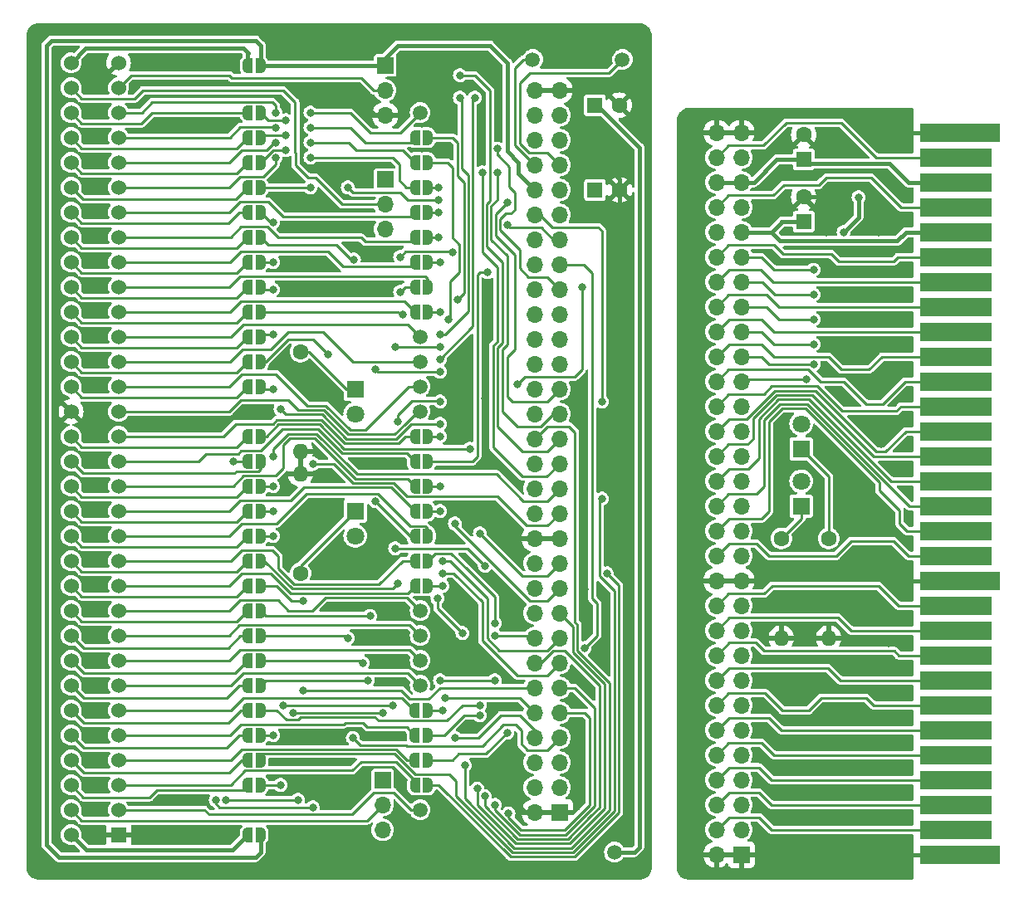
<source format=gbr>
%TF.GenerationSoftware,KiCad,Pcbnew,7.0.8*%
%TF.CreationDate,2023-12-05T21:31:03-08:00*%
%TF.ProjectId,Teradrive Mega CD Adapter,54657261-6472-4697-9665-204d65676120,1*%
%TF.SameCoordinates,Original*%
%TF.FileFunction,Copper,L1,Top*%
%TF.FilePolarity,Positive*%
%FSLAX46Y46*%
G04 Gerber Fmt 4.6, Leading zero omitted, Abs format (unit mm)*
G04 Created by KiCad (PCBNEW 7.0.8) date 2023-12-05 21:31:03*
%MOMM*%
%LPD*%
G01*
G04 APERTURE LIST*
G04 Aperture macros list*
%AMFreePoly0*
4,1,19,0.500000,-0.750000,0.000000,-0.750000,0.000000,-0.744911,-0.071157,-0.744911,-0.207708,-0.704816,-0.327430,-0.627875,-0.420627,-0.520320,-0.479746,-0.390866,-0.500000,-0.250000,-0.500000,0.250000,-0.479746,0.390866,-0.420627,0.520320,-0.327430,0.627875,-0.207708,0.704816,-0.071157,0.744911,0.000000,0.744911,0.000000,0.750000,0.500000,0.750000,0.500000,-0.750000,0.500000,-0.750000,
$1*%
%AMFreePoly1*
4,1,19,0.000000,0.744911,0.071157,0.744911,0.207708,0.704816,0.327430,0.627875,0.420627,0.520320,0.479746,0.390866,0.500000,0.250000,0.500000,-0.250000,0.479746,-0.390866,0.420627,-0.520320,0.327430,-0.627875,0.207708,-0.704816,0.071157,-0.744911,0.000000,-0.744911,0.000000,-0.750000,-0.500000,-0.750000,-0.500000,0.750000,0.000000,0.750000,0.000000,0.744911,0.000000,0.744911,
$1*%
G04 Aperture macros list end*
%TA.AperFunction,SMDPad,CuDef*%
%ADD10FreePoly0,0.000000*%
%TD*%
%TA.AperFunction,SMDPad,CuDef*%
%ADD11FreePoly1,0.000000*%
%TD*%
%TA.AperFunction,SMDPad,CuDef*%
%ADD12C,1.500000*%
%TD*%
%TA.AperFunction,ComponentPad*%
%ADD13R,1.700000X1.700000*%
%TD*%
%TA.AperFunction,ComponentPad*%
%ADD14O,1.700000X1.700000*%
%TD*%
%TA.AperFunction,ComponentPad*%
%ADD15C,1.600000*%
%TD*%
%TA.AperFunction,ComponentPad*%
%ADD16O,1.600000X1.600000*%
%TD*%
%TA.AperFunction,ComponentPad*%
%ADD17R,1.800000X1.800000*%
%TD*%
%TA.AperFunction,ComponentPad*%
%ADD18C,1.800000*%
%TD*%
%TA.AperFunction,ComponentPad*%
%ADD19R,1.600000X1.600000*%
%TD*%
%TA.AperFunction,SMDPad,CuDef*%
%ADD20R,8.128000X1.905000*%
%TD*%
%TA.AperFunction,SMDPad,CuDef*%
%ADD21R,7.239000X1.905000*%
%TD*%
%TA.AperFunction,SMDPad,CuDef*%
%ADD22R,8.128000X1.968500*%
%TD*%
%TA.AperFunction,ComponentPad*%
%ADD23R,1.530000X1.530000*%
%TD*%
%TA.AperFunction,ComponentPad*%
%ADD24C,1.530000*%
%TD*%
%TA.AperFunction,ViaPad*%
%ADD25C,0.800000*%
%TD*%
%TA.AperFunction,Conductor*%
%ADD26C,0.400000*%
%TD*%
%TA.AperFunction,Conductor*%
%ADD27C,0.250000*%
%TD*%
G04 APERTURE END LIST*
D10*
%TO.P,JPA25,1,A*%
%TO.N,D_{13}*%
X99060000Y-84074000D03*
D11*
X100360000Y-84074000D03*
%TD*%
D12*
%TO.P,TPA8,1,1*%
%TO.N,A_{21}*%
X99568000Y-127254000D03*
%TD*%
D10*
%TO.P,JPA3,1,A*%
%TO.N,A_{9}*%
X99060000Y-139954000D03*
D11*
X100360000Y-139954000D03*
%TD*%
D10*
%TO.P,JPA6,1,A*%
%TO.N,A_{19}*%
X99030000Y-132334000D03*
D11*
X100330000Y-132334000D03*
%TD*%
D10*
%TO.P,JPA14,1,A*%
%TO.N,FRES*%
X99060000Y-112014000D03*
D11*
X100360000Y-112014000D03*
%TD*%
D10*
%TO.P,JPB20,1,A*%
%TO.N,D_{0}*%
X82012000Y-96774000D03*
D11*
X83312000Y-96774000D03*
%TD*%
D13*
%TO.P,J3,A1,Pin_a1*%
%TO.N,GND*%
X132334000Y-147061000D03*
D14*
%TO.P,J3,A2,Pin_a2*%
%TO.N,A_{19}*%
X132334000Y-144521000D03*
%TO.P,J3,A3,Pin_a3*%
%TO.N,~{CAS0}*%
X132334000Y-141981000D03*
%TO.P,J3,A4,Pin_a4*%
%TO.N,D_{0}*%
X132334000Y-139441000D03*
%TO.P,J3,A5,Pin_a5*%
%TO.N,D_{1}*%
X132334000Y-136901000D03*
%TO.P,J3,A6,Pin_a6*%
%TO.N,D_{2}*%
X132334000Y-134361000D03*
%TO.P,J3,A7,Pin_a7*%
%TO.N,D_{3}*%
X132334000Y-131821000D03*
%TO.P,J3,A8,Pin_a8*%
%TO.N,D_{4}*%
X132334000Y-129281000D03*
%TO.P,J3,A9,Pin_a9*%
%TO.N,D_{5}*%
X132334000Y-126741000D03*
%TO.P,J3,A10,Pin_a10*%
%TO.N,D_{6}*%
X132334000Y-124201000D03*
%TO.P,J3,A11,Pin_a11*%
%TO.N,D_{7}*%
X132334000Y-121661000D03*
%TO.P,J3,A12,Pin_a12*%
%TO.N,GND*%
X132334000Y-119121000D03*
%TO.P,J3,A13,Pin_a13*%
%TO.N,D_{8}*%
X132334000Y-116581000D03*
%TO.P,J3,A14,Pin_a14*%
%TO.N,D_{9}*%
X132334000Y-114041000D03*
%TO.P,J3,A15,Pin_a15*%
%TO.N,D_{10}*%
X132334000Y-111501000D03*
%TO.P,J3,A16,Pin_a16*%
%TO.N,D_{11}*%
X132334000Y-108961000D03*
%TO.P,J3,A17,Pin_a17*%
%TO.N,D_{12}*%
X132334000Y-106421000D03*
%TO.P,J3,A18,Pin_a18*%
%TO.N,D_{13}*%
X132334000Y-103881000D03*
%TO.P,J3,A19,Pin_a19*%
%TO.N,D_{14}*%
X132334000Y-101341000D03*
%TO.P,J3,A20,Pin_a20*%
%TO.N,D_{15}*%
X132334000Y-98801000D03*
%TO.P,J3,A21,Pin_a21*%
%TO.N,~{ROM}*%
X132334000Y-96261000D03*
%TO.P,J3,A22,Pin_a22*%
%TO.N,~{ASEL}*%
X132334000Y-93721000D03*
%TO.P,J3,A23,Pin_a23*%
%TO.N,~{RAS2}*%
X132334000Y-91181000D03*
%TO.P,J3,A24,Pin_a24*%
%TO.N,~{FDC}*%
X132334000Y-88641000D03*
%TO.P,J3,A25,Pin_a25*%
%TO.N,FRES*%
X132334000Y-86101000D03*
%TO.P,J3,A26,Pin_a26*%
%TO.N,VCC*%
X132334000Y-83561000D03*
%TO.P,J3,A27,Pin_a27*%
%TO.N,SR3*%
X132334000Y-81021000D03*
%TO.P,J3,A28,Pin_a28*%
%TO.N,+9V*%
X132334000Y-78481000D03*
%TO.P,J3,A29,Pin_a29*%
%TO.N,SR2*%
X132334000Y-75941000D03*
%TO.P,J3,A30,Pin_a30*%
%TO.N,GND*%
X132334000Y-73401000D03*
%TO.P,J3,B1,Pin_b1*%
X129794000Y-147061000D03*
%TO.P,J3,B2,Pin_b2*%
%TO.N,~{DISK}*%
X129794000Y-144521000D03*
%TO.P,J3,B3,Pin_b3*%
%TO.N,A_{1}*%
X129794000Y-141981000D03*
%TO.P,J3,B4,Pin_b4*%
%TO.N,A_{2}*%
X129794000Y-139441000D03*
%TO.P,J3,B5,Pin_b5*%
%TO.N,A_{3}*%
X129794000Y-136901000D03*
%TO.P,J3,B6,Pin_b6*%
%TO.N,A_{4}*%
X129794000Y-134361000D03*
%TO.P,J3,B7,Pin_b7*%
%TO.N,A_{5}*%
X129794000Y-131821000D03*
%TO.P,J3,B8,Pin_b8*%
%TO.N,A_{6}*%
X129794000Y-129281000D03*
%TO.P,J3,B9,Pin_b9*%
%TO.N,A_{7}*%
X129794000Y-126741000D03*
%TO.P,J3,B10,Pin_b10*%
%TO.N,A_{8}*%
X129794000Y-124201000D03*
%TO.P,J3,B11,Pin_b11*%
%TO.N,A_{9}*%
X129794000Y-121661000D03*
%TO.P,J3,B12,Pin_b12*%
%TO.N,GND*%
X129794000Y-119121000D03*
%TO.P,J3,B13,Pin_b13*%
%TO.N,A_{10}*%
X129794000Y-116581000D03*
%TO.P,J3,B14,Pin_b14*%
%TO.N,A_{11}*%
X129794000Y-114041000D03*
%TO.P,J3,B15,Pin_b15*%
%TO.N,A_{12}*%
X129794000Y-111501000D03*
%TO.P,J3,B16,Pin_b16*%
%TO.N,A_{13}*%
X129794000Y-108961000D03*
%TO.P,J3,B17,Pin_b17*%
%TO.N,A_{14}*%
X129794000Y-106421000D03*
%TO.P,J3,B18,Pin_b18*%
%TO.N,A_{15}*%
X129794000Y-103881000D03*
%TO.P,J3,B19,Pin_b19*%
%TO.N,A_{16}*%
X129794000Y-101341000D03*
%TO.P,J3,B20,Pin_b20*%
%TO.N,A_{17}*%
X129794000Y-98801000D03*
%TO.P,J3,B21,Pin_b21*%
%TO.N,~{LWR}*%
X129794000Y-96261000D03*
%TO.P,J3,B22,Pin_b22*%
%TO.N,~{UWR}*%
X129794000Y-93721000D03*
%TO.P,J3,B23,Pin_b23*%
%TO.N,~{CAS2}*%
X129794000Y-91181000D03*
%TO.P,J3,B24,Pin_b24*%
%TO.N,~{FDWR}*%
X129794000Y-88641000D03*
%TO.P,J3,B25,Pin_b25*%
%TO.N,A_{18}*%
X129794000Y-86101000D03*
%TO.P,J3,B26,Pin_b26*%
%TO.N,VCC*%
X129794000Y-83561000D03*
%TO.P,J3,B27,Pin_b27*%
%TO.N,SL3*%
X129794000Y-81021000D03*
%TO.P,J3,B28,Pin_b28*%
%TO.N,+9V*%
X129794000Y-78481000D03*
%TO.P,J3,B29,Pin_b29*%
%TO.N,SL2*%
X129794000Y-75941000D03*
%TO.P,J3,B30,Pin_b30*%
%TO.N,GND*%
X129794000Y-73401000D03*
%TD*%
D10*
%TO.P,JPB29,1,A*%
%TO.N,D_{3}*%
X82012000Y-73914000D03*
D11*
X83312000Y-73914000D03*
%TD*%
D10*
%TO.P,JPB3,1,A*%
%TO.N,A_{8}*%
X82012000Y-139954000D03*
D11*
X83312000Y-139954000D03*
%TD*%
D10*
%TO.P,JPB30,1,A*%
%TO.N,D_{11}*%
X82012000Y-71374000D03*
D11*
X83312000Y-71374000D03*
%TD*%
D15*
%TO.P,R1,1*%
%TO.N,Net-(D1-K)*%
X87376000Y-118364000D03*
D16*
%TO.P,R1,2*%
%TO.N,GND*%
X87376000Y-108204000D03*
%TD*%
D10*
%TO.P,JPA11,1,A*%
%TO.N,~{ROM}*%
X99060000Y-119634000D03*
D11*
X100360000Y-119634000D03*
%TD*%
D10*
%TO.P,JPA16,1,A*%
%TO.N,~{FDWR}*%
X99060000Y-106934000D03*
D11*
X100360000Y-106934000D03*
%TD*%
D10*
%TO.P,JPB32,1,A*%
%TO.N,VCC*%
X82012000Y-66548000D03*
D11*
X83312000Y-66548000D03*
%TD*%
D10*
%TO.P,JPB11,1,A*%
%TO.N,A_{4}*%
X82012000Y-119634000D03*
D11*
X83312000Y-119634000D03*
%TD*%
D10*
%TO.P,JPB10,1,A*%
%TO.N,A_{14}*%
X82012000Y-122174000D03*
D11*
X83312000Y-122174000D03*
%TD*%
D17*
%TO.P,D4,1,K*%
%TO.N,Net-(D4-K)*%
X138430000Y-105664000D03*
D18*
%TO.P,D4,2,A*%
%TO.N,+9V*%
X138430000Y-103124000D03*
%TD*%
D17*
%TO.P,D2,1,K*%
%TO.N,Net-(D2-K)*%
X92964000Y-99563000D03*
D18*
%TO.P,D2,2,A*%
%TO.N,+9V*%
X92964000Y-102103000D03*
%TD*%
D10*
%TO.P,JPA23,1,A*%
%TO.N,D_{15}*%
X99060000Y-89154000D03*
D11*
X100360000Y-89154000D03*
%TD*%
D10*
%TO.P,JPA26,1,A*%
%TO.N,D_{12}*%
X99060000Y-81534000D03*
D11*
X100360000Y-81534000D03*
%TD*%
D10*
%TO.P,JPA4,1,A*%
%TO.N,A_{10}*%
X99030000Y-137414000D03*
D11*
X100330000Y-137414000D03*
%TD*%
D12*
%TO.P,TPA2,1,1*%
%TO.N,~{MRES}*%
X99568000Y-142494000D03*
%TD*%
%TO.P,TPA9,1,1*%
%TO.N,A_{22}*%
X99568000Y-124714000D03*
%TD*%
%TO.P,TPSL3,1,1*%
%TO.N,SL3*%
X111054971Y-65950900D03*
%TD*%
D10*
%TO.P,JPB6,1,A*%
%TO.N,A_{12}*%
X82012000Y-132334000D03*
D11*
X83312000Y-132334000D03*
%TD*%
D10*
%TO.P,JPB18,1,A*%
%TO.N,GND*%
X82012000Y-101854000D03*
D11*
X83312000Y-101854000D03*
%TD*%
D13*
%TO.P,J1,A1,Pin_a1*%
%TO.N,GND*%
X113792000Y-142743000D03*
D14*
%TO.P,J1,A2,Pin_a2*%
%TO.N,A_{19}*%
X113792000Y-140203000D03*
%TO.P,J1,A3,Pin_a3*%
%TO.N,~{CAS0}*%
X113792000Y-137663000D03*
%TO.P,J1,A4,Pin_a4*%
%TO.N,D_{0}*%
X113792000Y-135123000D03*
%TO.P,J1,A5,Pin_a5*%
%TO.N,D_{1}*%
X113792000Y-132583000D03*
%TO.P,J1,A6,Pin_a6*%
%TO.N,D_{2}*%
X113792000Y-130043000D03*
%TO.P,J1,A7,Pin_a7*%
%TO.N,D_{3}*%
X113792000Y-127503000D03*
%TO.P,J1,A8,Pin_a8*%
%TO.N,D_{4}*%
X113792000Y-124963000D03*
%TO.P,J1,A9,Pin_a9*%
%TO.N,D_{5}*%
X113792000Y-122423000D03*
%TO.P,J1,A10,Pin_a10*%
%TO.N,D_{6}*%
X113792000Y-119883000D03*
%TO.P,J1,A11,Pin_a11*%
%TO.N,D_{7}*%
X113792000Y-117343000D03*
%TO.P,J1,A12,Pin_a12*%
%TO.N,GND*%
X113792000Y-114803000D03*
%TO.P,J1,A13,Pin_a13*%
%TO.N,D_{8}*%
X113792000Y-112263000D03*
%TO.P,J1,A14,Pin_a14*%
%TO.N,D_{9}*%
X113792000Y-109723000D03*
%TO.P,J1,A15,Pin_a15*%
%TO.N,D_{10}*%
X113792000Y-107183000D03*
%TO.P,J1,A16,Pin_a16*%
%TO.N,D_{11}*%
X113792000Y-104643000D03*
%TO.P,J1,A17,Pin_a17*%
%TO.N,D_{12}*%
X113792000Y-102103000D03*
%TO.P,J1,A18,Pin_a18*%
%TO.N,D_{13}*%
X113792000Y-99563000D03*
%TO.P,J1,A19,Pin_a19*%
%TO.N,D_{14}*%
X113792000Y-97023000D03*
%TO.P,J1,A20,Pin_a20*%
%TO.N,D_{15}*%
X113792000Y-94483000D03*
%TO.P,J1,A21,Pin_a21*%
%TO.N,~{ROM}*%
X113792000Y-91943000D03*
%TO.P,J1,A22,Pin_a22*%
%TO.N,~{ASEL}*%
X113792000Y-89403000D03*
%TO.P,J1,A23,Pin_a23*%
%TO.N,~{RAS2}*%
X113792000Y-86863000D03*
%TO.P,J1,A24,Pin_a24*%
%TO.N,~{FDC}*%
X113792000Y-84323000D03*
%TO.P,J1,A25,Pin_a25*%
%TO.N,FRES*%
X113792000Y-81783000D03*
%TO.P,J1,A26,Pin_a26*%
%TO.N,VCC*%
X113792000Y-79243000D03*
%TO.P,J1,A27,Pin_a27*%
%TO.N,SR3*%
X113792000Y-76703000D03*
%TO.P,J1,A28,Pin_a28*%
%TO.N,+9V*%
X113792000Y-74163000D03*
%TO.P,J1,A29,Pin_a29*%
%TO.N,SR2*%
X113792000Y-71623000D03*
%TO.P,J1,A30,Pin_a30*%
%TO.N,GND*%
X113792000Y-69083000D03*
%TO.P,J1,B1,Pin_b1*%
X111252000Y-142743000D03*
%TO.P,J1,B2,Pin_b2*%
%TO.N,~{DISK}*%
X111252000Y-140203000D03*
%TO.P,J1,B3,Pin_b3*%
%TO.N,A_{1}*%
X111252000Y-137663000D03*
%TO.P,J1,B4,Pin_b4*%
%TO.N,A_{2}*%
X111252000Y-135123000D03*
%TO.P,J1,B5,Pin_b5*%
%TO.N,A_{3}*%
X111252000Y-132583000D03*
%TO.P,J1,B6,Pin_b6*%
%TO.N,A_{4}*%
X111252000Y-130043000D03*
%TO.P,J1,B7,Pin_b7*%
%TO.N,A_{5}*%
X111252000Y-127503000D03*
%TO.P,J1,B8,Pin_b8*%
%TO.N,A_{6}*%
X111252000Y-124963000D03*
%TO.P,J1,B9,Pin_b9*%
%TO.N,A_{7}*%
X111252000Y-122423000D03*
%TO.P,J1,B10,Pin_b10*%
%TO.N,A_{8}*%
X111252000Y-119883000D03*
%TO.P,J1,B11,Pin_b11*%
%TO.N,A_{9}*%
X111252000Y-117343000D03*
%TO.P,J1,B12,Pin_b12*%
%TO.N,GND*%
X111252000Y-114803000D03*
%TO.P,J1,B13,Pin_b13*%
%TO.N,A_{10}*%
X111252000Y-112263000D03*
%TO.P,J1,B14,Pin_b14*%
%TO.N,A_{11}*%
X111252000Y-109723000D03*
%TO.P,J1,B15,Pin_b15*%
%TO.N,A_{12}*%
X111252000Y-107183000D03*
%TO.P,J1,B16,Pin_b16*%
%TO.N,A_{13}*%
X111252000Y-104643000D03*
%TO.P,J1,B17,Pin_b17*%
%TO.N,A_{14}*%
X111252000Y-102103000D03*
%TO.P,J1,B18,Pin_b18*%
%TO.N,A_{15}*%
X111252000Y-99563000D03*
%TO.P,J1,B19,Pin_b19*%
%TO.N,A_{16}*%
X111252000Y-97023000D03*
%TO.P,J1,B20,Pin_b20*%
%TO.N,A_{17}*%
X111252000Y-94483000D03*
%TO.P,J1,B21,Pin_b21*%
%TO.N,~{LWR}*%
X111252000Y-91943000D03*
%TO.P,J1,B22,Pin_b22*%
%TO.N,~{UWR}*%
X111252000Y-89403000D03*
%TO.P,J1,B23,Pin_b23*%
%TO.N,~{CAS2}*%
X111252000Y-86863000D03*
%TO.P,J1,B24,Pin_b24*%
%TO.N,~{FDWR}*%
X111252000Y-84323000D03*
%TO.P,J1,B25,Pin_b25*%
%TO.N,A_{18}*%
X111252000Y-81783000D03*
%TO.P,J1,B26,Pin_b26*%
%TO.N,VCC*%
X111252000Y-79243000D03*
%TO.P,J1,B27,Pin_b27*%
%TO.N,SL3*%
X111252000Y-76703000D03*
%TO.P,J1,B28,Pin_b28*%
%TO.N,+9V*%
X111252000Y-74163000D03*
%TO.P,J1,B29,Pin_b29*%
%TO.N,SL2*%
X111252000Y-71623000D03*
%TO.P,J1,B30,Pin_b30*%
%TO.N,GND*%
X111252000Y-69083000D03*
%TD*%
D15*
%TO.P,R3,1*%
%TO.N,Net-(D3-K)*%
X136398000Y-114808000D03*
D16*
%TO.P,R3,2*%
%TO.N,GND*%
X136398000Y-124968000D03*
%TD*%
D10*
%TO.P,JPA12,1,A*%
%TO.N,~{RAS2}*%
X99060000Y-117094000D03*
D11*
X100360000Y-117094000D03*
%TD*%
D17*
%TO.P,D1,1,K*%
%TO.N,Net-(D1-K)*%
X92964000Y-112009000D03*
D18*
%TO.P,D1,2,A*%
%TO.N,VCC*%
X92964000Y-114549000D03*
%TD*%
D10*
%TO.P,JPA32,1,A*%
%TO.N,GND*%
X99060000Y-66548000D03*
D11*
X100360000Y-66548000D03*
%TD*%
D10*
%TO.P,JPB21,1,A*%
%TO.N,D_{8}*%
X82012000Y-94234000D03*
D11*
X83312000Y-94234000D03*
%TD*%
D10*
%TO.P,JPA29,1,A*%
%TO.N,~{UWR}*%
X99060000Y-73914000D03*
D11*
X100360000Y-73914000D03*
%TD*%
D10*
%TO.P,JPB23,1,A*%
%TO.N,D_{1}*%
X82012000Y-89154000D03*
D11*
X83312000Y-89154000D03*
%TD*%
D10*
%TO.P,JPB28,1,A*%
%TO.N,D_{4}*%
X82012000Y-76454000D03*
D11*
X83312000Y-76454000D03*
%TD*%
D12*
%TO.P,TPA19,1,1*%
%TO.N,~{AS}*%
X99568000Y-99314000D03*
%TD*%
D10*
%TO.P,JPB13,1,A*%
%TO.N,A_{3}*%
X82012000Y-114554000D03*
D11*
X83312000Y-114554000D03*
%TD*%
D10*
%TO.P,JPA17,1,A*%
%TO.N,~{CAS0}*%
X99060000Y-104394000D03*
D11*
X100360000Y-104394000D03*
%TD*%
D10*
%TO.P,JPA1,1,A*%
%TO.N,GND*%
X99060000Y-145034000D03*
D11*
X100360000Y-145034000D03*
%TD*%
D15*
%TO.P,R2,1*%
%TO.N,Net-(D2-K)*%
X87376000Y-95758000D03*
D16*
%TO.P,R2,2*%
%TO.N,GND*%
X87376000Y-105918000D03*
%TD*%
D10*
%TO.P,JPB1,1,A*%
%TO.N,VCC*%
X82012000Y-145034000D03*
D11*
X83312000Y-145034000D03*
%TD*%
D10*
%TO.P,JPB12,1,A*%
%TO.N,A_{15}*%
X82012000Y-117094000D03*
D11*
X83312000Y-117094000D03*
%TD*%
D10*
%TO.P,JPA27,1,A*%
%TO.N,~{ASEL}*%
X99060000Y-78994000D03*
D11*
X100360000Y-78994000D03*
%TD*%
D10*
%TO.P,JPB7,1,A*%
%TO.N,A_{6}*%
X82012000Y-129794000D03*
D11*
X83312000Y-129794000D03*
%TD*%
D17*
%TO.P,D3,1,K*%
%TO.N,Net-(D3-K)*%
X138430000Y-111516000D03*
D18*
%TO.P,D3,2,A*%
%TO.N,VCC*%
X138430000Y-108976000D03*
%TD*%
D10*
%TO.P,JPB5,1,A*%
%TO.N,A_{7}*%
X82012000Y-134874000D03*
D11*
X83312000Y-134874000D03*
%TD*%
D10*
%TO.P,JPB9,1,A*%
%TO.N,A_{5}*%
X82012000Y-124737890D03*
D11*
X83312000Y-124737890D03*
%TD*%
D12*
%TO.P,TPA30,1,1*%
%TO.N,~{TIME}*%
X99568000Y-71374000D03*
%TD*%
D10*
%TO.P,JPA5,1,A*%
%TO.N,A_{18}*%
X99030000Y-134874000D03*
D11*
X100330000Y-134874000D03*
%TD*%
D10*
%TO.P,JPB26,1,A*%
%TO.N,D_{2}*%
X82012000Y-81534000D03*
D11*
X83312000Y-81534000D03*
%TD*%
D10*
%TO.P,JPB16,1,A*%
%TO.N,A_{17}*%
X82012000Y-106934000D03*
D11*
X83312000Y-106934000D03*
%TD*%
D19*
%TO.P,C3,1*%
%TO.N,VCC*%
X138684000Y-82485113D03*
D15*
%TO.P,C3,2*%
%TO.N,GND*%
X138684000Y-79985113D03*
%TD*%
D10*
%TO.P,JPB8,1,A*%
%TO.N,A_{13}*%
X82012000Y-127254000D03*
D11*
X83312000Y-127254000D03*
%TD*%
D12*
%TO.P,TPSR3,1,1*%
%TO.N,SR3*%
X120198971Y-65950900D03*
%TD*%
D10*
%TO.P,JPB14,1,A*%
%TO.N,A_{16}*%
X82012000Y-112014000D03*
D11*
X83312000Y-112014000D03*
%TD*%
D20*
%TO.P,J4,B1,Pin_b1*%
%TO.N,GND*%
X154622500Y-147066000D03*
D21*
%TO.P,J4,B2,Pin_b2*%
%TO.N,~{DISK}*%
X154178000Y-144526000D03*
%TO.P,J4,B3,Pin_b3*%
%TO.N,A_{1}*%
X154178000Y-141986000D03*
%TO.P,J4,B4,Pin_b4*%
%TO.N,A_{2}*%
X154178000Y-139446000D03*
%TO.P,J4,B5,Pin_b5*%
%TO.N,A_{3}*%
X154178000Y-136906000D03*
%TO.P,J4,B6,Pin_b6*%
%TO.N,A_{4}*%
X154178000Y-134366000D03*
%TO.P,J4,B7,Pin_b7*%
%TO.N,A_{5}*%
X154178000Y-131826000D03*
%TO.P,J4,B8,Pin_b8*%
%TO.N,A_{6}*%
X154178000Y-129286000D03*
%TO.P,J4,B9,Pin_b9*%
%TO.N,A_{7}*%
X154178000Y-126746000D03*
%TO.P,J4,B10,Pin_b10*%
%TO.N,A_{8}*%
X154178000Y-124206000D03*
%TO.P,J4,B11,Pin_b11*%
%TO.N,A_{9}*%
X154178000Y-121666000D03*
D22*
%TO.P,J4,B12,Pin_b12*%
%TO.N,GND*%
X154622500Y-119157750D03*
D21*
%TO.P,J4,B13,Pin_b13*%
%TO.N,A_{10}*%
X154178000Y-116586000D03*
%TO.P,J4,B14,Pin_b14*%
%TO.N,A_{11}*%
X154178000Y-114046000D03*
%TO.P,J4,B15,Pin_b15*%
%TO.N,A_{12}*%
X154178000Y-111506000D03*
%TO.P,J4,B16,Pin_b16*%
%TO.N,A_{13}*%
X154178000Y-108966000D03*
%TO.P,J4,B17,Pin_b17*%
%TO.N,A_{14}*%
X154178000Y-106426000D03*
%TO.P,J4,B18,Pin_b18*%
%TO.N,A_{15}*%
X154178000Y-103886000D03*
%TO.P,J4,B19,Pin_b19*%
%TO.N,A_{16}*%
X154178000Y-101346000D03*
%TO.P,J4,B20,Pin_b20*%
%TO.N,A_{17}*%
X154178000Y-98806000D03*
%TO.P,J4,B21,Pin_b21*%
%TO.N,~{LWR}*%
X154178000Y-96266000D03*
%TO.P,J4,B22,Pin_b22*%
%TO.N,~{UWR}*%
X154178000Y-93726000D03*
%TO.P,J4,B23,Pin_b23*%
%TO.N,~{CAS2}*%
X154178000Y-91186000D03*
%TO.P,J4,B24,Pin_b24*%
%TO.N,~{FDWR}*%
X154178000Y-88646000D03*
%TO.P,J4,B25,Pin_b25*%
%TO.N,A_{18}*%
X154178000Y-86106000D03*
%TO.P,J4,B26,Pin_b26*%
%TO.N,VCC*%
X154178000Y-83566000D03*
%TO.P,J4,B27,Pin_b27*%
%TO.N,SL3*%
X154178000Y-81026000D03*
%TO.P,J4,B28,Pin_b28*%
%TO.N,+9V*%
X154178000Y-78486000D03*
%TO.P,J4,B29,Pin_b29*%
%TO.N,SL2*%
X154178000Y-75946000D03*
D20*
%TO.P,J4,B30,Pin_b30*%
%TO.N,GND*%
X154622500Y-73406000D03*
%TD*%
D19*
%TO.P,C4,1*%
%TO.N,+9V*%
X138684000Y-76135113D03*
D15*
%TO.P,C4,2*%
%TO.N,GND*%
X138684000Y-73635113D03*
%TD*%
D12*
%TO.P,TPA21,1,1*%
%TO.N,~{DTACK}*%
X99568000Y-94234000D03*
%TD*%
%TO.P,TP9V1,1,1*%
%TO.N,+9V*%
X119380000Y-146812000D03*
%TD*%
D10*
%TO.P,JPB22,1,A*%
%TO.N,D_{6}*%
X82012000Y-91694000D03*
D11*
X83312000Y-91694000D03*
%TD*%
D13*
%TO.P,JPB2,1,A*%
%TO.N,SL2*%
X95758000Y-139446000D03*
D14*
%TO.P,JPB2,2,C*%
%TO.N,SOUND1*%
X95758000Y-141986000D03*
%TO.P,JPB2,3,B*%
%TO.N,SR2*%
X95758000Y-144526000D03*
%TD*%
D10*
%TO.P,JPA15,1,A*%
%TO.N,~{DISK}*%
X99060000Y-109474000D03*
D11*
X100360000Y-109474000D03*
%TD*%
D10*
%TO.P,JPB25,1,A*%
%TO.N,D_{5}*%
X82012000Y-84074000D03*
D11*
X83312000Y-84074000D03*
%TD*%
D12*
%TO.P,TPA7,1,1*%
%TO.N,A_{20}*%
X99568000Y-129794000D03*
%TD*%
%TO.P,TPA10,1,1*%
%TO.N,A_{23}*%
X99568000Y-122174000D03*
%TD*%
D10*
%TO.P,JPB15,1,A*%
%TO.N,A_{2}*%
X82012000Y-109474000D03*
D11*
X83312000Y-109474000D03*
%TD*%
D12*
%TO.P,TPA20,1,1*%
%TO.N,VCLK*%
X99568000Y-96774000D03*
%TD*%
D10*
%TO.P,JPB17,1,A*%
%TO.N,A_{1}*%
X82012000Y-104394000D03*
D11*
X83312000Y-104394000D03*
%TD*%
D10*
%TO.P,JPB24,1,A*%
%TO.N,D_{9}*%
X82012000Y-86614000D03*
D11*
X83312000Y-86614000D03*
%TD*%
D10*
%TO.P,JPA24,1,A*%
%TO.N,D_{14}*%
X99060000Y-86614000D03*
D11*
X100360000Y-86614000D03*
%TD*%
D13*
%TO.P,JPA31,1,A*%
%TO.N,VCC*%
X96012000Y-66548000D03*
D14*
%TO.P,JPA31,2,C*%
%TO.N,~{CART}*%
X96012000Y-69088000D03*
%TO.P,JPA31,3,B*%
%TO.N,GND*%
X96012000Y-71628000D03*
%TD*%
D10*
%TO.P,JPA22,1,A*%
%TO.N,~{CAS2}*%
X99060000Y-91694000D03*
D11*
X100360000Y-91694000D03*
%TD*%
D12*
%TO.P,TPA18,1,1*%
%TO.N,~{CE_0}*%
X99568000Y-101854000D03*
%TD*%
D15*
%TO.P,R4,1*%
%TO.N,Net-(D4-K)*%
X141224000Y-114808000D03*
D16*
%TO.P,R4,2*%
%TO.N,GND*%
X141224000Y-124968000D03*
%TD*%
D10*
%TO.P,JPA28,1,A*%
%TO.N,~{LWR}*%
X99060000Y-76454000D03*
D11*
X100360000Y-76454000D03*
%TD*%
D10*
%TO.P,JPB4,1,A*%
%TO.N,A_{11}*%
X82012000Y-137414000D03*
D11*
X83312000Y-137414000D03*
%TD*%
D13*
%TO.P,JPB31,1,A*%
%TO.N,SL2*%
X96012000Y-78206560D03*
D14*
%TO.P,JPB31,2,C*%
%TO.N,SOUND2*%
X96012000Y-80746560D03*
%TO.P,JPB31,3,B*%
%TO.N,SR2*%
X96012000Y-83286560D03*
%TD*%
D10*
%TO.P,JPB27,1,A*%
%TO.N,D_{10}*%
X82012000Y-78994000D03*
D11*
X83312000Y-78994000D03*
%TD*%
D10*
%TO.P,JPA13,1,A*%
%TO.N,~{FDC}*%
X99060000Y-114554000D03*
D11*
X100360000Y-114554000D03*
%TD*%
D10*
%TO.P,JPB19,1,A*%
%TO.N,D_{7}*%
X82012000Y-99314000D03*
D11*
X83312000Y-99314000D03*
%TD*%
D23*
%TO.P,J2,A1,Pin_a1*%
%TO.N,GND*%
X68834000Y-145038000D03*
D24*
%TO.P,J2,A2,Pin_a2*%
%TO.N,~{MRES}*%
X68834000Y-142498000D03*
%TO.P,J2,A3,Pin_a3*%
%TO.N,A_{9}*%
X68834000Y-139958000D03*
%TO.P,J2,A4,Pin_a4*%
%TO.N,A_{10}*%
X68834000Y-137418000D03*
%TO.P,J2,A5,Pin_a5*%
%TO.N,A_{18}*%
X68834000Y-134878000D03*
%TO.P,J2,A6,Pin_a6*%
%TO.N,A_{19}*%
X68834000Y-132338000D03*
%TO.P,J2,A7,Pin_a7*%
%TO.N,A_{20}*%
X68834000Y-129798000D03*
%TO.P,J2,A8,Pin_a8*%
%TO.N,A_{21}*%
X68834000Y-127258000D03*
%TO.P,J2,A9,Pin_a9*%
%TO.N,A_{22}*%
X68834000Y-124718000D03*
%TO.P,J2,A10,Pin_a10*%
%TO.N,A_{23}*%
X68834000Y-122178000D03*
%TO.P,J2,A11,Pin_a11*%
%TO.N,~{ROM}*%
X68834000Y-119638000D03*
%TO.P,J2,A12,Pin_a12*%
%TO.N,~{RAS2}*%
X68834000Y-117098000D03*
%TO.P,J2,A13,Pin_a13*%
%TO.N,~{FDC}*%
X68834000Y-114558000D03*
%TO.P,J2,A14,Pin_a14*%
%TO.N,FRES*%
X68834000Y-112018000D03*
%TO.P,J2,A15,Pin_a15*%
%TO.N,~{DISK}*%
X68834000Y-109478000D03*
%TO.P,J2,A16,Pin_a16*%
%TO.N,~{FDWR}*%
X68834000Y-106938000D03*
%TO.P,J2,A17,Pin_a17*%
%TO.N,~{CAS0}*%
X68834000Y-104398000D03*
%TO.P,J2,A18,Pin_a18*%
%TO.N,~{CE_0}*%
X68834000Y-101858000D03*
%TO.P,J2,A19,Pin_a19*%
%TO.N,~{AS}*%
X68834000Y-99318000D03*
%TO.P,J2,A20,Pin_a20*%
%TO.N,VCLK*%
X68834000Y-96778000D03*
%TO.P,J2,A21,Pin_a21*%
%TO.N,~{DTACK}*%
X68834000Y-94238000D03*
%TO.P,J2,A22,Pin_a22*%
%TO.N,~{CAS2}*%
X68834000Y-91698000D03*
%TO.P,J2,A23,Pin_a23*%
%TO.N,D_{15}*%
X68834000Y-89158000D03*
%TO.P,J2,A24,Pin_a24*%
%TO.N,D_{14}*%
X68834000Y-86618000D03*
%TO.P,J2,A25,Pin_a25*%
%TO.N,D_{13}*%
X68834000Y-84078000D03*
%TO.P,J2,A26,Pin_a26*%
%TO.N,D_{12}*%
X68834000Y-81538000D03*
%TO.P,J2,A27,Pin_a27*%
%TO.N,~{ASEL}*%
X68834000Y-78998000D03*
%TO.P,J2,A28,Pin_a28*%
%TO.N,~{LWR}*%
X68834000Y-76458000D03*
%TO.P,J2,A29,Pin_a29*%
%TO.N,~{UWR}*%
X68834000Y-73918000D03*
%TO.P,J2,A30,Pin_a30*%
%TO.N,~{TIME}*%
X68834000Y-71378000D03*
%TO.P,J2,A31,Pin_a31*%
%TO.N,~{CART}*%
X68834000Y-68838000D03*
%TO.P,J2,A32,Pin_a32*%
%TO.N,GND*%
X68834000Y-66298000D03*
%TO.P,J2,B1,Pin_b1*%
%TO.N,VCC*%
X63994000Y-145038000D03*
%TO.P,J2,B2,Pin_b2*%
%TO.N,SOUND1*%
X63994000Y-142498000D03*
%TO.P,J2,B3,Pin_b3*%
%TO.N,A_{8}*%
X63994000Y-139958000D03*
%TO.P,J2,B4,Pin_b4*%
%TO.N,A_{11}*%
X63994000Y-137418000D03*
%TO.P,J2,B5,Pin_b5*%
%TO.N,A_{7}*%
X63994000Y-134878000D03*
%TO.P,J2,B6,Pin_b6*%
%TO.N,A_{12}*%
X63994000Y-132338000D03*
%TO.P,J2,B7,Pin_b7*%
%TO.N,A_{6}*%
X63994000Y-129798000D03*
%TO.P,J2,B8,Pin_b8*%
%TO.N,A_{13}*%
X63994000Y-127258000D03*
%TO.P,J2,B9,Pin_b9*%
%TO.N,A_{5}*%
X63994000Y-124718000D03*
%TO.P,J2,B10,Pin_b10*%
%TO.N,A_{14}*%
X63994000Y-122178000D03*
%TO.P,J2,B11,Pin_b11*%
%TO.N,A_{4}*%
X63994000Y-119638000D03*
%TO.P,J2,B12,Pin_b12*%
%TO.N,A_{15}*%
X63994000Y-117098000D03*
%TO.P,J2,B13,Pin_b13*%
%TO.N,A_{3}*%
X63994000Y-114558000D03*
%TO.P,J2,B14,Pin_b14*%
%TO.N,A_{16}*%
X63994000Y-112018000D03*
%TO.P,J2,B15,Pin_b15*%
%TO.N,A_{2}*%
X63994000Y-109478000D03*
%TO.P,J2,B16,Pin_b16*%
%TO.N,A_{17}*%
X63994000Y-106938000D03*
%TO.P,J2,B17,Pin_b17*%
%TO.N,A_{1}*%
X63994000Y-104398000D03*
%TO.P,J2,B18,Pin_b18*%
%TO.N,GND*%
X63994000Y-101858000D03*
%TO.P,J2,B19,Pin_b19*%
%TO.N,D_{7}*%
X63994000Y-99318000D03*
%TO.P,J2,B20,Pin_b20*%
%TO.N,D_{0}*%
X63994000Y-96778000D03*
%TO.P,J2,B21,Pin_b21*%
%TO.N,D_{8}*%
X63994000Y-94238000D03*
%TO.P,J2,B22,Pin_b22*%
%TO.N,D_{6}*%
X63994000Y-91698000D03*
%TO.P,J2,B23,Pin_b23*%
%TO.N,D_{1}*%
X63994000Y-89158000D03*
%TO.P,J2,B24,Pin_b24*%
%TO.N,D_{9}*%
X63994000Y-86618000D03*
%TO.P,J2,B25,Pin_b25*%
%TO.N,D_{5}*%
X63994000Y-84078000D03*
%TO.P,J2,B26,Pin_b26*%
%TO.N,D_{2}*%
X63994000Y-81538000D03*
%TO.P,J2,B27,Pin_b27*%
%TO.N,D_{10}*%
X63994000Y-78998000D03*
%TO.P,J2,B28,Pin_b28*%
%TO.N,D_{4}*%
X63994000Y-76458000D03*
%TO.P,J2,B29,Pin_b29*%
%TO.N,D_{3}*%
X63994000Y-73918000D03*
%TO.P,J2,B30,Pin_b30*%
%TO.N,D_{11}*%
X63994000Y-71378000D03*
%TO.P,J2,B31,Pin_b31*%
%TO.N,SOUND2*%
X63994000Y-68838000D03*
%TO.P,J2,B32,Pin_b32*%
%TO.N,VCC*%
X63994000Y-66298000D03*
%TD*%
D19*
%TO.P,C2,1*%
%TO.N,+9V*%
X117388000Y-70612000D03*
D15*
%TO.P,C2,2*%
%TO.N,GND*%
X119888000Y-70612000D03*
%TD*%
D19*
%TO.P,C1,1*%
%TO.N,VCC*%
X117412887Y-79248000D03*
D15*
%TO.P,C1,2*%
%TO.N,GND*%
X119912887Y-79248000D03*
%TD*%
D25*
%TO.N,GND*%
X148844000Y-128397000D03*
X149352000Y-112649000D03*
X149225000Y-97663000D03*
X148971000Y-100076000D03*
X143129000Y-100584000D03*
X148209000Y-122809000D03*
X149225000Y-109982000D03*
X146812000Y-77724000D03*
%TO.N,+9V*%
X144272000Y-80010000D03*
X142748000Y-83566000D03*
%TO.N,A_{9}*%
X118618000Y-118364000D03*
%TO.N,A_{10}*%
X108458000Y-134620000D03*
%TO.N,A_{18}*%
X105664000Y-132842000D03*
X118110000Y-100838000D03*
%TO.N,A_{19}*%
X101854000Y-132334000D03*
%TO.N,~{ROM}*%
X101854000Y-119634000D03*
X139700000Y-97028000D03*
%TO.N,~{RAS2}*%
X107188000Y-123444000D03*
X139700000Y-92456000D03*
X116332000Y-125984000D03*
%TO.N,~{FDC}*%
X139700000Y-89916000D03*
X97536000Y-86106000D03*
X108458000Y-82804000D03*
X94996000Y-110998000D03*
X102870000Y-85598000D03*
%TO.N,FRES*%
X116078000Y-89154000D03*
X109474000Y-99060000D03*
X139700000Y-87376000D03*
X101600000Y-112014000D03*
%TO.N,~{DISK}*%
X101600000Y-109474000D03*
%TO.N,~{FDWR}*%
X106426000Y-87630000D03*
%TO.N,~{CAS0}*%
X101600000Y-104394000D03*
%TO.N,~{CAS2}*%
X101600000Y-91694000D03*
%TO.N,D_{15}*%
X138938000Y-98552000D03*
X97536000Y-89662000D03*
X101600000Y-95250000D03*
X97028000Y-95250000D03*
%TO.N,D_{14}*%
X101600000Y-86614000D03*
X94996000Y-97536000D03*
X101600000Y-97790000D03*
%TO.N,D_{13}*%
X101473000Y-84074000D03*
X108458000Y-80518000D03*
%TO.N,D_{12}*%
X101473000Y-81534000D03*
X107442000Y-77470000D03*
%TO.N,~{ASEL}*%
X139700000Y-94996000D03*
X107442000Y-75057000D03*
X84836000Y-75946000D03*
X88392000Y-75946000D03*
X101473000Y-78994000D03*
%TO.N,~{LWR}*%
X84836000Y-74422000D03*
X88392000Y-74422000D03*
X102489000Y-92456000D03*
%TO.N,~{UWR}*%
X103378000Y-90424000D03*
X88392000Y-72898000D03*
X84836000Y-72898000D03*
%TO.N,A_{8}*%
X85344000Y-139954000D03*
%TO.N,A_{11}*%
X118110000Y-110744000D03*
%TO.N,A_{7}*%
X84582000Y-134874000D03*
%TO.N,A_{12}*%
X105664000Y-131826000D03*
%TO.N,A_{6}*%
X107188000Y-124714000D03*
X101600000Y-129286000D03*
X94234000Y-129286000D03*
X107188000Y-129286000D03*
%TO.N,A_{13}*%
X104140000Y-137922000D03*
X93726000Y-127508000D03*
%TO.N,A_{5}*%
X106172000Y-141097000D03*
X92202000Y-124968000D03*
%TO.N,A_{14}*%
X97028000Y-115824000D03*
X94488000Y-122682000D03*
X106172000Y-117602000D03*
%TO.N,A_{4}*%
X87630000Y-121158000D03*
X87630000Y-130302000D03*
%TO.N,A_{15}*%
X101346000Y-120904000D03*
X97282000Y-119380000D03*
X103886000Y-124460000D03*
%TO.N,A_{3}*%
X102108000Y-131064000D03*
X95758000Y-132588000D03*
X86614000Y-132588000D03*
X84582000Y-114554000D03*
%TO.N,A_{16}*%
X84582000Y-112014000D03*
%TO.N,A_{2}*%
X85598000Y-131826000D03*
X84582000Y-109474000D03*
X96774000Y-131826000D03*
X103124000Y-135128000D03*
%TO.N,A_{17}*%
X80518000Y-106934000D03*
%TO.N,A_{1}*%
X104648000Y-105664000D03*
%TO.N,D_{7}*%
X84582000Y-99568000D03*
X101600000Y-103124000D03*
X105664000Y-114300000D03*
X85344000Y-101600000D03*
%TO.N,D_{0}*%
X90170000Y-96012000D03*
X92710000Y-135128000D03*
%TO.N,D_{8}*%
X88646000Y-107188000D03*
X84582000Y-93980000D03*
%TO.N,D_{6}*%
X103124000Y-113284000D03*
X101600000Y-100838000D03*
X97282000Y-102870000D03*
X97790000Y-91948000D03*
%TO.N,D_{1}*%
X108585000Y-142875000D03*
X79756000Y-141478000D03*
X87122000Y-141478000D03*
X84582000Y-89408000D03*
%TO.N,D_{9}*%
X84582000Y-106426000D03*
X84582000Y-86614000D03*
%TO.N,D_{5}*%
X92837000Y-86360000D03*
X105410000Y-140335000D03*
%TO.N,D_{2}*%
X84582000Y-82550000D03*
X88646000Y-142240000D03*
X78740000Y-141478000D03*
X107188000Y-141986000D03*
%TO.N,D_{10}*%
X88392000Y-78994000D03*
X105918000Y-77470000D03*
X92202000Y-78994000D03*
X101473000Y-80264000D03*
%TO.N,D_{4}*%
X85852000Y-75184000D03*
X101600000Y-96520000D03*
X101854000Y-117094000D03*
X105156000Y-69850000D03*
%TO.N,D_{3}*%
X101600000Y-93980000D03*
X103632000Y-69850000D03*
X85852000Y-73660000D03*
X101854000Y-118364000D03*
%TO.N,D_{11}*%
X103632000Y-67564000D03*
X85852000Y-72136000D03*
%TO.N,~{TIME}*%
X84836000Y-71374000D03*
X88392000Y-71374000D03*
%TO.N,GND*%
X146558000Y-105156000D03*
X149098000Y-105156000D03*
X106453377Y-90366488D03*
X104552654Y-97394743D03*
X146558000Y-97536000D03*
X74422000Y-141351000D03*
X102616000Y-72644000D03*
X87726460Y-82857140D03*
X97282000Y-124714000D03*
X93853000Y-107188000D03*
X108204000Y-112649000D03*
X143510000Y-122682000D03*
X97155000Y-107188000D03*
X135636000Y-140335000D03*
X102362000Y-143764000D03*
X87884000Y-135128000D03*
X145796000Y-143256000D03*
X116332000Y-120015000D03*
X145796000Y-133096000D03*
X136144000Y-77724000D03*
X89662000Y-139954000D03*
X96012000Y-117348000D03*
X147574000Y-114046000D03*
X142494000Y-106680000D03*
X147574000Y-112268000D03*
X143510000Y-120650000D03*
X87376000Y-115697000D03*
X89916000Y-69850000D03*
X147320000Y-127254000D03*
X70457411Y-68699268D03*
X97356589Y-129451862D03*
X135636000Y-142905024D03*
X144018000Y-108204000D03*
X141732000Y-92710000D03*
X74295000Y-66421000D03*
X135636000Y-145542000D03*
X145669000Y-73533000D03*
X86487000Y-77851000D03*
X118237000Y-126238000D03*
X95526799Y-121969459D03*
X147320000Y-125476000D03*
X116459000Y-124587000D03*
X116183200Y-112798810D03*
X136398000Y-129286000D03*
X115570000Y-99822000D03*
X147574000Y-118110000D03*
X115697000Y-140462000D03*
X116459000Y-122555000D03*
X138938000Y-114808000D03*
X141732000Y-87376000D03*
X147828000Y-107950000D03*
X149098000Y-102616000D03*
X135890000Y-86360000D03*
X141986000Y-132080000D03*
X85090000Y-146812000D03*
X118491000Y-121285000D03*
X92213383Y-121809992D03*
X146304000Y-83566000D03*
X94361000Y-85471000D03*
X90678000Y-135128000D03*
X119634000Y-94742000D03*
X87757000Y-86741000D03*
X135636000Y-137773359D03*
X101092000Y-123444000D03*
X74422000Y-103124000D03*
X145796000Y-138430000D03*
X141732000Y-94996000D03*
X145034000Y-78994000D03*
X88011000Y-64516000D03*
X108585000Y-129159000D03*
X146558000Y-100076000D03*
X106224388Y-100507599D03*
X145288000Y-110236000D03*
X94996000Y-114808000D03*
X146304000Y-85598000D03*
X107823000Y-140208000D03*
X101727000Y-74803000D03*
X108308377Y-108028332D03*
X94269077Y-83347410D03*
X146558000Y-94996000D03*
X135509000Y-135001000D03*
X138938000Y-107442000D03*
X108458000Y-121412000D03*
X103587558Y-100525779D03*
X146558000Y-102616000D03*
X136398000Y-131064000D03*
X116586000Y-74803000D03*
X146050000Y-123190000D03*
X140970000Y-83566000D03*
X104552654Y-94845711D03*
X74422000Y-72644000D03*
X97282000Y-134874000D03*
X120142000Y-91440000D03*
X145796000Y-140716000D03*
X85762646Y-70447102D03*
X90424000Y-144526000D03*
X147574000Y-116078000D03*
X86614000Y-79883000D03*
X136045773Y-103432944D03*
X97282000Y-122682000D03*
X145796000Y-135636000D03*
X91017385Y-82871893D03*
X97282000Y-127254000D03*
X118872000Y-112014000D03*
X119126000Y-97028000D03*
X115570000Y-128778000D03*
X108585000Y-131953000D03*
X87376000Y-98171000D03*
X87943364Y-137624079D03*
X87757000Y-89281000D03*
X141732000Y-89916000D03*
X115570000Y-131572000D03*
%TD*%
D26*
%TO.N,GND*%
X136376601Y-137773359D02*
X135636000Y-137773359D01*
X137033242Y-138430000D02*
X136376601Y-137773359D01*
X145796000Y-138430000D02*
X137033242Y-138430000D01*
X136017000Y-140716000D02*
X135636000Y-140335000D01*
X145796000Y-140716000D02*
X136017000Y-140716000D01*
X136325803Y-142905024D02*
X135636000Y-142905024D01*
X136676779Y-143256000D02*
X136325803Y-142905024D01*
X145796000Y-143256000D02*
X136676779Y-143256000D01*
X148844000Y-128397000D02*
X148463000Y-128397000D01*
X148463000Y-128397000D02*
X147320000Y-127254000D01*
D27*
%TO.N,A_{16}*%
X142595000Y-101791000D02*
X140081000Y-99277000D01*
X148145000Y-101791000D02*
X142595000Y-101791000D01*
X148590000Y-101346000D02*
X148145000Y-101791000D01*
X157226000Y-101346000D02*
X148590000Y-101346000D01*
X135419000Y-99277000D02*
X140081000Y-99277000D01*
%TO.N,A_{15}*%
X139859000Y-99727000D02*
X146113000Y-105981000D01*
%TO.N,A_{16}*%
X131043674Y-100091326D02*
X134604674Y-100091326D01*
X129794000Y-101341000D02*
X131043674Y-100091326D01*
X134604674Y-100091326D02*
X135419000Y-99277000D01*
%TO.N,A_{11}*%
X134366000Y-112776000D02*
X131059000Y-112776000D01*
X135128000Y-112014000D02*
X134366000Y-112776000D01*
X135128000Y-102875584D02*
X135128000Y-112014000D01*
X138862208Y-101527000D02*
X136476584Y-101527000D01*
X146379363Y-109044155D02*
X138862208Y-101527000D01*
X136476584Y-101527000D02*
X135128000Y-102875584D01*
X148461604Y-111988877D02*
X146379363Y-109906637D01*
X131059000Y-112776000D02*
X129794000Y-114041000D01*
X148461604Y-113282604D02*
X148461604Y-111988877D01*
X149225000Y-114046000D02*
X148461604Y-113282604D01*
X146379363Y-109906637D02*
X146379363Y-109044155D01*
X154178000Y-114046000D02*
X149225000Y-114046000D01*
%TO.N,A_{12}*%
X134620000Y-109474000D02*
X133842986Y-110251014D01*
X134620000Y-102747188D02*
X134620000Y-109474000D01*
X136290188Y-101077000D02*
X134620000Y-102747188D01*
X139048604Y-101077000D02*
X136290188Y-101077000D01*
X131043986Y-110251014D02*
X129794000Y-111501000D01*
X149477604Y-111506000D02*
X139048604Y-101077000D01*
X133842986Y-110251014D02*
X131043986Y-110251014D01*
%TO.N,A_{13}*%
X147574000Y-108966000D02*
X157226000Y-108966000D01*
X134113396Y-106605856D02*
X134113396Y-102617396D01*
X131059000Y-107696000D02*
X133023252Y-107696000D01*
X133023252Y-107696000D02*
X134113396Y-106605856D01*
X136103792Y-100627000D02*
X139235000Y-100627000D01*
X129794000Y-108961000D02*
X131059000Y-107696000D01*
X134113396Y-102617396D02*
X136103792Y-100627000D01*
X139235000Y-100627000D02*
X147574000Y-108966000D01*
%TO.N,A_{14}*%
X131041057Y-105173943D02*
X129794000Y-106421000D01*
X132973401Y-105173943D02*
X131041057Y-105173943D01*
X133509000Y-104638344D02*
X132973401Y-105173943D01*
X145801000Y-106431000D02*
X139547000Y-100177000D01*
X150109000Y-106431000D02*
X145801000Y-106431000D01*
X133509000Y-102585396D02*
X133509000Y-104638344D01*
X150114000Y-106426000D02*
X150109000Y-106431000D01*
X139547000Y-100177000D02*
X135917396Y-100177000D01*
X157226000Y-106426000D02*
X150114000Y-106426000D01*
X135917396Y-100177000D02*
X133509000Y-102585396D01*
%TO.N,A_{15}*%
X146113000Y-105981000D02*
X147003000Y-105981000D01*
X132842000Y-102616000D02*
X135731000Y-99727000D01*
X135731000Y-99727000D02*
X139859000Y-99727000D01*
X131059000Y-102616000D02*
X132842000Y-102616000D01*
X149098000Y-103886000D02*
X157226000Y-103886000D01*
X129794000Y-103881000D02*
X131059000Y-102616000D01*
X147003000Y-105981000D02*
X149098000Y-103886000D01*
D26*
%TO.N,GND*%
X146685000Y-97663000D02*
X146558000Y-97536000D01*
X149225000Y-97663000D02*
X146685000Y-97663000D01*
D27*
%TO.N,A_{12}*%
X149477604Y-111506000D02*
X154178000Y-111506000D01*
X149477604Y-111506000D02*
X157226000Y-111506000D01*
D26*
%TO.N,GND*%
X144018000Y-123190000D02*
X143510000Y-122682000D01*
X146050000Y-123190000D02*
X144018000Y-123190000D01*
X146431000Y-122809000D02*
X146050000Y-123190000D01*
X148209000Y-122809000D02*
X146431000Y-122809000D01*
X135636000Y-145542000D02*
X136271000Y-145542000D01*
D27*
%TO.N,A_{4}*%
X131059000Y-133096000D02*
X129794000Y-134361000D01*
X135128000Y-133096000D02*
X131059000Y-133096000D01*
X157226000Y-134366000D02*
X136398000Y-134366000D01*
X136398000Y-134366000D02*
X135128000Y-133096000D01*
D26*
%TO.N,GND*%
X145796000Y-135636000D02*
X136144000Y-135636000D01*
X136144000Y-135636000D02*
X135509000Y-135001000D01*
D27*
%TO.N,A_{5}*%
X140462000Y-131064000D02*
X145034000Y-131064000D01*
X136501273Y-132334000D02*
X139192000Y-132334000D01*
X145034000Y-131064000D02*
X145796000Y-131826000D01*
X145796000Y-131826000D02*
X157226000Y-131826000D01*
X134741965Y-130574692D02*
X136501273Y-132334000D01*
X131040308Y-130574692D02*
X134741965Y-130574692D01*
X129794000Y-131821000D02*
X131040308Y-130574692D01*
X139192000Y-132334000D02*
X140462000Y-131064000D01*
%TO.N,A_{7}*%
X134683000Y-126301000D02*
X133834565Y-125452565D01*
X133834565Y-125452565D02*
X131082435Y-125452565D01*
X147955000Y-126301000D02*
X134683000Y-126301000D01*
X131082435Y-125452565D02*
X129794000Y-126741000D01*
X148400000Y-126746000D02*
X147955000Y-126301000D01*
X157226000Y-126746000D02*
X148400000Y-126746000D01*
%TO.N,A_{9}*%
X135476656Y-119634000D02*
X134665116Y-120445540D01*
X146304000Y-119634000D02*
X135476656Y-119634000D01*
X148336000Y-121666000D02*
X146304000Y-119634000D01*
X134665116Y-120445540D02*
X131009460Y-120445540D01*
X131009460Y-120445540D02*
X129794000Y-121661000D01*
X154178000Y-121666000D02*
X148336000Y-121666000D01*
D26*
%TO.N,GND*%
X147574000Y-118745000D02*
X147574000Y-118110000D01*
X147986750Y-119157750D02*
X147574000Y-118745000D01*
X154622500Y-119157750D02*
X147986750Y-119157750D01*
D27*
%TO.N,A_{10}*%
X131067109Y-115307891D02*
X129794000Y-116581000D01*
X135128000Y-116586000D02*
X133849891Y-115307891D01*
X143510000Y-115062000D02*
X141986000Y-116586000D01*
X141986000Y-116586000D02*
X135128000Y-116586000D01*
X133849891Y-115307891D02*
X131067109Y-115307891D01*
X149352000Y-116586000D02*
X147828000Y-115062000D01*
X154178000Y-116586000D02*
X149352000Y-116586000D01*
X147828000Y-115062000D02*
X143510000Y-115062000D01*
%TO.N,A_{17}*%
X139140999Y-97557096D02*
X131037904Y-97557096D01*
X131037904Y-97557096D02*
X129794000Y-98801000D01*
X142748000Y-98806000D02*
X140389903Y-98806000D01*
X140389903Y-98806000D02*
X139140999Y-97557096D01*
X148994727Y-98806000D02*
X146708727Y-101092000D01*
X146708727Y-101092000D02*
X145034000Y-101092000D01*
X145034000Y-101092000D02*
X142748000Y-98806000D01*
X154178000Y-98806000D02*
X148994727Y-98806000D01*
%TO.N,~{FDC}*%
X134493010Y-88641000D02*
X132334000Y-88641000D01*
X135768010Y-89916000D02*
X134493010Y-88641000D01*
X139700000Y-89916000D02*
X135768010Y-89916000D01*
%TO.N,~{FDWR}*%
X135541344Y-88646000D02*
X157226000Y-88646000D01*
%TO.N,A_{18}*%
X147828000Y-86551000D02*
X142240000Y-86551000D01*
X154178000Y-86106000D02*
X148273000Y-86106000D01*
X148273000Y-86106000D02*
X147828000Y-86551000D01*
D26*
%TO.N,VCC*%
X149109000Y-83566000D02*
X148209000Y-84466000D01*
X154178000Y-83566000D02*
X149109000Y-83566000D01*
X148209000Y-84466000D02*
X136282000Y-84466000D01*
%TO.N,GND*%
X140340117Y-77724000D02*
X136144000Y-77724000D01*
X140711117Y-77353000D02*
X140340117Y-77724000D01*
X146441000Y-77353000D02*
X140711117Y-77353000D01*
X146812000Y-77724000D02*
X146441000Y-77353000D01*
%TO.N,+9V*%
X149352000Y-78486000D02*
X154178000Y-78486000D01*
X147437000Y-76571000D02*
X149352000Y-78486000D01*
X139119887Y-76571000D02*
X147437000Y-76571000D01*
X138684000Y-76135113D02*
X139119887Y-76571000D01*
D27*
%TO.N,SL2*%
X136906000Y-72390000D02*
X134570057Y-74725943D01*
X134570057Y-74725943D02*
X131009057Y-74725943D01*
X142494000Y-72390000D02*
X136906000Y-72390000D01*
X146050000Y-75946000D02*
X142494000Y-72390000D01*
X154178000Y-75946000D02*
X146050000Y-75946000D01*
X131009057Y-74725943D02*
X129794000Y-75941000D01*
D26*
%TO.N,GND*%
X145542000Y-73406000D02*
X145478500Y-73342500D01*
X154622500Y-73406000D02*
X145542000Y-73406000D01*
X143764000Y-71628000D02*
X145478500Y-73342500D01*
%TO.N,VCC*%
X65507000Y-64785000D02*
X63994000Y-66298000D01*
X82012000Y-65308000D02*
X82042000Y-65278000D01*
X83312000Y-66548000D02*
X96012000Y-66548000D01*
X108458000Y-66294000D02*
X108458000Y-75321000D01*
X82012000Y-145034000D02*
X80488000Y-146558000D01*
X83312000Y-146812000D02*
X82804000Y-147320000D01*
X61976000Y-64008000D02*
X82804000Y-64008000D01*
X157226000Y-83566000D02*
X150622000Y-83566000D01*
X83312000Y-64516000D02*
X83312000Y-66548000D01*
X82804000Y-147320000D02*
X62738000Y-147320000D01*
X83312000Y-145034000D02*
X83312000Y-146812000D01*
X62738000Y-147320000D02*
X61468000Y-146050000D01*
X97282000Y-64516000D02*
X106680000Y-64516000D01*
X65514000Y-146558000D02*
X63994000Y-145038000D01*
X96012000Y-66548000D02*
X96012000Y-65786000D01*
X109601000Y-76464000D02*
X109601000Y-77592000D01*
X135382000Y-83566000D02*
X132339000Y-83566000D01*
X82012000Y-66548000D02*
X82012000Y-65308000D01*
X61468000Y-146050000D02*
X61468000Y-64516000D01*
X61468000Y-64516000D02*
X61976000Y-64008000D01*
X82042000Y-65278000D02*
X81549000Y-64785000D01*
X82804000Y-64008000D02*
X83312000Y-64516000D01*
X96012000Y-65786000D02*
X97282000Y-64516000D01*
X109601000Y-77592000D02*
X111252000Y-79243000D01*
X80488000Y-146558000D02*
X65514000Y-146558000D01*
X136398000Y-82550000D02*
X135382000Y-83566000D01*
X108458000Y-75321000D02*
X109601000Y-76464000D01*
X81549000Y-64785000D02*
X65507000Y-64785000D01*
X136282000Y-84466000D02*
X135382000Y-83566000D01*
X136462887Y-82485113D02*
X136398000Y-82550000D01*
X138684000Y-82485113D02*
X136462887Y-82485113D01*
X106680000Y-64516000D02*
X108458000Y-66294000D01*
%TO.N,+9V*%
X133599000Y-78481000D02*
X132334000Y-78481000D01*
X144272000Y-80010000D02*
X144272000Y-82042000D01*
X144272000Y-82042000D02*
X142748000Y-83566000D01*
X121920000Y-74930000D02*
X121920000Y-146304000D01*
X132334000Y-78481000D02*
X129794000Y-78481000D01*
X135954887Y-76135113D02*
X133604000Y-78486000D01*
X117602000Y-70612000D02*
X121920000Y-74930000D01*
X157226000Y-78486000D02*
X151638000Y-78486000D01*
X121920000Y-146304000D02*
X121412000Y-146812000D01*
X133604000Y-78486000D02*
X133599000Y-78481000D01*
X121412000Y-146812000D02*
X119380000Y-146812000D01*
X138684000Y-76135113D02*
X135954887Y-76135113D01*
D27*
%TO.N,Net-(D1-K)*%
X87376000Y-117597000D02*
X92964000Y-112009000D01*
X87376000Y-118364000D02*
X87376000Y-117597000D01*
%TO.N,Net-(D2-K)*%
X92070000Y-99563000D02*
X92964000Y-99563000D01*
X87376000Y-95758000D02*
X88265000Y-95758000D01*
X88265000Y-95758000D02*
X92070000Y-99563000D01*
%TO.N,Net-(D3-K)*%
X138430000Y-112776000D02*
X136398000Y-114808000D01*
X138430000Y-111516000D02*
X138430000Y-112776000D01*
%TO.N,Net-(D4-K)*%
X138430000Y-105664000D02*
X141224000Y-108458000D01*
X141224000Y-108458000D02*
X141224000Y-114808000D01*
%TO.N,A_{9}*%
X152400000Y-121666000D02*
X157226000Y-121666000D01*
X115370418Y-147284000D02*
X119848500Y-142805918D01*
X151638000Y-122428000D02*
X152400000Y-121666000D01*
X80275038Y-139958000D02*
X68834000Y-139958000D01*
X93559500Y-137580500D02*
X92651000Y-138489000D01*
X81744039Y-138489000D02*
X80275038Y-139958000D01*
X93559500Y-137580500D02*
X97125104Y-137580500D01*
X119848500Y-119594500D02*
X118618000Y-118364000D01*
X119848500Y-142805918D02*
X119848500Y-119594500D01*
X101456715Y-139954000D02*
X108786715Y-147284000D01*
X92651000Y-138489000D02*
X81744039Y-138489000D01*
X100360000Y-139954000D02*
X101456715Y-139954000D01*
X108786715Y-147284000D02*
X115370418Y-147284000D01*
X99060000Y-139515396D02*
X97125104Y-137580500D01*
%TO.N,A_{10}*%
X108458000Y-134620000D02*
X106299000Y-136779000D01*
X80317609Y-137418000D02*
X81396609Y-136339000D01*
X103505000Y-136779000D02*
X102870000Y-137414000D01*
X98231396Y-137414000D02*
X99030000Y-137414000D01*
X106299000Y-136779000D02*
X103505000Y-136779000D01*
X97156396Y-136339000D02*
X98231396Y-137414000D01*
X68834000Y-137418000D02*
X80317609Y-137418000D01*
X81396609Y-136339000D02*
X97156396Y-136339000D01*
X152400000Y-116586000D02*
X157226000Y-116586000D01*
X102870000Y-137414000D02*
X100330000Y-137414000D01*
%TO.N,A_{18}*%
X105664000Y-132842000D02*
X104050000Y-132842000D01*
X91949000Y-133603000D02*
X91789000Y-133763000D01*
X136620500Y-85820500D02*
X135686153Y-84886153D01*
X118110000Y-83439000D02*
X117729000Y-83058000D01*
X81289838Y-133763000D02*
X80174838Y-134878000D01*
X117729000Y-83058000D02*
X113030000Y-83058000D01*
X99030000Y-134874000D02*
X98205000Y-134049000D01*
X131008847Y-84886153D02*
X129794000Y-86101000D01*
X91789000Y-133763000D02*
X81289838Y-133763000D01*
X141509500Y-85820500D02*
X136620500Y-85820500D01*
X157226000Y-86106000D02*
X150114000Y-86106000D01*
X142240000Y-86551000D02*
X141509500Y-85820500D01*
X118110000Y-100838000D02*
X118110000Y-83439000D01*
X135686153Y-84886153D02*
X131008847Y-84886153D01*
X102018000Y-134874000D02*
X100330000Y-134874000D01*
X104050000Y-132842000D02*
X102018000Y-134874000D01*
X94164884Y-134049000D02*
X93718884Y-133603000D01*
X80174838Y-134878000D02*
X68834000Y-134878000D01*
X98205000Y-134049000D02*
X94164884Y-134049000D01*
X113030000Y-83058000D02*
X111760000Y-81788000D01*
X93718884Y-133603000D02*
X91949000Y-133603000D01*
%TO.N,A_{19}*%
X101854000Y-132334000D02*
X100330000Y-132334000D01*
X80265729Y-132338000D02*
X68834000Y-132338000D01*
X97760000Y-131064000D02*
X81539729Y-131064000D01*
X81539729Y-131064000D02*
X80265729Y-132338000D01*
X99030000Y-132334000D02*
X97760000Y-131064000D01*
%TO.N,~{ROM}*%
X135128000Y-97028000D02*
X134361000Y-96261000D01*
X134361000Y-96261000D02*
X132334000Y-96261000D01*
X80104396Y-119638000D02*
X68834000Y-119638000D01*
X101854000Y-119634000D02*
X100360000Y-119634000D01*
X81378396Y-118364000D02*
X80104396Y-119638000D01*
X98298000Y-120396000D02*
X86360000Y-120396000D01*
X99060000Y-119634000D02*
X98298000Y-120396000D01*
X86360000Y-120396000D02*
X84328000Y-118364000D01*
X139700000Y-97028000D02*
X135128000Y-97028000D01*
X84328000Y-118364000D02*
X81378396Y-118364000D01*
%TO.N,~{RAS2}*%
X104394000Y-117983000D02*
X107188000Y-120777000D01*
X86732792Y-119496000D02*
X95388000Y-119496000D01*
X81388134Y-116019000D02*
X84523000Y-116019000D01*
X107188000Y-120777000D02*
X107188000Y-123444000D01*
X102744396Y-116332000D02*
X104394000Y-117981604D01*
X117157000Y-120967000D02*
X117157000Y-87757000D01*
X104394000Y-117981604D02*
X104394000Y-117983000D01*
X117602000Y-124714000D02*
X117602000Y-121412000D01*
X134869000Y-91181000D02*
X136144000Y-92456000D01*
X85090000Y-117853208D02*
X86732792Y-119496000D01*
X84523000Y-116019000D02*
X85090000Y-116586000D01*
X117157000Y-87757000D02*
X116263000Y-86863000D01*
X117602000Y-121412000D02*
X117157000Y-120967000D01*
X68834000Y-117098000D02*
X80309134Y-117098000D01*
X85090000Y-116586000D02*
X85090000Y-117853208D01*
X100360000Y-117094000D02*
X101122000Y-116332000D01*
X116332000Y-125984000D02*
X117602000Y-124714000D01*
X95388000Y-119496000D02*
X97790000Y-117094000D01*
X116263000Y-86863000D02*
X113792000Y-86863000D01*
X80309134Y-117098000D02*
X81388134Y-116019000D01*
X136144000Y-92456000D02*
X139700000Y-92456000D01*
X132334000Y-91181000D02*
X134869000Y-91181000D01*
X101122000Y-116332000D02*
X102744396Y-116332000D01*
X97790000Y-117094000D02*
X99060000Y-117094000D01*
%TO.N,~{FDC}*%
X100360000Y-114554000D02*
X100360000Y-113822000D01*
X100360000Y-113822000D02*
X100076000Y-113538000D01*
X88011000Y-110236000D02*
X84963000Y-113284000D01*
X80104396Y-114558000D02*
X68834000Y-114558000D01*
X99060000Y-114554000D02*
X98552000Y-114554000D01*
X94996000Y-110998000D02*
X98552000Y-114554000D01*
X98552000Y-113538000D02*
X95250000Y-110236000D01*
X95250000Y-110236000D02*
X88011000Y-110236000D01*
X111916145Y-83083541D02*
X108737541Y-83083541D01*
X98103000Y-85539000D02*
X102811000Y-85539000D01*
X102811000Y-85539000D02*
X102870000Y-85598000D01*
X97536000Y-86106000D02*
X98103000Y-85539000D01*
X84963000Y-113284000D02*
X81378396Y-113284000D01*
X81378396Y-113284000D02*
X80104396Y-114558000D01*
X100076000Y-113538000D02*
X98552000Y-113538000D01*
X108737541Y-83083541D02*
X108458000Y-82804000D01*
X113155604Y-84323000D02*
X111916145Y-83083541D01*
%TO.N,FRES*%
X86419000Y-110939000D02*
X81183396Y-110939000D01*
X135636000Y-87376000D02*
X139700000Y-87376000D01*
X110217084Y-98316916D02*
X115297084Y-98316916D01*
X100360000Y-112014000D02*
X101600000Y-112014000D01*
X87746000Y-109612000D02*
X86419000Y-110939000D01*
X96658000Y-109612000D02*
X87746000Y-109612000D01*
X99060000Y-112014000D02*
X96658000Y-109612000D01*
X115297084Y-98316916D02*
X116078000Y-97536000D01*
X81183396Y-110939000D02*
X80104396Y-112018000D01*
X116078000Y-97536000D02*
X116078000Y-89154000D01*
X80104396Y-112018000D02*
X68834000Y-112018000D01*
X134361000Y-86101000D02*
X132334000Y-86101000D01*
X109474000Y-99060000D02*
X110217084Y-98316916D01*
X134361000Y-86101000D02*
X135636000Y-87376000D01*
%TO.N,~{DISK}*%
X85598000Y-107637000D02*
X85598000Y-105284396D01*
X129794000Y-144521000D02*
X131073469Y-143241531D01*
X92958416Y-108712000D02*
X98298000Y-108712000D01*
X134097531Y-143241531D02*
X135382000Y-144526000D01*
X84836000Y-108399000D02*
X85598000Y-107637000D01*
X81593000Y-108399000D02*
X84836000Y-108399000D01*
X86292396Y-104590000D02*
X88836416Y-104590000D01*
X80514000Y-109478000D02*
X81593000Y-108399000D01*
X85598000Y-105284396D02*
X86292396Y-104590000D01*
X131073469Y-143241531D02*
X134097531Y-143241531D01*
X98298000Y-108712000D02*
X99060000Y-109474000D01*
X68834000Y-109478000D02*
X80514000Y-109478000D01*
X88836416Y-104590000D02*
X92958416Y-108712000D01*
X135382000Y-144526000D02*
X157226000Y-144526000D01*
X101600000Y-109474000D02*
X100360000Y-109474000D01*
%TO.N,~{FDWR}*%
X98240000Y-106114000D02*
X91633208Y-106114000D01*
X85540000Y-103690000D02*
X83371000Y-105859000D01*
X104902000Y-106934000D02*
X100360000Y-106934000D01*
X76962000Y-106938000D02*
X68834000Y-106938000D01*
X81026000Y-106172000D02*
X77728000Y-106172000D01*
X83371000Y-105859000D02*
X81339000Y-105859000D01*
X91633208Y-106114000D02*
X89209208Y-103690000D01*
X105395000Y-106441000D02*
X104902000Y-106934000D01*
X89209208Y-103690000D02*
X85540000Y-103690000D01*
X81339000Y-105859000D02*
X81026000Y-106172000D01*
X99060000Y-106934000D02*
X98240000Y-106114000D01*
X105664000Y-87630000D02*
X105395000Y-87899000D01*
X105395000Y-87899000D02*
X105395000Y-106441000D01*
X134282882Y-87387538D02*
X135541344Y-88646000D01*
X106426000Y-87630000D02*
X105664000Y-87630000D01*
X129794000Y-88641000D02*
X131047462Y-87387538D01*
X77728000Y-106172000D02*
X76962000Y-106938000D01*
X131047462Y-87387538D02*
X134282882Y-87387538D01*
%TO.N,~{CAS0}*%
X91890000Y-105098000D02*
X97352097Y-105098000D01*
X84582000Y-103124000D02*
X84967802Y-102738198D01*
X97352097Y-105098000D02*
X98056097Y-104394000D01*
X80772000Y-103124000D02*
X84582000Y-103124000D01*
X98056097Y-104394000D02*
X99060000Y-104394000D01*
X101854000Y-104394000D02*
X100360000Y-104394000D01*
X79498000Y-104398000D02*
X80772000Y-103124000D01*
X84967802Y-102738198D02*
X89530198Y-102738198D01*
X68834000Y-104398000D02*
X79498000Y-104398000D01*
X89530198Y-102738198D02*
X91890000Y-105098000D01*
%TO.N,~{CAS2}*%
X99060000Y-91694000D02*
X97985000Y-90619000D01*
X68834000Y-91698000D02*
X80210913Y-91698000D01*
X97985000Y-90619000D02*
X81289913Y-90619000D01*
X131032270Y-89942730D02*
X134900731Y-89942730D01*
X101600000Y-91694000D02*
X100360000Y-91694000D01*
X129794000Y-91181000D02*
X131032270Y-89942730D01*
X81289913Y-90619000D02*
X80210913Y-91698000D01*
X136144000Y-91186000D02*
X157226000Y-91186000D01*
X134900731Y-89942730D02*
X136144000Y-91186000D01*
%TO.N,D_{15}*%
X68834000Y-89158000D02*
X80104396Y-89158000D01*
X80104396Y-89158000D02*
X81183396Y-88079000D01*
X97028000Y-95250000D02*
X97087000Y-95309000D01*
X138938000Y-98552000D02*
X132588000Y-98552000D01*
X101600000Y-95250000D02*
X101541000Y-95309000D01*
X97087000Y-95309000D02*
X101541000Y-95309000D01*
X98044000Y-89154000D02*
X97536000Y-89662000D01*
X81183396Y-88079000D02*
X100076000Y-88079000D01*
X100360000Y-88363000D02*
X100076000Y-88079000D01*
X100360000Y-89154000D02*
X100360000Y-88363000D01*
X99060000Y-89154000D02*
X98044000Y-89154000D01*
%TO.N,D_{14}*%
X90170000Y-85539000D02*
X81298866Y-85539000D01*
X91716000Y-87085000D02*
X90170000Y-85539000D01*
X101541000Y-97849000D02*
X101600000Y-97790000D01*
X100360000Y-86614000D02*
X101600000Y-86614000D01*
X81298866Y-85539000D02*
X80219866Y-86618000D01*
X80219866Y-86618000D02*
X68834000Y-86618000D01*
X98589000Y-87085000D02*
X91716000Y-87085000D01*
X99060000Y-86614000D02*
X98589000Y-87085000D01*
X95309000Y-97849000D02*
X101541000Y-97849000D01*
X94996000Y-97536000D02*
X95309000Y-97849000D01*
%TO.N,D_{13}*%
X93586119Y-84132000D02*
X85138696Y-84132000D01*
X101473000Y-84074000D02*
X100360000Y-84074000D01*
X107268000Y-83900000D02*
X107268000Y-81708000D01*
X112513251Y-100841749D02*
X108969749Y-100841749D01*
X98608119Y-84525881D02*
X93980000Y-84525881D01*
X108458000Y-96257664D02*
X109211664Y-95504000D01*
X99060000Y-84074000D02*
X98608119Y-84525881D01*
X93980000Y-84525881D02*
X93586119Y-84132000D01*
X109211664Y-95504000D02*
X109211664Y-85843664D01*
X108969749Y-100841749D02*
X108458000Y-100330000D01*
X108458000Y-100330000D02*
X108458000Y-96257664D01*
X81339000Y-82999000D02*
X80260000Y-84078000D01*
X84005695Y-82999000D02*
X81339000Y-82999000D01*
X107268000Y-81708000D02*
X108458000Y-80518000D01*
X80260000Y-84078000D02*
X68834000Y-84078000D01*
X113792000Y-99563000D02*
X112513251Y-100841749D01*
X109211664Y-85843664D02*
X107268000Y-83900000D01*
X85138696Y-84132000D02*
X84005695Y-82999000D01*
%TO.N,D_{12}*%
X107442000Y-80275000D02*
X106818000Y-80899000D01*
X80104396Y-81538000D02*
X81183396Y-80459000D01*
X106818000Y-84328000D02*
X108458000Y-85968000D01*
X68834000Y-81538000D02*
X80104396Y-81538000D01*
X111880604Y-103378000D02*
X113155604Y-102103000D01*
X107442000Y-77470000D02*
X107442000Y-80275000D01*
X98608119Y-81985881D02*
X99060000Y-81534000D01*
X84090679Y-80459000D02*
X85617560Y-81985881D01*
X109474000Y-103378000D02*
X111880604Y-103378000D01*
X108458000Y-85968000D02*
X108458000Y-94996000D01*
X85617560Y-81985881D02*
X98608119Y-81985881D01*
X106818000Y-80899000D02*
X106818000Y-84328000D01*
X107950000Y-101854000D02*
X109474000Y-103378000D01*
X108458000Y-94996000D02*
X107950000Y-95504000D01*
X100360000Y-81534000D02*
X101473000Y-81534000D01*
X81183396Y-80459000D02*
X84090679Y-80459000D01*
X107950000Y-95504000D02*
X107950000Y-101854000D01*
%TO.N,~{ASEL}*%
X97472500Y-76644500D02*
X96774000Y-75946000D01*
X97472500Y-78295500D02*
X97472500Y-76644500D01*
X107442000Y-75057000D02*
X107442000Y-75678794D01*
X112517207Y-88133207D02*
X110589863Y-88133207D01*
X110589863Y-88133207D02*
X109728000Y-87271344D01*
X107718000Y-82274000D02*
X108331000Y-81661000D01*
X84836000Y-75946000D02*
X84836000Y-76649000D01*
X83566000Y-77919000D02*
X81183396Y-77919000D01*
X108839000Y-81661000D02*
X109220000Y-81280000D01*
X99060000Y-78994000D02*
X98171000Y-78994000D01*
X113792000Y-89403000D02*
X112781000Y-88392000D01*
X107442000Y-75678794D02*
X107512103Y-75748897D01*
X81183396Y-77919000D02*
X80104396Y-78998000D01*
X101473000Y-78994000D02*
X100360000Y-78994000D01*
X109220000Y-81280000D02*
X109220000Y-79502000D01*
X80104396Y-78998000D02*
X68834000Y-78998000D01*
X112781000Y-88392000D02*
X112776000Y-88392000D01*
X96774000Y-75946000D02*
X88392000Y-75946000D01*
X108331000Y-81661000D02*
X108839000Y-81661000D01*
X84836000Y-76649000D02*
X83566000Y-77919000D01*
X107718000Y-83334000D02*
X107718000Y-82274000D01*
X112776000Y-88392000D02*
X112517207Y-88133207D01*
X139700000Y-94996000D02*
X135636000Y-94996000D01*
X134361000Y-93721000D02*
X132334000Y-93721000D01*
X109728000Y-87271344D02*
X109728000Y-85344000D01*
X98171000Y-78994000D02*
X97472500Y-78295500D01*
X135636000Y-94996000D02*
X134361000Y-93721000D01*
X109728000Y-85344000D02*
X107718000Y-83334000D01*
X108653558Y-76890352D02*
X107512103Y-75748897D01*
X108653558Y-78935558D02*
X108653558Y-76890352D01*
X109220000Y-79502000D02*
X108653558Y-78935558D01*
%TO.N,~{LWR}*%
X93091000Y-75184000D02*
X92329000Y-74422000D01*
X102362000Y-76454000D02*
X100360000Y-76454000D01*
X84698299Y-74422000D02*
X84836000Y-74422000D01*
X103595000Y-84836000D02*
X102888500Y-84129500D01*
X97790000Y-75184000D02*
X93091000Y-75184000D01*
X102653000Y-88609000D02*
X103595000Y-87667000D01*
X141224000Y-96266000D02*
X142545637Y-97587637D01*
X142545637Y-97587637D02*
X145339637Y-97587637D01*
X102653000Y-92292000D02*
X102653000Y-88609000D01*
X102653000Y-92292000D02*
X102362000Y-92583000D01*
X103595000Y-87667000D02*
X103595000Y-84836000D01*
X135636000Y-96266000D02*
X141224000Y-96266000D01*
X102489000Y-92456000D02*
X102653000Y-92292000D01*
X131067655Y-94987345D02*
X134357345Y-94987345D01*
X99060000Y-76454000D02*
X97790000Y-75184000D01*
X80104396Y-76458000D02*
X81378396Y-75184000D01*
X129794000Y-96261000D02*
X131067655Y-94987345D01*
X83936299Y-75184000D02*
X84698299Y-74422000D01*
X68834000Y-76458000D02*
X80104396Y-76458000D01*
X81378396Y-75184000D02*
X83936299Y-75184000D01*
X102888500Y-84129500D02*
X102888500Y-76980500D01*
X134357345Y-94987345D02*
X135636000Y-96266000D01*
X92329000Y-74422000D02*
X88392000Y-74422000D01*
X145339637Y-97587637D02*
X146661273Y-96266000D01*
X102888500Y-76980500D02*
X102362000Y-76454000D01*
X146661273Y-96266000D02*
X157226000Y-96266000D01*
%TO.N,~{UWR}*%
X102870000Y-73914000D02*
X103378000Y-74422000D01*
X103378000Y-77804000D02*
X104045000Y-78471000D01*
X84777000Y-72839000D02*
X81240936Y-72839000D01*
X100360000Y-73914000D02*
X102870000Y-73914000D01*
X104045000Y-89757000D02*
X103378000Y-90424000D01*
X129794000Y-93721000D02*
X131069074Y-92445926D01*
X131069074Y-92445926D02*
X134355926Y-92445926D01*
X103378000Y-74422000D02*
X103378000Y-77804000D01*
X93980000Y-74422000D02*
X92456000Y-72898000D01*
X98552000Y-74422000D02*
X93980000Y-74422000D01*
X104045000Y-78471000D02*
X104045000Y-89757000D01*
X80161936Y-73918000D02*
X68834000Y-73918000D01*
X99060000Y-73914000D02*
X98552000Y-74422000D01*
X81240936Y-72839000D02*
X80161936Y-73918000D01*
X92456000Y-72898000D02*
X88392000Y-72898000D01*
X84836000Y-72898000D02*
X84777000Y-72839000D01*
X135636000Y-93726000D02*
X157226000Y-93726000D01*
X134355926Y-92445926D02*
X135636000Y-93726000D01*
%TO.N,~{CART}*%
X96012000Y-69088000D02*
X94869000Y-69088000D01*
X80391000Y-67818000D02*
X93599000Y-67818000D01*
X68834000Y-68838000D02*
X70108000Y-67564000D01*
X80137000Y-67564000D02*
X80391000Y-67818000D01*
X70108000Y-67564000D02*
X80137000Y-67564000D01*
X94869000Y-69088000D02*
X93599000Y-67818000D01*
%TO.N,SL2*%
X152146000Y-75946000D02*
X157226000Y-75946000D01*
%TO.N,SOUND1*%
X65084000Y-143588000D02*
X94156000Y-143588000D01*
X94156000Y-143588000D02*
X95758000Y-141986000D01*
X63994000Y-142498000D02*
X65084000Y-143588000D01*
%TO.N,A_{8}*%
X71972400Y-141211600D02*
X72722000Y-140462000D01*
X129794000Y-124201000D02*
X131100350Y-122894650D01*
X131100350Y-122894650D02*
X142198650Y-122894650D01*
X142198650Y-122894650D02*
X143510000Y-124206000D01*
X85344000Y-139954000D02*
X83312000Y-139954000D01*
X65247600Y-141211600D02*
X71972400Y-141211600D01*
X81504000Y-140462000D02*
X82012000Y-139954000D01*
X143510000Y-124206000D02*
X157226000Y-124206000D01*
X72722000Y-140462000D02*
X81504000Y-140462000D01*
X63994000Y-139958000D02*
X65247600Y-141211600D01*
%TO.N,A_{11}*%
X102557000Y-138879000D02*
X99060000Y-138879000D01*
X81407000Y-137414000D02*
X80137000Y-138684000D01*
X117893000Y-118664305D02*
X119398500Y-120169805D01*
X119398500Y-142619522D02*
X115184022Y-146834000D01*
X119398500Y-120169805D02*
X119398500Y-142619522D01*
X118110000Y-110744000D02*
X117893000Y-110961000D01*
X96970000Y-136789000D02*
X99060000Y-138879000D01*
X65260000Y-138684000D02*
X80137000Y-138684000D01*
X96970000Y-136789000D02*
X83185000Y-136789000D01*
X82012000Y-137414000D02*
X81407000Y-137414000D01*
X103243555Y-141104445D02*
X103243555Y-139565555D01*
X157226000Y-114046000D02*
X151381208Y-114046000D01*
X117893000Y-110961000D02*
X117893000Y-118664305D01*
X108973111Y-146834000D02*
X103243555Y-141104445D01*
X63994000Y-137418000D02*
X65260000Y-138684000D01*
X115184022Y-146834000D02*
X108973111Y-146834000D01*
X103243555Y-139565555D02*
X102557000Y-138879000D01*
%TO.N,A_{7}*%
X65260000Y-136144000D02*
X79883000Y-136144000D01*
X83312000Y-134874000D02*
X84582000Y-134874000D01*
X81153000Y-134874000D02*
X82012000Y-134874000D01*
X79883000Y-136144000D02*
X81153000Y-134874000D01*
X63994000Y-134878000D02*
X65260000Y-136144000D01*
%TO.N,A_{12}*%
X87122000Y-133313000D02*
X85942000Y-133313000D01*
X85942000Y-133313000D02*
X84963000Y-132334000D01*
X84963000Y-132334000D02*
X83312000Y-132334000D01*
X94975000Y-133038000D02*
X87397000Y-133038000D01*
X81280000Y-132334000D02*
X80010000Y-133604000D01*
X95346000Y-133409000D02*
X94975000Y-133038000D01*
X103886000Y-131826000D02*
X102303000Y-133409000D01*
X82012000Y-132334000D02*
X81280000Y-132334000D01*
X105664000Y-131826000D02*
X103886000Y-131826000D01*
X65260000Y-133604000D02*
X63994000Y-132338000D01*
X87397000Y-133038000D02*
X87122000Y-133313000D01*
X65260000Y-133604000D02*
X80010000Y-133604000D01*
X102303000Y-133409000D02*
X95346000Y-133409000D01*
%TO.N,A_{6}*%
X141140343Y-128026999D02*
X142399344Y-129286000D01*
X65260000Y-131064000D02*
X79883000Y-131064000D01*
X81153000Y-129794000D02*
X79883000Y-131064000D01*
X94234000Y-129286000D02*
X83820000Y-129286000D01*
X129794000Y-129281000D02*
X131048001Y-128026999D01*
X142399344Y-129286000D02*
X157226000Y-129286000D01*
X107188000Y-129286000D02*
X101600000Y-129286000D01*
X83820000Y-129286000D02*
X83312000Y-129794000D01*
X107188000Y-124714000D02*
X111003000Y-124714000D01*
X63994000Y-129798000D02*
X65260000Y-131064000D01*
X82012000Y-129794000D02*
X81153000Y-129794000D01*
X131048001Y-128026999D02*
X141140343Y-128026999D01*
%TO.N,A_{13}*%
X114997626Y-146384000D02*
X109159507Y-146384000D01*
X82012000Y-127254000D02*
X80742000Y-128524000D01*
X118872000Y-142494000D02*
X118364000Y-143002000D01*
X109159507Y-146384000D02*
X104140000Y-141364493D01*
X115343396Y-123338000D02*
X115607000Y-123601604D01*
X111252000Y-104643000D02*
X112528419Y-103366581D01*
X115607000Y-126284305D02*
X118872000Y-129549305D01*
X112528419Y-103366581D02*
X114755156Y-103366581D01*
X80010000Y-128524000D02*
X65260000Y-128524000D01*
X114755156Y-103366581D02*
X115343396Y-103954822D01*
X65260000Y-128524000D02*
X63994000Y-127258000D01*
X118872000Y-129549305D02*
X118872000Y-142494000D01*
X93726000Y-127508000D02*
X93472000Y-127254000D01*
X104140000Y-141364493D02*
X104140000Y-137922000D01*
X115607000Y-123601604D02*
X115607000Y-126284305D01*
X118364000Y-143017626D02*
X114997626Y-146384000D01*
X115343396Y-103954822D02*
X115343396Y-123338000D01*
X118364000Y-143002000D02*
X118364000Y-143017626D01*
X80742000Y-128524000D02*
X80010000Y-128524000D01*
X93472000Y-127254000D02*
X83312000Y-127254000D01*
%TO.N,A_{5}*%
X117856000Y-129806097D02*
X117856000Y-142237208D01*
X111888396Y-127503000D02*
X113151143Y-126240253D01*
X114624834Y-145484000D02*
X109532299Y-145484000D01*
X91971890Y-124737890D02*
X83312000Y-124737890D01*
X65260000Y-125984000D02*
X80010000Y-125984000D01*
X109532299Y-145484000D02*
X106172000Y-142123701D01*
X63994000Y-124718000D02*
X65260000Y-125984000D01*
X81256110Y-124737890D02*
X80010000Y-125984000D01*
X117856000Y-142237208D02*
X116978000Y-143115208D01*
X116978000Y-143130834D02*
X114624834Y-145484000D01*
X106172000Y-142123701D02*
X106172000Y-141224000D01*
X114290156Y-126240253D02*
X117856000Y-129806097D01*
X116978000Y-143115208D02*
X116978000Y-143130834D01*
X82012000Y-124737890D02*
X81256110Y-124737890D01*
X92202000Y-124968000D02*
X91971890Y-124737890D01*
X113151143Y-126240253D02*
X114290156Y-126240253D01*
%TO.N,A_{14}*%
X83312000Y-122174000D02*
X83820000Y-122682000D01*
X63994000Y-122178000D02*
X65084000Y-123268000D01*
X106172000Y-117602000D02*
X104394000Y-115824000D01*
X97028000Y-115824000D02*
X104394000Y-115824000D01*
X65084000Y-123268000D02*
X80918000Y-123268000D01*
X83820000Y-122682000D02*
X94488000Y-122682000D01*
X80918000Y-123268000D02*
X82012000Y-122174000D01*
%TO.N,A_{4}*%
X86485604Y-121158000D02*
X84961604Y-119634000D01*
X65084000Y-120728000D02*
X80918000Y-120728000D01*
X97634396Y-130302000D02*
X98505604Y-131173208D01*
X87630000Y-130302000D02*
X97634396Y-130302000D01*
X98505604Y-131173208D02*
X100474792Y-131173208D01*
X87630000Y-121158000D02*
X86485604Y-121158000D01*
X100474792Y-131173208D02*
X101605000Y-130043000D01*
X63994000Y-119638000D02*
X65084000Y-120728000D01*
X84961604Y-119634000D02*
X83312000Y-119634000D01*
X80918000Y-120728000D02*
X82012000Y-119634000D01*
X101605000Y-130043000D02*
X111252000Y-130043000D01*
%TO.N,A_{15}*%
X103886000Y-124460000D02*
X101346000Y-121920000D01*
X65084000Y-118188000D02*
X80918000Y-118188000D01*
X83312000Y-117094000D02*
X83694396Y-117094000D01*
X101346000Y-121920000D02*
X101346000Y-120904000D01*
X83694396Y-117094000D02*
X86546396Y-119946000D01*
X80918000Y-118188000D02*
X82012000Y-117094000D01*
X97282000Y-119438000D02*
X96774000Y-119946000D01*
X86546396Y-119946000D02*
X96774000Y-119946000D01*
X97282000Y-119380000D02*
X97282000Y-119438000D01*
X63994000Y-117098000D02*
X65084000Y-118188000D01*
%TO.N,A_{3}*%
X129794000Y-136901000D02*
X131035976Y-135659024D01*
X83312000Y-114554000D02*
X84582000Y-114554000D01*
X134389024Y-135659024D02*
X135636000Y-136906000D01*
X86614000Y-132588000D02*
X95758000Y-132588000D01*
X80918000Y-115648000D02*
X82012000Y-114554000D01*
X131035976Y-135659024D02*
X134389024Y-135659024D01*
X111252000Y-132583000D02*
X109733000Y-131064000D01*
X65084000Y-115648000D02*
X80918000Y-115648000D01*
X109733000Y-131064000D02*
X102108000Y-131064000D01*
X135636000Y-136906000D02*
X157226000Y-136906000D01*
X63994000Y-114558000D02*
X65084000Y-115648000D01*
%TO.N,A_{16}*%
X80918000Y-113108000D02*
X82012000Y-112014000D01*
X63994000Y-112018000D02*
X65084000Y-113108000D01*
X84836000Y-112014000D02*
X83312000Y-112014000D01*
X65084000Y-113108000D02*
X80918000Y-113108000D01*
%TO.N,A_{2}*%
X107823000Y-132842000D02*
X105537000Y-135128000D01*
X105537000Y-135128000D02*
X103124000Y-135128000D01*
X109728000Y-132842000D02*
X107823000Y-132842000D01*
X134094691Y-138158691D02*
X135382000Y-139446000D01*
X111252000Y-134366000D02*
X109728000Y-132842000D01*
X111252000Y-135123000D02*
X111252000Y-134366000D01*
X80918000Y-110568000D02*
X82012000Y-109474000D01*
X135382000Y-139446000D02*
X157226000Y-139446000D01*
X63994000Y-109478000D02*
X65084000Y-110568000D01*
X65084000Y-110568000D02*
X80918000Y-110568000D01*
X85598000Y-131826000D02*
X96774000Y-131826000D01*
X83312000Y-109474000D02*
X84582000Y-109474000D01*
X129794000Y-139441000D02*
X131076309Y-138158691D01*
X131076309Y-138158691D02*
X134094691Y-138158691D01*
%TO.N,A_{17}*%
X157226000Y-98806000D02*
X149860000Y-98806000D01*
X83058000Y-107949000D02*
X83312000Y-107695000D01*
X80851000Y-107949000D02*
X83058000Y-107949000D01*
X82012000Y-106934000D02*
X80518000Y-106934000D01*
X80620534Y-108179466D02*
X80851000Y-107949000D01*
X63994000Y-106938000D02*
X65235466Y-108179466D01*
X65235466Y-108179466D02*
X80620534Y-108179466D01*
X83312000Y-107695000D02*
X83312000Y-106934000D01*
%TO.N,A_{1}*%
X83948396Y-104394000D02*
X83312000Y-104394000D01*
X65084000Y-105488000D02*
X80918000Y-105488000D01*
X135382000Y-141986000D02*
X157226000Y-141986000D01*
X131060465Y-140714535D02*
X134110535Y-140714535D01*
X129794000Y-141981000D02*
X131060465Y-140714535D01*
X63994000Y-104398000D02*
X65084000Y-105488000D01*
X85154198Y-103188198D02*
X83948396Y-104394000D01*
X80918000Y-105488000D02*
X82012000Y-104394000D01*
X134110535Y-140714535D02*
X135382000Y-141986000D01*
X91819604Y-105664000D02*
X89343802Y-103188198D01*
X104648000Y-105664000D02*
X91819604Y-105664000D01*
X89343802Y-103188198D02*
X85154198Y-103188198D01*
%TO.N,D_{7}*%
X84582000Y-99568000D02*
X83566000Y-99568000D01*
X85911396Y-102167396D02*
X85344000Y-101600000D01*
X92076396Y-104648000D02*
X89595792Y-102167396D01*
X89595792Y-102167396D02*
X85911396Y-102167396D01*
X112521053Y-118613947D02*
X109977946Y-118613947D01*
X65084000Y-100408000D02*
X80918000Y-100408000D01*
X98689701Y-103124000D02*
X97165701Y-104648000D01*
X63994000Y-99318000D02*
X65084000Y-100408000D01*
X113792000Y-117343000D02*
X112521053Y-118613947D01*
X105664000Y-114300000D02*
X109977946Y-118613947D01*
X97165701Y-104648000D02*
X92076396Y-104648000D01*
X80918000Y-100408000D02*
X82012000Y-99314000D01*
X101854000Y-103124000D02*
X98689701Y-103124000D01*
%TO.N,D_{0}*%
X112529982Y-136385018D02*
X110508186Y-136385018D01*
X109292604Y-133800000D02*
X108066000Y-133800000D01*
X110508186Y-136385018D02*
X109907328Y-135784160D01*
X109907328Y-135784160D02*
X109907328Y-134414724D01*
X65084000Y-97868000D02*
X80918000Y-97868000D01*
X83812000Y-96774000D02*
X86098000Y-94488000D01*
X105901328Y-135964672D02*
X98217068Y-135964672D01*
X86098000Y-94488000D02*
X88646000Y-94488000D01*
X108066000Y-133800000D02*
X105901328Y-135964672D01*
X83312000Y-96774000D02*
X83812000Y-96774000D01*
X90170000Y-96012000D02*
X88646000Y-94488000D01*
X80918000Y-97868000D02*
X82012000Y-96774000D01*
X63994000Y-96778000D02*
X65084000Y-97868000D01*
X98141396Y-135889000D02*
X93471000Y-135889000D01*
X98217068Y-135964672D02*
X98141396Y-135889000D01*
X113792000Y-135123000D02*
X112529982Y-136385018D01*
X93471000Y-135889000D02*
X92710000Y-135128000D01*
X109907328Y-134414724D02*
X109292604Y-133800000D01*
%TO.N,D_{8}*%
X65084000Y-95328000D02*
X80918000Y-95328000D01*
X83566000Y-93980000D02*
X83312000Y-94234000D01*
X107501000Y-110549000D02*
X98231396Y-110549000D01*
X110438041Y-113486041D02*
X107501000Y-110549000D01*
X90798020Y-107188000D02*
X88646000Y-107188000D01*
X63994000Y-94238000D02*
X65084000Y-95328000D01*
X98231396Y-110549000D02*
X96844396Y-109162000D01*
X96844396Y-109162000D02*
X92772020Y-109162000D01*
X112568959Y-113486041D02*
X110438041Y-113486041D01*
X113792000Y-112263000D02*
X112568959Y-113486041D01*
X80918000Y-95328000D02*
X82012000Y-94234000D01*
X92772020Y-109162000D02*
X90798020Y-107188000D01*
X84582000Y-93980000D02*
X83566000Y-93980000D01*
%TO.N,D_{6}*%
X98739396Y-100779000D02*
X97282000Y-102236396D01*
X101541000Y-100779000D02*
X98739396Y-100779000D01*
X110760048Y-121164743D02*
X103124000Y-113528694D01*
X97282000Y-102236396D02*
X97282000Y-102870000D01*
X112510257Y-121164743D02*
X110760048Y-121164743D01*
X65084000Y-92788000D02*
X80918000Y-92788000D01*
X101600000Y-100838000D02*
X101541000Y-100779000D01*
X63994000Y-91698000D02*
X65084000Y-92788000D01*
X80918000Y-92788000D02*
X82012000Y-91694000D01*
X113792000Y-119883000D02*
X112510257Y-121164743D01*
X83312000Y-91694000D02*
X97282000Y-91694000D01*
X97282000Y-91694000D02*
X97790000Y-91948000D01*
X103124000Y-113528694D02*
X103124000Y-113284000D01*
%TO.N,D_{1}*%
X113792000Y-132583000D02*
X116327000Y-132583000D01*
X87122000Y-141478000D02*
X79756000Y-141478000D01*
X109855000Y-144526000D02*
X114310042Y-144526000D01*
X65084000Y-90248000D02*
X80918000Y-90248000D01*
X63994000Y-89158000D02*
X65084000Y-90248000D01*
X116327000Y-132583000D02*
X116840000Y-133096000D01*
X116078000Y-142758042D02*
X114310042Y-144526000D01*
X109855000Y-144526000D02*
X108585000Y-143256000D01*
X116840000Y-141980416D02*
X116078000Y-142742416D01*
X116840000Y-133096000D02*
X116840000Y-141980416D01*
X80918000Y-90248000D02*
X82012000Y-89154000D01*
X116078000Y-142742416D02*
X116078000Y-142758042D01*
X108585000Y-143256000D02*
X108585000Y-142875000D01*
X84582000Y-89408000D02*
X83566000Y-89408000D01*
%TO.N,D_{9}*%
X113792000Y-109723000D02*
X112521339Y-110993661D01*
X63994000Y-86618000D02*
X65084000Y-87708000D01*
X89022812Y-104140000D02*
X93144812Y-108262000D01*
X86106000Y-104140000D02*
X89022812Y-104140000D01*
X65084000Y-87708000D02*
X80918000Y-87708000D01*
X84582000Y-105664000D02*
X84582000Y-106426000D01*
X86106000Y-104140000D02*
X84582000Y-105664000D01*
X112521339Y-110993661D02*
X110082317Y-110993661D01*
X92390406Y-107507594D02*
X93144812Y-108262000D01*
X84582000Y-86614000D02*
X83312000Y-86614000D01*
X107350656Y-108262000D02*
X93144812Y-108262000D01*
X110082317Y-110993661D02*
X107350656Y-108262000D01*
X80918000Y-87708000D02*
X82012000Y-86614000D01*
X92390406Y-107507594D02*
X89022812Y-104140000D01*
%TO.N,D_{5}*%
X84074000Y-84836000D02*
X83312000Y-84074000D01*
X65084000Y-85168000D02*
X80918000Y-85168000D01*
X63994000Y-84078000D02*
X65084000Y-85168000D01*
X113792000Y-122423000D02*
X115157000Y-123788000D01*
X105410000Y-141998097D02*
X105410000Y-140462000D01*
X114811230Y-145934000D02*
X109345903Y-145934000D01*
X115157000Y-123788000D02*
X115157000Y-126470701D01*
X117856000Y-142873604D02*
X117856000Y-142889230D01*
X117856000Y-142889230D02*
X114811230Y-145934000D01*
X109345903Y-145934000D02*
X105410000Y-141998097D01*
X115157000Y-126470701D02*
X118364000Y-129677701D01*
X92837000Y-86360000D02*
X92583000Y-86360000D01*
X118364000Y-142365604D02*
X117856000Y-142873604D01*
X118364000Y-129677701D02*
X118364000Y-142365604D01*
X91059000Y-84836000D02*
X84074000Y-84836000D01*
X92583000Y-86360000D02*
X91059000Y-84836000D01*
X80918000Y-85168000D02*
X82012000Y-84074000D01*
%TO.N,D_{2}*%
X113792000Y-130043000D02*
X115316000Y-130043000D01*
X115316000Y-130048000D02*
X117348000Y-132080000D01*
X107188000Y-142503305D02*
X107188000Y-141732000D01*
X84582000Y-82550000D02*
X84328000Y-82550000D01*
X116528000Y-142944438D02*
X114438438Y-145034000D01*
X78740000Y-141859000D02*
X78740000Y-141732000D01*
X84328000Y-82550000D02*
X83312000Y-81534000D01*
X79121000Y-142240000D02*
X78740000Y-141859000D01*
X117348000Y-142108812D02*
X116528000Y-142928812D01*
X114438438Y-145034000D02*
X109718695Y-145034000D01*
X117348000Y-132080000D02*
X117348000Y-142108812D01*
X65084000Y-82628000D02*
X80059000Y-82628000D01*
X116528000Y-142928812D02*
X116528000Y-142944438D01*
X115316000Y-130043000D02*
X115316000Y-130048000D01*
X81153000Y-81534000D02*
X82012000Y-81534000D01*
X80059000Y-82628000D02*
X81153000Y-81534000D01*
X109718695Y-145034000D02*
X107188000Y-142503305D01*
X63994000Y-81538000D02*
X65084000Y-82628000D01*
X88646000Y-142240000D02*
X79121000Y-142240000D01*
%TO.N,D_{10}*%
X109999320Y-108475319D02*
X107050000Y-105526000D01*
X97538494Y-79502000D02*
X98298000Y-80261506D01*
X82012000Y-78994000D02*
X80771269Y-80234731D01*
X65230731Y-80234731D02*
X63994000Y-78998000D01*
X107442000Y-87122000D02*
X105918000Y-85598000D01*
X107050000Y-105526000D02*
X107050000Y-95131208D01*
X98298000Y-80261506D02*
X101597506Y-80261506D01*
X113792000Y-107183000D02*
X112499681Y-108475319D01*
X92202000Y-78994000D02*
X92710000Y-79502000D01*
X92710000Y-79502000D02*
X97538494Y-79502000D01*
X80771269Y-80234731D02*
X65230731Y-80234731D01*
X83312000Y-78994000D02*
X88392000Y-78994000D01*
X107442000Y-94739208D02*
X107442000Y-87122000D01*
X107050000Y-95131208D02*
X107442000Y-94739208D01*
X105918000Y-85598000D02*
X105918000Y-77470000D01*
X112499681Y-108475319D02*
X109999320Y-108475319D01*
%TO.N,D_{4}*%
X112527728Y-126227272D02*
X113792000Y-124963000D01*
X83312000Y-76444695D02*
X84572695Y-75184000D01*
X63994000Y-76458000D02*
X65084000Y-77548000D01*
X106426000Y-124977304D02*
X107675967Y-126227272D01*
X80918000Y-77548000D02*
X82012000Y-76454000D01*
X104945000Y-93175000D02*
X104945000Y-70061000D01*
X102616000Y-117094000D02*
X106426000Y-120904000D01*
X101854000Y-117094000D02*
X102616000Y-117094000D01*
X107675967Y-126227272D02*
X112527728Y-126227272D01*
X104945000Y-70061000D02*
X105156000Y-69850000D01*
X65084000Y-77548000D02*
X80918000Y-77548000D01*
X101600000Y-96520000D02*
X104945000Y-93175000D01*
X84572695Y-75184000D02*
X85852000Y-75184000D01*
X106426000Y-120904000D02*
X106426000Y-124977304D01*
%TO.N,D_{3}*%
X104495000Y-77724000D02*
X104495000Y-91593000D01*
X102997000Y-118364000D02*
X105918000Y-121285000D01*
X80918000Y-75008000D02*
X82012000Y-73914000D01*
X101854000Y-118364000D02*
X102997000Y-118364000D01*
X104495000Y-91593000D02*
X102108000Y-93980000D01*
X109467576Y-128771576D02*
X112523424Y-128771576D01*
X105918000Y-125222000D02*
X109467576Y-128771576D01*
X63994000Y-73918000D02*
X65084000Y-75008000D01*
X65084000Y-75008000D02*
X80918000Y-75008000D01*
X83566000Y-73660000D02*
X85852000Y-73660000D01*
X103828000Y-77057000D02*
X104495000Y-77724000D01*
X105918000Y-121285000D02*
X105918000Y-125222000D01*
X103828000Y-70046000D02*
X103828000Y-77057000D01*
X102108000Y-93980000D02*
X101600000Y-93980000D01*
X112523424Y-128771576D02*
X113792000Y-127503000D01*
X103632000Y-69850000D02*
X103828000Y-70046000D01*
%TO.N,D_{11}*%
X109982000Y-105917377D02*
X112517623Y-105917377D01*
X106680000Y-80400604D02*
X106368000Y-80712604D01*
X65084000Y-72468000D02*
X71169000Y-72468000D01*
X107500000Y-95317604D02*
X107500000Y-103435377D01*
X103632000Y-67564000D02*
X105156000Y-67564000D01*
X107500000Y-103435377D02*
X109982000Y-105917377D01*
X85815000Y-72173000D02*
X85852000Y-72136000D01*
X107950000Y-94867604D02*
X107500000Y-95317604D01*
X83312000Y-71374000D02*
X84111000Y-72173000D01*
X72263000Y-71374000D02*
X82012000Y-71374000D01*
X71169000Y-72468000D02*
X72263000Y-71374000D01*
X106680000Y-69088000D02*
X106680000Y-80400604D01*
X63994000Y-71378000D02*
X65084000Y-72468000D01*
X84111000Y-72173000D02*
X85815000Y-72173000D01*
X106368000Y-80712604D02*
X106368000Y-85032000D01*
X106368000Y-85032000D02*
X107950000Y-86614000D01*
X105156000Y-67564000D02*
X106680000Y-69088000D01*
X107950000Y-86614000D02*
X107950000Y-94867604D01*
X112517623Y-105917377D02*
X113792000Y-104643000D01*
%TO.N,SOUND2*%
X88138000Y-77978000D02*
X88900000Y-77978000D01*
X91668560Y-80746560D02*
X96012000Y-80746560D01*
X70485000Y-69928000D02*
X65084000Y-69928000D01*
X86847000Y-70337000D02*
X86847000Y-75426305D01*
X65084000Y-69928000D02*
X63994000Y-68838000D01*
X88900000Y-77978000D02*
X91668560Y-80746560D01*
X71325000Y-69088000D02*
X70485000Y-69928000D01*
X71325000Y-69088000D02*
X85598000Y-69088000D01*
X85598000Y-69088000D02*
X86847000Y-70337000D01*
X86868000Y-76708000D02*
X88138000Y-77978000D01*
X86847000Y-75426305D02*
X86868000Y-75447305D01*
X86868000Y-75447305D02*
X86868000Y-76708000D01*
%TO.N,~{MRES}*%
X77592000Y-142498000D02*
X68834000Y-142498000D01*
X78059000Y-142965000D02*
X77592000Y-142498000D01*
X96901000Y-140716000D02*
X94869000Y-140716000D01*
X94869000Y-140716000D02*
X92620000Y-142965000D01*
X98679000Y-142494000D02*
X96901000Y-140716000D01*
X99568000Y-142494000D02*
X98679000Y-142494000D01*
X92620000Y-142965000D02*
X78059000Y-142965000D01*
%TO.N,A_{20}*%
X99568000Y-129794000D02*
X98298000Y-128524000D01*
X98298000Y-128524000D02*
X81541194Y-128524000D01*
X81541194Y-128524000D02*
X80267194Y-129798000D01*
X80267194Y-129798000D02*
X68834000Y-129798000D01*
%TO.N,A_{21}*%
X98493000Y-126179000D02*
X81207286Y-126179000D01*
X99568000Y-127254000D02*
X98493000Y-126179000D01*
X81207286Y-126179000D02*
X80128286Y-127258000D01*
X80128286Y-127258000D02*
X68834000Y-127258000D01*
%TO.N,A_{22}*%
X80104396Y-124718000D02*
X68834000Y-124718000D01*
X98516890Y-123662890D02*
X81159506Y-123662890D01*
X99568000Y-124714000D02*
X98516890Y-123662890D01*
X81159506Y-123662890D02*
X80104396Y-124718000D01*
%TO.N,A_{23}*%
X86165000Y-122174000D02*
X88587000Y-122174000D01*
X81183396Y-121099000D02*
X85090000Y-121099000D01*
X99568000Y-122174000D02*
X98240000Y-120846000D01*
X89915000Y-120846000D02*
X98240000Y-120846000D01*
X80104396Y-122178000D02*
X81183396Y-121099000D01*
X88587000Y-122174000D02*
X89915000Y-120846000D01*
X68834000Y-122178000D02*
X80104396Y-122178000D01*
X85090000Y-121099000D02*
X86165000Y-122174000D01*
%TO.N,~{CE_0}*%
X92262792Y-104198000D02*
X89782188Y-101717396D01*
X81283396Y-100679000D02*
X80104396Y-101858000D01*
X86106000Y-100679000D02*
X81283396Y-100679000D01*
X98044000Y-103124000D02*
X98044000Y-103133305D01*
X98044000Y-103133305D02*
X96979306Y-104198000D01*
X87022198Y-101595198D02*
X86106000Y-100679000D01*
X99314000Y-101854000D02*
X98044000Y-103124000D01*
X87112396Y-101717396D02*
X87022198Y-101627198D01*
X96979306Y-104198000D02*
X92262792Y-104198000D01*
X89782188Y-101717396D02*
X87112396Y-101717396D01*
X80104396Y-101858000D02*
X68834000Y-101858000D01*
X87022198Y-101627198D02*
X87022198Y-101595198D01*
%TO.N,~{AS}*%
X92449188Y-103748000D02*
X89968584Y-101267396D01*
X84848396Y-98044000D02*
X81378396Y-98044000D01*
X80104396Y-99318000D02*
X68834000Y-99318000D01*
X81378396Y-98044000D02*
X80104396Y-99318000D01*
X88071792Y-101267396D02*
X84848396Y-98044000D01*
X89968584Y-101267396D02*
X88071792Y-101267396D01*
X93980000Y-103748000D02*
X92449188Y-103748000D01*
X99568000Y-99314000D02*
X98414000Y-99314000D01*
X98414000Y-99314000D02*
X93980000Y-103748000D01*
%TO.N,VCLK*%
X84328000Y-95504000D02*
X81444060Y-95504000D01*
X99568000Y-96774000D02*
X92710000Y-96774000D01*
X81444060Y-95504000D02*
X80170060Y-96778000D01*
X92710000Y-96774000D02*
X89662000Y-93726000D01*
X86106000Y-93726000D02*
X84328000Y-95504000D01*
X80170060Y-96778000D02*
X68834000Y-96778000D01*
X89662000Y-93726000D02*
X86106000Y-93726000D01*
%TO.N,~{DTACK}*%
X98298000Y-92964000D02*
X81543604Y-92964000D01*
X81543604Y-92964000D02*
X80269604Y-94238000D01*
X99568000Y-94234000D02*
X98298000Y-92964000D01*
X80269604Y-94238000D02*
X68834000Y-94238000D01*
%TO.N,~{TIME}*%
X72263000Y-70299000D02*
X71188000Y-71374000D01*
X92456000Y-71374000D02*
X94488000Y-73406000D01*
X97536000Y-73406000D02*
X99568000Y-71374000D01*
X84836000Y-70612000D02*
X84523000Y-70299000D01*
X71188000Y-71374000D02*
X70479641Y-71374000D01*
X70475641Y-71378000D02*
X68834000Y-71378000D01*
X84523000Y-70299000D02*
X72263000Y-70299000D01*
X84836000Y-71374000D02*
X84836000Y-70612000D01*
X88392000Y-71374000D02*
X92456000Y-71374000D01*
X70479641Y-71374000D02*
X70475641Y-71378000D01*
X94488000Y-73406000D02*
X97536000Y-73406000D01*
%TO.N,SL3*%
X131001635Y-79813365D02*
X135578635Y-79813365D01*
X109220000Y-74671000D02*
X109220000Y-66802000D01*
X145542000Y-77978000D02*
X148590000Y-81026000D01*
X109220000Y-66802000D02*
X110071100Y-65950900D01*
X129794000Y-81021000D02*
X131001635Y-79813365D01*
X140970000Y-77978000D02*
X145542000Y-77978000D01*
X136652000Y-78740000D02*
X140208000Y-78740000D01*
X148590000Y-81026000D02*
X157226000Y-81026000D01*
X110071100Y-65950900D02*
X111054971Y-65950900D01*
X140208000Y-78740000D02*
X140970000Y-77978000D01*
X135578635Y-79813365D02*
X136652000Y-78740000D01*
X111252000Y-76703000D02*
X109220000Y-74671000D01*
%TO.N,SR3*%
X109728000Y-74542604D02*
X109728000Y-68326000D01*
X109728000Y-68326000D02*
X110744000Y-67310000D01*
X113792000Y-76703000D02*
X112562950Y-75473950D01*
X112562950Y-75473950D02*
X110659346Y-75473950D01*
X118839871Y-67310000D02*
X120198971Y-65950900D01*
X110659346Y-75473950D02*
X109728000Y-74542604D01*
X110744000Y-67310000D02*
X118839871Y-67310000D01*
D26*
%TO.N,GND*%
X147574000Y-118110000D02*
X147574000Y-116078000D01*
X93460000Y-134228000D02*
X92337207Y-134228000D01*
X106299000Y-106018955D02*
X106299000Y-100582211D01*
X95526799Y-121969459D02*
X95339340Y-121782000D01*
X116586000Y-74803000D02*
X116840000Y-75057000D01*
X110358000Y-142743000D02*
X111252000Y-142743000D01*
X146558000Y-100076000D02*
X146558000Y-97536000D01*
X92337207Y-134228000D02*
X91437207Y-135128000D01*
X132334000Y-119121000D02*
X129794000Y-119121000D01*
X95123000Y-114935000D02*
X94996000Y-114808000D01*
X97028000Y-146304000D02*
X92202000Y-146304000D01*
X93778807Y-82857140D02*
X94269077Y-83347410D01*
X91017385Y-82871893D02*
X91032138Y-82857140D01*
X129794000Y-147061000D02*
X127640000Y-147061000D01*
X98298000Y-145034000D02*
X97028000Y-146304000D01*
X142240000Y-78994000D02*
X141248887Y-79985113D01*
X91437207Y-135128000D02*
X90678000Y-135128000D01*
X119126000Y-97028000D02*
X120142000Y-96012000D01*
X127640000Y-147061000D02*
X127381000Y-147320000D01*
X119126000Y-97028000D02*
X119126000Y-111760000D01*
X115570000Y-99822000D02*
X115570000Y-99970800D01*
X97155000Y-107188000D02*
X93853000Y-107188000D01*
X136398000Y-71628000D02*
X134625000Y-73401000D01*
X151638000Y-73406000D02*
X150876000Y-72644000D01*
X104552654Y-97394743D02*
X104552654Y-94845711D01*
X136271000Y-146939000D02*
X136144000Y-147066000D01*
X93218000Y-69850000D02*
X89916000Y-69850000D01*
X145796000Y-133096000D02*
X143002000Y-133096000D01*
X119126000Y-111760000D02*
X118872000Y-112014000D01*
X152146000Y-119157750D02*
X152146000Y-119126000D01*
X96012000Y-71628000D02*
X94996000Y-71628000D01*
X142494000Y-71628000D02*
X136398000Y-71628000D01*
X120142000Y-95250000D02*
X119634000Y-94742000D01*
X119912887Y-79248000D02*
X119912887Y-78129887D01*
X91032138Y-82857140D02*
X93778807Y-82857140D01*
X108308377Y-108028332D02*
X106299000Y-106018955D01*
X140801500Y-86445500D02*
X135975500Y-86445500D01*
X116459000Y-120142000D02*
X116332000Y-120015000D01*
X115697000Y-142113000D02*
X115067000Y-142743000D01*
X157670500Y-119157750D02*
X152146000Y-119157750D01*
X95339340Y-121782000D02*
X92241375Y-121782000D01*
X127894000Y-73401000D02*
X127762000Y-73533000D01*
X99060000Y-66548000D02*
X98044000Y-66548000D01*
X97282000Y-71628000D02*
X96012000Y-71628000D01*
X141732000Y-87376000D02*
X140801500Y-86445500D01*
X100360000Y-145034000D02*
X101630000Y-143764000D01*
X147574000Y-114046000D02*
X147574000Y-112268000D01*
X108585000Y-129159000D02*
X105410000Y-125984000D01*
X115570000Y-99970800D02*
X116183200Y-100584000D01*
X157670500Y-73406000D02*
X151892000Y-73406000D01*
X115697000Y-140462000D02*
X115697000Y-142113000D01*
X145542000Y-110236000D02*
X145288000Y-110236000D01*
X95526799Y-121969459D02*
X96569459Y-121969459D01*
X103632000Y-125984000D02*
X101092000Y-123444000D01*
X145288000Y-110236000D02*
X145288000Y-109474000D01*
X129794000Y-73401000D02*
X127894000Y-73401000D01*
X118491000Y-121285000D02*
X118491000Y-125984000D01*
X146558000Y-105156000D02*
X146558000Y-102616000D01*
X119912887Y-78129887D02*
X116586000Y-74803000D01*
X106299000Y-100432987D02*
X106299000Y-100330000D01*
X120142000Y-94234000D02*
X120142000Y-91440000D01*
X95123000Y-116459000D02*
X95123000Y-114935000D01*
X92202000Y-146304000D02*
X90424000Y-144526000D01*
X97790000Y-66802000D02*
X97790000Y-71120000D01*
X145034000Y-78994000D02*
X146304000Y-80264000D01*
X107823000Y-140208000D02*
X110358000Y-142743000D01*
X99060000Y-145034000D02*
X98298000Y-145034000D01*
X97282000Y-134874000D02*
X94106000Y-134874000D01*
X146304000Y-80264000D02*
X146304000Y-83566000D01*
X134117000Y-119121000D02*
X132334000Y-119121000D01*
X98044000Y-66548000D02*
X97790000Y-66802000D01*
X142494000Y-71628000D02*
X143764000Y-71628000D01*
X103587558Y-100525779D02*
X103587558Y-98171000D01*
X135975500Y-86445500D02*
X135890000Y-86360000D01*
X94106000Y-134874000D02*
X93460000Y-134228000D01*
X147574000Y-118110000D02*
X135128000Y-118110000D01*
X116183200Y-119866200D02*
X116332000Y-120015000D01*
X87726460Y-82857140D02*
X91002632Y-82857140D01*
X92241375Y-121782000D02*
X92213383Y-121809992D01*
X94996000Y-71628000D02*
X93218000Y-69850000D01*
X146812000Y-124968000D02*
X141224000Y-124968000D01*
X119912887Y-91210887D02*
X119912887Y-79248000D01*
X129794000Y-119121000D02*
X127513000Y-119121000D01*
X96012000Y-117348000D02*
X95123000Y-116459000D01*
X91002632Y-82857140D02*
X91017385Y-82871893D01*
X147320000Y-125476000D02*
X146812000Y-124968000D01*
X120142000Y-91440000D02*
X119912887Y-91210887D01*
X149098000Y-102616000D02*
X146558000Y-102616000D01*
X132334000Y-147061000D02*
X129794000Y-147061000D01*
X96569459Y-121969459D02*
X97282000Y-122682000D01*
X118491000Y-125984000D02*
X118237000Y-126238000D01*
X105410000Y-125984000D02*
X103632000Y-125984000D01*
X120142000Y-96012000D02*
X120142000Y-95250000D01*
X104363815Y-97394743D02*
X103587558Y-98171000D01*
X116183200Y-112798810D02*
X116183200Y-119866200D01*
X141248887Y-79985113D02*
X138684000Y-79985113D01*
X101630000Y-143764000D02*
X102362000Y-143764000D01*
X106224388Y-90595477D02*
X106224388Y-100507599D01*
X157670500Y-147066000D02*
X136144000Y-147066000D01*
X127513000Y-119121000D02*
X127381000Y-119253000D01*
X90678000Y-135128000D02*
X87884000Y-135128000D01*
X145288000Y-109474000D02*
X144018000Y-108204000D01*
X106224388Y-100507599D02*
X106299000Y-100432987D01*
X145034000Y-78994000D02*
X142240000Y-78994000D01*
X90424000Y-144526000D02*
X87376000Y-144526000D01*
X146558000Y-94996000D02*
X141732000Y-94996000D01*
X136398000Y-129286000D02*
X136398000Y-131064000D01*
X143510000Y-122682000D02*
X143510000Y-120650000D01*
X143002000Y-133096000D02*
X141986000Y-132080000D01*
X87376000Y-144526000D02*
X85090000Y-146812000D01*
X104552654Y-97394743D02*
X104363815Y-97394743D01*
X136398000Y-124968000D02*
X141224000Y-124968000D01*
X140970000Y-83566000D02*
X140970000Y-82271113D01*
X97790000Y-71120000D02*
X97282000Y-71628000D01*
X116459000Y-122555000D02*
X116459000Y-120142000D01*
X147574000Y-112268000D02*
X145542000Y-110236000D01*
X151892000Y-73406000D02*
X151638000Y-73406000D01*
X106299000Y-100582211D02*
X106224388Y-100507599D01*
X116183200Y-112798810D02*
X116183200Y-100584000D01*
X116459000Y-124587000D02*
X116459000Y-122555000D01*
X136144000Y-147066000D02*
X132339000Y-147066000D01*
X140970000Y-82271113D02*
X138684000Y-79985113D01*
X142494000Y-106680000D02*
X144018000Y-108204000D01*
X115067000Y-142743000D02*
X113792000Y-142743000D01*
X136271000Y-145542000D02*
X136271000Y-146939000D01*
X106453377Y-90366488D02*
X106224388Y-90595477D01*
X119634000Y-94742000D02*
X120142000Y-94234000D01*
X135128000Y-118110000D02*
X134117000Y-119121000D01*
X134625000Y-73401000D02*
X132334000Y-73401000D01*
%TD*%
%TA.AperFunction,Conductor*%
%TO.N,GND*%
G36*
X64843363Y-64528185D02*
G01*
X64889118Y-64580989D01*
X64899062Y-64650147D01*
X64870037Y-64713703D01*
X64864005Y-64720181D01*
X64357775Y-65226409D01*
X64296452Y-65259894D01*
X64234099Y-65257389D01*
X64202872Y-65247916D01*
X63994000Y-65227345D01*
X63785123Y-65247917D01*
X63584276Y-65308844D01*
X63399181Y-65407779D01*
X63399174Y-65407783D01*
X63236932Y-65540932D01*
X63103783Y-65703174D01*
X63103779Y-65703181D01*
X63004844Y-65888276D01*
X62943917Y-66089123D01*
X62923345Y-66298000D01*
X62943917Y-66506876D01*
X63004844Y-66707723D01*
X63103779Y-66892818D01*
X63103783Y-66892825D01*
X63236932Y-67055067D01*
X63399174Y-67188216D01*
X63399181Y-67188220D01*
X63516360Y-67250853D01*
X63584278Y-67287156D01*
X63785126Y-67348083D01*
X63994000Y-67368655D01*
X64202874Y-67348083D01*
X64403722Y-67287156D01*
X64588824Y-67188217D01*
X64751067Y-67055067D01*
X64884217Y-66892824D01*
X64983156Y-66707722D01*
X65044083Y-66506874D01*
X65064655Y-66298000D01*
X65044083Y-66089126D01*
X65034610Y-66057902D01*
X65033985Y-65988037D01*
X65065587Y-65934225D01*
X65677995Y-65321819D01*
X65739318Y-65288334D01*
X65765676Y-65285500D01*
X67760479Y-65285500D01*
X67827518Y-65305185D01*
X67873273Y-65357989D01*
X67883217Y-65427147D01*
X67862054Y-65480624D01*
X67734293Y-65663084D01*
X67640749Y-65863690D01*
X67640745Y-65863699D01*
X67583461Y-66077490D01*
X67583459Y-66077500D01*
X67564168Y-66297999D01*
X67564168Y-66298000D01*
X67583459Y-66518499D01*
X67583461Y-66518509D01*
X67640745Y-66732300D01*
X67640749Y-66732309D01*
X67734295Y-66932919D01*
X67780103Y-66998341D01*
X67780104Y-66998342D01*
X68342866Y-66435579D01*
X68365318Y-66512040D01*
X68444605Y-66635413D01*
X68555438Y-66731451D01*
X68688839Y-66792373D01*
X68692632Y-66792918D01*
X68133656Y-67351894D01*
X68199083Y-67397706D01*
X68199085Y-67397707D01*
X68399690Y-67491250D01*
X68399699Y-67491254D01*
X68618725Y-67549941D01*
X68618082Y-67552338D01*
X68671317Y-67578670D01*
X68707254Y-67638589D01*
X68705092Y-67708425D01*
X68665517Y-67766006D01*
X68623249Y-67788485D01*
X68424276Y-67848844D01*
X68239181Y-67947779D01*
X68239174Y-67947783D01*
X68076932Y-68080932D01*
X67943783Y-68243174D01*
X67943779Y-68243181D01*
X67844844Y-68428276D01*
X67783917Y-68629123D01*
X67763345Y-68838000D01*
X67783917Y-69046876D01*
X67844844Y-69247723D01*
X67883502Y-69320047D01*
X67897744Y-69388449D01*
X67872744Y-69453693D01*
X67816439Y-69495064D01*
X67774144Y-69502500D01*
X65311610Y-69502500D01*
X65244571Y-69482815D01*
X65223929Y-69466181D01*
X65040903Y-69283155D01*
X65007418Y-69221832D01*
X65009923Y-69159479D01*
X65044083Y-69046874D01*
X65064655Y-68838000D01*
X65044083Y-68629126D01*
X64983156Y-68428278D01*
X64894912Y-68263185D01*
X64884220Y-68243181D01*
X64884216Y-68243174D01*
X64751067Y-68080932D01*
X64588825Y-67947783D01*
X64588818Y-67947779D01*
X64403723Y-67848844D01*
X64202876Y-67787917D01*
X63994000Y-67767345D01*
X63785123Y-67787917D01*
X63584276Y-67848844D01*
X63399181Y-67947779D01*
X63399174Y-67947783D01*
X63236932Y-68080932D01*
X63103783Y-68243174D01*
X63103779Y-68243181D01*
X63004844Y-68428276D01*
X62943917Y-68629123D01*
X62923345Y-68838000D01*
X62943917Y-69046876D01*
X63004844Y-69247723D01*
X63103779Y-69432818D01*
X63103783Y-69432825D01*
X63236932Y-69595067D01*
X63399174Y-69728216D01*
X63399181Y-69728220D01*
X63471988Y-69767136D01*
X63584278Y-69827156D01*
X63785126Y-69888083D01*
X63994000Y-69908655D01*
X64202874Y-69888083D01*
X64315479Y-69853923D01*
X64385344Y-69853299D01*
X64439155Y-69884903D01*
X64735472Y-70181220D01*
X64830780Y-70276528D01*
X64852296Y-70287491D01*
X64868878Y-70297653D01*
X64882082Y-70307246D01*
X64888419Y-70311850D01*
X64911383Y-70319311D01*
X64929362Y-70326757D01*
X64950874Y-70337719D01*
X64974721Y-70341495D01*
X64993643Y-70346039D01*
X65016601Y-70353499D01*
X65016607Y-70353500D01*
X65050512Y-70353500D01*
X68056243Y-70353500D01*
X68123282Y-70373185D01*
X68169037Y-70425989D01*
X68178981Y-70495147D01*
X68149956Y-70558703D01*
X68134908Y-70573353D01*
X68076932Y-70620932D01*
X67943783Y-70783174D01*
X67943779Y-70783181D01*
X67844844Y-70968276D01*
X67783917Y-71169123D01*
X67763345Y-71378000D01*
X67783917Y-71586876D01*
X67844844Y-71787723D01*
X67883502Y-71860047D01*
X67897744Y-71928449D01*
X67872744Y-71993693D01*
X67816439Y-72035064D01*
X67774144Y-72042500D01*
X65311610Y-72042500D01*
X65244571Y-72022815D01*
X65223929Y-72006181D01*
X65040903Y-71823155D01*
X65007418Y-71761832D01*
X65009923Y-71699479D01*
X65044083Y-71586874D01*
X65064655Y-71378000D01*
X65044083Y-71169126D01*
X64983156Y-70968278D01*
X64976573Y-70955962D01*
X64884220Y-70783181D01*
X64884216Y-70783174D01*
X64751067Y-70620932D01*
X64588825Y-70487783D01*
X64588818Y-70487779D01*
X64403723Y-70388844D01*
X64202876Y-70327917D01*
X63994000Y-70307345D01*
X63785123Y-70327917D01*
X63584276Y-70388844D01*
X63399181Y-70487779D01*
X63399174Y-70487783D01*
X63236932Y-70620932D01*
X63103783Y-70783174D01*
X63103779Y-70783181D01*
X63004844Y-70968276D01*
X62943917Y-71169123D01*
X62923345Y-71378000D01*
X62943917Y-71586876D01*
X63004844Y-71787723D01*
X63103779Y-71972818D01*
X63103783Y-71972825D01*
X63236932Y-72135067D01*
X63399174Y-72268216D01*
X63399181Y-72268220D01*
X63559141Y-72353720D01*
X63584278Y-72367156D01*
X63785126Y-72428083D01*
X63994000Y-72448655D01*
X64202874Y-72428083D01*
X64315479Y-72393923D01*
X64385344Y-72393299D01*
X64439155Y-72424903D01*
X64735472Y-72721220D01*
X64830780Y-72816528D01*
X64852296Y-72827491D01*
X64868878Y-72837653D01*
X64870195Y-72838610D01*
X64888419Y-72851850D01*
X64911383Y-72859311D01*
X64929362Y-72866757D01*
X64950874Y-72877719D01*
X64974721Y-72881495D01*
X64993643Y-72886039D01*
X65016601Y-72893499D01*
X65016607Y-72893500D01*
X65050512Y-72893500D01*
X68056243Y-72893500D01*
X68123282Y-72913185D01*
X68169037Y-72965989D01*
X68178981Y-73035147D01*
X68149956Y-73098703D01*
X68134908Y-73113353D01*
X68076932Y-73160932D01*
X67943783Y-73323174D01*
X67943779Y-73323181D01*
X67844844Y-73508276D01*
X67783917Y-73709123D01*
X67763345Y-73918000D01*
X67783917Y-74126876D01*
X67844844Y-74327723D01*
X67883502Y-74400047D01*
X67897744Y-74468449D01*
X67872744Y-74533693D01*
X67816439Y-74575064D01*
X67774144Y-74582500D01*
X65311610Y-74582500D01*
X65244571Y-74562815D01*
X65223929Y-74546181D01*
X65040903Y-74363155D01*
X65007418Y-74301832D01*
X65009923Y-74239479D01*
X65044083Y-74126874D01*
X65064655Y-73918000D01*
X65044083Y-73709126D01*
X64983156Y-73508278D01*
X64976573Y-73495962D01*
X64884220Y-73323181D01*
X64884216Y-73323174D01*
X64751067Y-73160932D01*
X64588825Y-73027783D01*
X64588818Y-73027779D01*
X64403723Y-72928844D01*
X64202876Y-72867917D01*
X63994000Y-72847345D01*
X63785123Y-72867917D01*
X63584276Y-72928844D01*
X63399181Y-73027779D01*
X63399174Y-73027783D01*
X63236932Y-73160932D01*
X63103783Y-73323174D01*
X63103779Y-73323181D01*
X63004844Y-73508276D01*
X62943917Y-73709123D01*
X62923345Y-73918000D01*
X62943917Y-74126876D01*
X63004844Y-74327723D01*
X63103779Y-74512818D01*
X63103783Y-74512825D01*
X63236932Y-74675067D01*
X63399174Y-74808216D01*
X63399181Y-74808220D01*
X63584276Y-74907155D01*
X63584278Y-74907156D01*
X63785126Y-74968083D01*
X63994000Y-74988655D01*
X64202874Y-74968083D01*
X64315479Y-74933923D01*
X64385344Y-74933299D01*
X64439155Y-74964903D01*
X64735472Y-75261220D01*
X64830780Y-75356528D01*
X64852296Y-75367491D01*
X64868878Y-75377653D01*
X64871989Y-75379913D01*
X64888419Y-75391850D01*
X64911383Y-75399311D01*
X64929362Y-75406757D01*
X64950874Y-75417719D01*
X64974721Y-75421495D01*
X64993643Y-75426039D01*
X65016601Y-75433499D01*
X65016607Y-75433500D01*
X65050512Y-75433500D01*
X68056243Y-75433500D01*
X68123282Y-75453185D01*
X68169037Y-75505989D01*
X68178981Y-75575147D01*
X68149956Y-75638703D01*
X68134908Y-75653353D01*
X68076932Y-75700932D01*
X67943783Y-75863174D01*
X67943779Y-75863181D01*
X67844844Y-76048276D01*
X67783917Y-76249123D01*
X67763345Y-76458000D01*
X67783917Y-76666876D01*
X67844844Y-76867723D01*
X67883502Y-76940047D01*
X67897744Y-77008449D01*
X67872744Y-77073693D01*
X67816439Y-77115064D01*
X67774144Y-77122500D01*
X65311610Y-77122500D01*
X65244571Y-77102815D01*
X65223929Y-77086181D01*
X65040903Y-76903155D01*
X65007418Y-76841832D01*
X65009923Y-76779479D01*
X65044083Y-76666874D01*
X65064655Y-76458000D01*
X65044083Y-76249126D01*
X64983156Y-76048278D01*
X64978185Y-76038977D01*
X64884220Y-75863181D01*
X64884216Y-75863174D01*
X64751067Y-75700932D01*
X64588825Y-75567783D01*
X64588818Y-75567779D01*
X64403723Y-75468844D01*
X64202876Y-75407917D01*
X63994000Y-75387345D01*
X63785123Y-75407917D01*
X63584276Y-75468844D01*
X63399181Y-75567779D01*
X63399174Y-75567783D01*
X63236932Y-75700932D01*
X63103783Y-75863174D01*
X63103779Y-75863181D01*
X63004844Y-76048276D01*
X62943917Y-76249123D01*
X62923345Y-76458000D01*
X62943917Y-76666876D01*
X63004844Y-76867723D01*
X63103779Y-77052818D01*
X63103783Y-77052825D01*
X63236932Y-77215067D01*
X63399174Y-77348216D01*
X63399181Y-77348220D01*
X63584276Y-77447155D01*
X63584278Y-77447156D01*
X63785126Y-77508083D01*
X63994000Y-77528655D01*
X64202874Y-77508083D01*
X64315479Y-77473923D01*
X64385344Y-77473299D01*
X64439155Y-77504903D01*
X64735472Y-77801220D01*
X64830780Y-77896528D01*
X64852296Y-77907491D01*
X64868878Y-77917653D01*
X64888419Y-77931850D01*
X64911383Y-77939311D01*
X64929362Y-77946757D01*
X64934118Y-77949181D01*
X64947235Y-77955865D01*
X64950874Y-77957719D01*
X64974721Y-77961495D01*
X64993643Y-77966039D01*
X65016601Y-77973499D01*
X65016607Y-77973500D01*
X65050512Y-77973500D01*
X68056243Y-77973500D01*
X68123282Y-77993185D01*
X68169037Y-78045989D01*
X68178981Y-78115147D01*
X68149956Y-78178703D01*
X68134908Y-78193353D01*
X68076932Y-78240932D01*
X67943783Y-78403174D01*
X67943779Y-78403181D01*
X67844844Y-78588276D01*
X67783917Y-78789123D01*
X67763345Y-78998000D01*
X67783917Y-79206876D01*
X67844844Y-79407723D01*
X67943779Y-79592818D01*
X67943783Y-79592825D01*
X67955061Y-79606567D01*
X67982373Y-79670878D01*
X67970581Y-79739745D01*
X67923429Y-79791305D01*
X67859207Y-79809231D01*
X65458341Y-79809231D01*
X65391302Y-79789546D01*
X65370660Y-79772912D01*
X65040903Y-79443155D01*
X65007418Y-79381832D01*
X65009923Y-79319479D01*
X65044083Y-79206874D01*
X65064655Y-78998000D01*
X65044083Y-78789126D01*
X64983156Y-78588278D01*
X64975562Y-78574071D01*
X64884220Y-78403181D01*
X64884216Y-78403174D01*
X64751067Y-78240932D01*
X64588825Y-78107783D01*
X64588818Y-78107779D01*
X64403723Y-78008844D01*
X64202876Y-77947917D01*
X63994000Y-77927345D01*
X63785123Y-77947917D01*
X63584276Y-78008844D01*
X63399181Y-78107779D01*
X63399174Y-78107783D01*
X63236932Y-78240932D01*
X63103783Y-78403174D01*
X63103779Y-78403181D01*
X63004844Y-78588276D01*
X62943917Y-78789123D01*
X62923345Y-78998000D01*
X62943917Y-79206876D01*
X63004844Y-79407723D01*
X63103779Y-79592818D01*
X63103783Y-79592825D01*
X63236932Y-79755067D01*
X63399174Y-79888216D01*
X63399181Y-79888220D01*
X63584276Y-79987155D01*
X63584278Y-79987156D01*
X63785126Y-80048083D01*
X63994000Y-80068655D01*
X64202874Y-80048083D01*
X64315479Y-80013923D01*
X64385344Y-80013299D01*
X64439155Y-80044903D01*
X64882203Y-80487951D01*
X64977511Y-80583259D01*
X64999027Y-80594222D01*
X65015609Y-80604384D01*
X65023386Y-80610034D01*
X65035150Y-80618581D01*
X65058114Y-80626042D01*
X65076093Y-80633488D01*
X65097605Y-80644450D01*
X65121452Y-80648226D01*
X65140374Y-80652770D01*
X65163332Y-80660230D01*
X65163338Y-80660231D01*
X65197243Y-80660231D01*
X67913814Y-80660231D01*
X67980853Y-80679916D01*
X68026608Y-80732720D01*
X68036552Y-80801878D01*
X68009667Y-80862896D01*
X67943783Y-80943174D01*
X67943779Y-80943181D01*
X67844844Y-81128276D01*
X67783917Y-81329123D01*
X67763345Y-81538000D01*
X67783917Y-81746876D01*
X67844844Y-81947723D01*
X67883502Y-82020047D01*
X67897744Y-82088449D01*
X67872744Y-82153693D01*
X67816439Y-82195064D01*
X67774144Y-82202500D01*
X65311610Y-82202500D01*
X65244571Y-82182815D01*
X65223929Y-82166181D01*
X65040903Y-81983155D01*
X65007418Y-81921832D01*
X65009923Y-81859479D01*
X65044083Y-81746874D01*
X65064655Y-81538000D01*
X65044083Y-81329126D01*
X64983156Y-81128278D01*
X64983155Y-81128276D01*
X64884220Y-80943181D01*
X64884216Y-80943174D01*
X64751067Y-80780932D01*
X64588825Y-80647783D01*
X64588818Y-80647779D01*
X64403723Y-80548844D01*
X64202876Y-80487917D01*
X63994000Y-80467345D01*
X63785123Y-80487917D01*
X63584276Y-80548844D01*
X63399181Y-80647779D01*
X63399174Y-80647783D01*
X63236932Y-80780932D01*
X63103783Y-80943174D01*
X63103779Y-80943181D01*
X63004844Y-81128276D01*
X62943917Y-81329123D01*
X62923345Y-81538000D01*
X62943917Y-81746876D01*
X63004844Y-81947723D01*
X63103779Y-82132818D01*
X63103783Y-82132825D01*
X63236932Y-82295067D01*
X63399174Y-82428216D01*
X63399181Y-82428220D01*
X63584276Y-82527155D01*
X63584278Y-82527156D01*
X63785126Y-82588083D01*
X63994000Y-82608655D01*
X64202874Y-82588083D01*
X64315479Y-82553923D01*
X64385344Y-82553299D01*
X64439155Y-82584903D01*
X64735472Y-82881220D01*
X64830780Y-82976528D01*
X64852296Y-82987491D01*
X64868878Y-82997653D01*
X64879401Y-83005298D01*
X64888419Y-83011850D01*
X64911383Y-83019311D01*
X64929362Y-83026757D01*
X64950874Y-83037719D01*
X64974721Y-83041495D01*
X64993643Y-83046039D01*
X65016601Y-83053499D01*
X65016607Y-83053500D01*
X65050512Y-83053500D01*
X68056243Y-83053500D01*
X68123282Y-83073185D01*
X68169037Y-83125989D01*
X68178981Y-83195147D01*
X68149956Y-83258703D01*
X68134908Y-83273353D01*
X68076932Y-83320932D01*
X67943783Y-83483174D01*
X67943779Y-83483181D01*
X67844844Y-83668276D01*
X67783917Y-83869123D01*
X67763345Y-84078000D01*
X67783917Y-84286876D01*
X67844844Y-84487723D01*
X67883502Y-84560047D01*
X67897744Y-84628449D01*
X67872744Y-84693693D01*
X67816439Y-84735064D01*
X67774144Y-84742500D01*
X65311610Y-84742500D01*
X65244571Y-84722815D01*
X65223929Y-84706181D01*
X65040903Y-84523155D01*
X65007418Y-84461832D01*
X65009923Y-84399479D01*
X65044083Y-84286874D01*
X65064655Y-84078000D01*
X65044083Y-83869126D01*
X64983156Y-83668278D01*
X64983155Y-83668276D01*
X64884220Y-83483181D01*
X64884216Y-83483174D01*
X64751067Y-83320932D01*
X64588825Y-83187783D01*
X64588818Y-83187779D01*
X64403723Y-83088844D01*
X64202876Y-83027917D01*
X63994000Y-83007345D01*
X63785123Y-83027917D01*
X63584276Y-83088844D01*
X63399181Y-83187779D01*
X63399174Y-83187783D01*
X63236932Y-83320932D01*
X63103783Y-83483174D01*
X63103779Y-83483181D01*
X63004844Y-83668276D01*
X62943917Y-83869123D01*
X62923345Y-84078000D01*
X62943917Y-84286876D01*
X63004844Y-84487723D01*
X63103779Y-84672818D01*
X63103783Y-84672825D01*
X63236932Y-84835067D01*
X63399174Y-84968216D01*
X63399181Y-84968220D01*
X63584276Y-85067155D01*
X63584278Y-85067156D01*
X63785126Y-85128083D01*
X63994000Y-85148655D01*
X64202874Y-85128083D01*
X64315479Y-85093923D01*
X64385344Y-85093299D01*
X64439155Y-85124903D01*
X64735472Y-85421220D01*
X64830780Y-85516528D01*
X64852296Y-85527491D01*
X64868878Y-85537653D01*
X64888419Y-85551850D01*
X64911383Y-85559311D01*
X64929362Y-85566757D01*
X64950874Y-85577719D01*
X64974721Y-85581495D01*
X64993643Y-85586039D01*
X65016601Y-85593499D01*
X65016607Y-85593500D01*
X65050512Y-85593500D01*
X68056243Y-85593500D01*
X68123282Y-85613185D01*
X68169037Y-85665989D01*
X68178981Y-85735147D01*
X68149956Y-85798703D01*
X68134908Y-85813353D01*
X68076932Y-85860932D01*
X67943783Y-86023174D01*
X67943779Y-86023181D01*
X67844844Y-86208276D01*
X67783917Y-86409123D01*
X67763345Y-86618000D01*
X67783917Y-86826876D01*
X67844844Y-87027723D01*
X67883502Y-87100047D01*
X67897744Y-87168449D01*
X67872744Y-87233693D01*
X67816439Y-87275064D01*
X67774144Y-87282500D01*
X65311610Y-87282500D01*
X65244571Y-87262815D01*
X65223929Y-87246181D01*
X65040903Y-87063155D01*
X65007418Y-87001832D01*
X65009923Y-86939479D01*
X65044083Y-86826874D01*
X65064655Y-86618000D01*
X65044083Y-86409126D01*
X64983156Y-86208278D01*
X64981055Y-86204348D01*
X64884220Y-86023181D01*
X64884216Y-86023174D01*
X64751067Y-85860932D01*
X64588825Y-85727783D01*
X64588818Y-85727779D01*
X64403723Y-85628844D01*
X64202876Y-85567917D01*
X63994000Y-85547345D01*
X63785123Y-85567917D01*
X63584276Y-85628844D01*
X63399181Y-85727779D01*
X63399174Y-85727783D01*
X63236932Y-85860932D01*
X63103783Y-86023174D01*
X63103779Y-86023181D01*
X63004844Y-86208276D01*
X62943917Y-86409123D01*
X62923345Y-86618000D01*
X62943917Y-86826876D01*
X63004844Y-87027723D01*
X63103779Y-87212818D01*
X63103783Y-87212825D01*
X63236932Y-87375067D01*
X63399174Y-87508216D01*
X63399181Y-87508220D01*
X63584276Y-87607155D01*
X63584278Y-87607156D01*
X63785126Y-87668083D01*
X63994000Y-87688655D01*
X64202874Y-87668083D01*
X64315479Y-87633923D01*
X64385344Y-87633299D01*
X64439155Y-87664903D01*
X64735472Y-87961220D01*
X64830780Y-88056528D01*
X64852296Y-88067491D01*
X64868878Y-88077653D01*
X64888419Y-88091850D01*
X64911383Y-88099311D01*
X64929362Y-88106757D01*
X64950874Y-88117719D01*
X64974721Y-88121495D01*
X64993643Y-88126039D01*
X65016601Y-88133499D01*
X65016607Y-88133500D01*
X65050512Y-88133500D01*
X68056243Y-88133500D01*
X68123282Y-88153185D01*
X68169037Y-88205989D01*
X68178981Y-88275147D01*
X68149956Y-88338703D01*
X68134908Y-88353353D01*
X68076932Y-88400932D01*
X67943783Y-88563174D01*
X67943779Y-88563181D01*
X67844844Y-88748276D01*
X67783917Y-88949123D01*
X67763345Y-89158000D01*
X67783917Y-89366876D01*
X67844844Y-89567723D01*
X67883502Y-89640047D01*
X67897744Y-89708449D01*
X67872744Y-89773693D01*
X67816439Y-89815064D01*
X67774144Y-89822500D01*
X65311610Y-89822500D01*
X65244571Y-89802815D01*
X65223929Y-89786181D01*
X65040903Y-89603155D01*
X65007418Y-89541832D01*
X65009923Y-89479479D01*
X65044083Y-89366874D01*
X65064655Y-89158000D01*
X65044083Y-88949126D01*
X64983156Y-88748278D01*
X64983119Y-88748209D01*
X64884220Y-88563181D01*
X64884216Y-88563174D01*
X64751067Y-88400932D01*
X64588825Y-88267783D01*
X64588818Y-88267779D01*
X64403723Y-88168844D01*
X64202876Y-88107917D01*
X63994000Y-88087345D01*
X63785123Y-88107917D01*
X63584276Y-88168844D01*
X63399181Y-88267779D01*
X63399174Y-88267783D01*
X63236932Y-88400932D01*
X63103783Y-88563174D01*
X63103779Y-88563181D01*
X63004844Y-88748276D01*
X62943917Y-88949123D01*
X62923345Y-89158000D01*
X62943917Y-89366876D01*
X63004844Y-89567723D01*
X63103779Y-89752818D01*
X63103783Y-89752825D01*
X63236932Y-89915067D01*
X63399174Y-90048216D01*
X63399181Y-90048220D01*
X63584276Y-90147155D01*
X63584278Y-90147156D01*
X63785126Y-90208083D01*
X63994000Y-90228655D01*
X64202874Y-90208083D01*
X64315479Y-90173923D01*
X64385344Y-90173299D01*
X64439155Y-90204903D01*
X64735472Y-90501220D01*
X64830780Y-90596528D01*
X64852296Y-90607491D01*
X64868878Y-90617653D01*
X64888419Y-90631850D01*
X64911383Y-90639311D01*
X64929362Y-90646757D01*
X64950874Y-90657719D01*
X64974721Y-90661495D01*
X64993643Y-90666039D01*
X65016601Y-90673499D01*
X65016607Y-90673500D01*
X65050512Y-90673500D01*
X68056243Y-90673500D01*
X68123282Y-90693185D01*
X68169037Y-90745989D01*
X68178981Y-90815147D01*
X68149956Y-90878703D01*
X68134908Y-90893353D01*
X68076932Y-90940932D01*
X67943783Y-91103174D01*
X67943779Y-91103181D01*
X67844844Y-91288276D01*
X67783917Y-91489123D01*
X67763345Y-91698000D01*
X67783917Y-91906876D01*
X67844844Y-92107723D01*
X67883502Y-92180047D01*
X67897744Y-92248449D01*
X67872744Y-92313693D01*
X67816439Y-92355064D01*
X67774144Y-92362500D01*
X65311610Y-92362500D01*
X65244571Y-92342815D01*
X65223929Y-92326181D01*
X65040903Y-92143155D01*
X65007418Y-92081832D01*
X65009923Y-92019479D01*
X65044083Y-91906874D01*
X65064655Y-91698000D01*
X65044083Y-91489126D01*
X64983156Y-91288278D01*
X64978049Y-91278723D01*
X64884220Y-91103181D01*
X64884216Y-91103174D01*
X64751067Y-90940932D01*
X64588825Y-90807783D01*
X64588818Y-90807779D01*
X64403723Y-90708844D01*
X64202876Y-90647917D01*
X63994000Y-90627345D01*
X63785123Y-90647917D01*
X63584276Y-90708844D01*
X63399181Y-90807779D01*
X63399174Y-90807783D01*
X63236932Y-90940932D01*
X63103783Y-91103174D01*
X63103779Y-91103181D01*
X63004844Y-91288276D01*
X62943917Y-91489123D01*
X62923345Y-91698000D01*
X62943917Y-91906876D01*
X63004844Y-92107723D01*
X63103779Y-92292818D01*
X63103783Y-92292825D01*
X63236932Y-92455067D01*
X63399174Y-92588216D01*
X63399181Y-92588220D01*
X63584276Y-92687155D01*
X63584278Y-92687156D01*
X63785126Y-92748083D01*
X63994000Y-92768655D01*
X64202874Y-92748083D01*
X64315479Y-92713923D01*
X64385344Y-92713299D01*
X64439155Y-92744903D01*
X64735472Y-93041220D01*
X64830780Y-93136528D01*
X64852296Y-93147491D01*
X64868878Y-93157653D01*
X64888419Y-93171850D01*
X64911383Y-93179311D01*
X64929362Y-93186757D01*
X64950874Y-93197719D01*
X64974721Y-93201495D01*
X64993643Y-93206039D01*
X65016601Y-93213499D01*
X65016607Y-93213500D01*
X65050512Y-93213500D01*
X68056243Y-93213500D01*
X68123282Y-93233185D01*
X68169037Y-93285989D01*
X68178981Y-93355147D01*
X68149956Y-93418703D01*
X68134908Y-93433353D01*
X68076932Y-93480932D01*
X67943783Y-93643174D01*
X67943779Y-93643181D01*
X67844844Y-93828276D01*
X67783917Y-94029123D01*
X67763345Y-94238000D01*
X67783917Y-94446876D01*
X67844844Y-94647723D01*
X67883502Y-94720047D01*
X67897744Y-94788449D01*
X67872744Y-94853693D01*
X67816439Y-94895064D01*
X67774144Y-94902500D01*
X65311610Y-94902500D01*
X65244571Y-94882815D01*
X65223929Y-94866181D01*
X65040903Y-94683155D01*
X65007418Y-94621832D01*
X65009923Y-94559479D01*
X65044083Y-94446874D01*
X65064655Y-94238000D01*
X65044083Y-94029126D01*
X64983156Y-93828278D01*
X64978299Y-93819191D01*
X64884220Y-93643181D01*
X64884216Y-93643174D01*
X64751067Y-93480932D01*
X64588825Y-93347783D01*
X64588818Y-93347779D01*
X64403723Y-93248844D01*
X64202876Y-93187917D01*
X63994000Y-93167345D01*
X63785123Y-93187917D01*
X63584276Y-93248844D01*
X63399181Y-93347779D01*
X63399174Y-93347783D01*
X63236932Y-93480932D01*
X63103783Y-93643174D01*
X63103779Y-93643181D01*
X63004844Y-93828276D01*
X62943917Y-94029123D01*
X62923345Y-94238000D01*
X62943917Y-94446876D01*
X63004844Y-94647723D01*
X63103779Y-94832818D01*
X63103783Y-94832825D01*
X63236932Y-94995067D01*
X63399174Y-95128216D01*
X63399181Y-95128220D01*
X63584276Y-95227155D01*
X63584278Y-95227156D01*
X63785126Y-95288083D01*
X63994000Y-95308655D01*
X64202874Y-95288083D01*
X64315479Y-95253923D01*
X64385344Y-95253299D01*
X64439155Y-95284903D01*
X64735472Y-95581220D01*
X64830780Y-95676528D01*
X64852296Y-95687491D01*
X64868878Y-95697653D01*
X64888419Y-95711850D01*
X64911383Y-95719311D01*
X64929362Y-95726757D01*
X64950874Y-95737719D01*
X64974721Y-95741495D01*
X64993643Y-95746039D01*
X65016601Y-95753499D01*
X65016607Y-95753500D01*
X65050512Y-95753500D01*
X68056243Y-95753500D01*
X68123282Y-95773185D01*
X68169037Y-95825989D01*
X68178981Y-95895147D01*
X68149956Y-95958703D01*
X68134908Y-95973353D01*
X68076932Y-96020932D01*
X67943783Y-96183174D01*
X67943779Y-96183181D01*
X67844844Y-96368276D01*
X67783917Y-96569123D01*
X67763345Y-96778000D01*
X67783917Y-96986876D01*
X67844844Y-97187723D01*
X67883502Y-97260047D01*
X67897744Y-97328449D01*
X67872744Y-97393693D01*
X67816439Y-97435064D01*
X67774144Y-97442500D01*
X65311610Y-97442500D01*
X65244571Y-97422815D01*
X65223929Y-97406181D01*
X65040903Y-97223155D01*
X65007418Y-97161832D01*
X65009923Y-97099479D01*
X65044083Y-96986874D01*
X65064655Y-96778000D01*
X65044083Y-96569126D01*
X64983156Y-96368278D01*
X64983155Y-96368276D01*
X64884220Y-96183181D01*
X64884216Y-96183174D01*
X64751067Y-96020932D01*
X64588825Y-95887783D01*
X64588818Y-95887779D01*
X64403723Y-95788844D01*
X64202876Y-95727917D01*
X63994000Y-95707345D01*
X63785123Y-95727917D01*
X63584276Y-95788844D01*
X63399181Y-95887779D01*
X63399174Y-95887783D01*
X63236932Y-96020932D01*
X63103783Y-96183174D01*
X63103779Y-96183181D01*
X63004844Y-96368276D01*
X62943917Y-96569123D01*
X62923345Y-96778000D01*
X62943917Y-96986876D01*
X63004844Y-97187723D01*
X63103779Y-97372818D01*
X63103783Y-97372825D01*
X63236932Y-97535067D01*
X63399174Y-97668216D01*
X63399181Y-97668220D01*
X63584276Y-97767155D01*
X63584278Y-97767156D01*
X63785126Y-97828083D01*
X63994000Y-97848655D01*
X64202874Y-97828083D01*
X64315479Y-97793923D01*
X64385344Y-97793299D01*
X64439155Y-97824903D01*
X64735472Y-98121220D01*
X64830780Y-98216528D01*
X64852296Y-98227491D01*
X64868878Y-98237653D01*
X64888419Y-98251850D01*
X64911383Y-98259311D01*
X64929362Y-98266757D01*
X64950874Y-98277719D01*
X64974721Y-98281495D01*
X64993643Y-98286039D01*
X65016601Y-98293499D01*
X65016607Y-98293500D01*
X65050512Y-98293500D01*
X68056243Y-98293500D01*
X68123282Y-98313185D01*
X68169037Y-98365989D01*
X68178981Y-98435147D01*
X68149956Y-98498703D01*
X68134908Y-98513353D01*
X68076932Y-98560932D01*
X67943783Y-98723174D01*
X67943779Y-98723181D01*
X67844844Y-98908276D01*
X67783917Y-99109123D01*
X67763345Y-99318000D01*
X67783917Y-99526876D01*
X67844844Y-99727723D01*
X67883502Y-99800047D01*
X67897744Y-99868449D01*
X67872744Y-99933693D01*
X67816439Y-99975064D01*
X67774144Y-99982500D01*
X65311610Y-99982500D01*
X65244571Y-99962815D01*
X65223929Y-99946181D01*
X65040903Y-99763155D01*
X65007418Y-99701832D01*
X65009923Y-99639479D01*
X65044083Y-99526874D01*
X65064655Y-99318000D01*
X65044083Y-99109126D01*
X64983156Y-98908278D01*
X64978185Y-98898977D01*
X64884220Y-98723181D01*
X64884216Y-98723174D01*
X64751067Y-98560932D01*
X64588825Y-98427783D01*
X64588818Y-98427779D01*
X64403723Y-98328844D01*
X64202876Y-98267917D01*
X63994000Y-98247345D01*
X63785123Y-98267917D01*
X63584276Y-98328844D01*
X63399181Y-98427779D01*
X63399174Y-98427783D01*
X63236932Y-98560932D01*
X63103783Y-98723174D01*
X63103779Y-98723181D01*
X63004844Y-98908276D01*
X62943917Y-99109123D01*
X62923345Y-99318000D01*
X62943917Y-99526876D01*
X63004844Y-99727723D01*
X63103779Y-99912818D01*
X63103783Y-99912825D01*
X63236932Y-100075067D01*
X63399174Y-100208216D01*
X63399181Y-100208220D01*
X63584271Y-100307153D01*
X63584274Y-100307153D01*
X63584278Y-100307156D01*
X63783250Y-100367514D01*
X63841687Y-100405811D01*
X63870144Y-100469623D01*
X63859583Y-100538690D01*
X63813359Y-100591084D01*
X63778338Y-100604617D01*
X63778725Y-100606059D01*
X63559699Y-100664745D01*
X63559690Y-100664749D01*
X63359084Y-100758293D01*
X63293657Y-100804104D01*
X63852634Y-101363081D01*
X63848839Y-101363627D01*
X63715438Y-101424549D01*
X63604605Y-101520587D01*
X63525318Y-101643960D01*
X63502866Y-101720419D01*
X62940104Y-101157657D01*
X62894293Y-101223084D01*
X62800752Y-101423683D01*
X62800745Y-101423699D01*
X62743461Y-101637490D01*
X62743459Y-101637500D01*
X62724168Y-101857999D01*
X62724168Y-101858000D01*
X62743459Y-102078499D01*
X62743461Y-102078509D01*
X62800745Y-102292300D01*
X62800749Y-102292309D01*
X62894295Y-102492919D01*
X62940103Y-102558341D01*
X62940105Y-102558342D01*
X63502866Y-101995580D01*
X63525318Y-102072040D01*
X63604605Y-102195413D01*
X63715438Y-102291451D01*
X63848839Y-102352373D01*
X63852633Y-102352918D01*
X63293656Y-102911894D01*
X63359083Y-102957706D01*
X63359085Y-102957707D01*
X63559690Y-103051250D01*
X63559699Y-103051254D01*
X63778725Y-103109941D01*
X63778082Y-103112338D01*
X63831317Y-103138670D01*
X63867254Y-103198589D01*
X63865092Y-103268425D01*
X63825517Y-103326006D01*
X63783249Y-103348485D01*
X63584276Y-103408844D01*
X63399181Y-103507779D01*
X63399174Y-103507783D01*
X63236932Y-103640932D01*
X63103783Y-103803174D01*
X63103779Y-103803181D01*
X63004844Y-103988276D01*
X62943917Y-104189123D01*
X62923345Y-104398000D01*
X62943917Y-104606876D01*
X63004844Y-104807723D01*
X63103779Y-104992818D01*
X63103783Y-104992825D01*
X63236932Y-105155067D01*
X63399174Y-105288216D01*
X63399181Y-105288220D01*
X63584276Y-105387155D01*
X63584278Y-105387156D01*
X63785126Y-105448083D01*
X63994000Y-105468655D01*
X64202874Y-105448083D01*
X64315479Y-105413923D01*
X64385344Y-105413299D01*
X64439155Y-105444903D01*
X64735472Y-105741220D01*
X64830780Y-105836528D01*
X64852296Y-105847491D01*
X64868878Y-105857653D01*
X64888419Y-105871850D01*
X64911383Y-105879311D01*
X64929362Y-105886757D01*
X64950874Y-105897719D01*
X64974721Y-105901495D01*
X64993643Y-105906039D01*
X65016601Y-105913499D01*
X65016607Y-105913500D01*
X65050512Y-105913500D01*
X68056243Y-105913500D01*
X68123282Y-105933185D01*
X68169037Y-105985989D01*
X68178981Y-106055147D01*
X68149956Y-106118703D01*
X68134908Y-106133353D01*
X68076932Y-106180932D01*
X67943783Y-106343174D01*
X67943779Y-106343181D01*
X67844844Y-106528276D01*
X67783917Y-106729123D01*
X67763345Y-106938000D01*
X67783917Y-107146876D01*
X67844844Y-107347723D01*
X67943779Y-107532818D01*
X67943783Y-107532824D01*
X67958947Y-107551302D01*
X67986259Y-107615612D01*
X67974468Y-107684479D01*
X67927315Y-107736039D01*
X67863093Y-107753966D01*
X65463075Y-107753966D01*
X65396036Y-107734281D01*
X65375394Y-107717647D01*
X65040903Y-107383155D01*
X65007418Y-107321832D01*
X65009923Y-107259479D01*
X65044083Y-107146874D01*
X65064655Y-106938000D01*
X65044083Y-106729126D01*
X64983156Y-106528278D01*
X64977439Y-106517582D01*
X64884220Y-106343181D01*
X64884216Y-106343174D01*
X64751067Y-106180932D01*
X64588825Y-106047783D01*
X64588818Y-106047779D01*
X64403723Y-105948844D01*
X64202876Y-105887917D01*
X63994000Y-105867345D01*
X63785123Y-105887917D01*
X63584276Y-105948844D01*
X63399181Y-106047779D01*
X63399174Y-106047783D01*
X63236932Y-106180932D01*
X63103783Y-106343174D01*
X63103779Y-106343181D01*
X63004844Y-106528276D01*
X62943917Y-106729123D01*
X62923345Y-106938000D01*
X62943917Y-107146876D01*
X63004844Y-107347723D01*
X63103779Y-107532818D01*
X63103783Y-107532825D01*
X63236932Y-107695067D01*
X63399174Y-107828216D01*
X63399181Y-107828220D01*
X63584276Y-107927155D01*
X63584278Y-107927156D01*
X63785126Y-107988083D01*
X63994000Y-108008655D01*
X64202874Y-107988083D01*
X64315479Y-107953923D01*
X64385344Y-107953299D01*
X64439155Y-107984903D01*
X64879867Y-108425614D01*
X64879870Y-108425618D01*
X64886938Y-108432686D01*
X64982246Y-108527994D01*
X65003767Y-108538959D01*
X65020346Y-108549119D01*
X65039885Y-108563315D01*
X65062847Y-108570775D01*
X65080820Y-108578219D01*
X65102340Y-108589185D01*
X65126190Y-108592961D01*
X65145111Y-108597505D01*
X65165100Y-108604000D01*
X65168073Y-108604966D01*
X65201978Y-108604966D01*
X67909928Y-108604966D01*
X67976967Y-108624651D01*
X68022722Y-108677455D01*
X68032666Y-108746613D01*
X68005781Y-108807631D01*
X67943783Y-108883174D01*
X67943779Y-108883181D01*
X67844844Y-109068276D01*
X67783917Y-109269123D01*
X67763345Y-109478000D01*
X67783917Y-109686876D01*
X67844844Y-109887723D01*
X67883502Y-109960047D01*
X67897744Y-110028449D01*
X67872744Y-110093693D01*
X67816439Y-110135064D01*
X67774144Y-110142500D01*
X65311610Y-110142500D01*
X65244571Y-110122815D01*
X65223929Y-110106181D01*
X65040903Y-109923155D01*
X65007418Y-109861832D01*
X65009923Y-109799479D01*
X65044083Y-109686874D01*
X65064655Y-109478000D01*
X65044083Y-109269126D01*
X64983156Y-109068278D01*
X64977439Y-109057582D01*
X64884220Y-108883181D01*
X64884216Y-108883174D01*
X64751067Y-108720932D01*
X64588825Y-108587783D01*
X64588818Y-108587779D01*
X64403723Y-108488844D01*
X64202876Y-108427917D01*
X63994000Y-108407345D01*
X63785123Y-108427917D01*
X63584276Y-108488844D01*
X63399181Y-108587779D01*
X63399174Y-108587783D01*
X63236932Y-108720932D01*
X63103783Y-108883174D01*
X63103779Y-108883181D01*
X63004844Y-109068276D01*
X62943917Y-109269123D01*
X62923345Y-109478000D01*
X62943917Y-109686876D01*
X63004844Y-109887723D01*
X63103779Y-110072818D01*
X63103783Y-110072825D01*
X63236932Y-110235067D01*
X63399174Y-110368216D01*
X63399181Y-110368220D01*
X63584276Y-110467155D01*
X63584278Y-110467156D01*
X63785126Y-110528083D01*
X63994000Y-110548655D01*
X64202874Y-110528083D01*
X64315479Y-110493923D01*
X64385344Y-110493299D01*
X64439155Y-110524903D01*
X64735472Y-110821220D01*
X64830780Y-110916528D01*
X64852296Y-110927491D01*
X64868878Y-110937653D01*
X64888419Y-110951850D01*
X64911383Y-110959311D01*
X64929362Y-110966757D01*
X64950874Y-110977719D01*
X64974721Y-110981495D01*
X64993643Y-110986039D01*
X65016601Y-110993499D01*
X65016607Y-110993500D01*
X65050512Y-110993500D01*
X68056243Y-110993500D01*
X68123282Y-111013185D01*
X68169037Y-111065989D01*
X68178981Y-111135147D01*
X68149956Y-111198703D01*
X68134908Y-111213353D01*
X68076932Y-111260932D01*
X67943783Y-111423174D01*
X67943779Y-111423181D01*
X67844844Y-111608276D01*
X67783917Y-111809123D01*
X67763345Y-112018000D01*
X67783917Y-112226876D01*
X67844844Y-112427723D01*
X67883502Y-112500047D01*
X67897744Y-112568449D01*
X67872744Y-112633693D01*
X67816439Y-112675064D01*
X67774144Y-112682500D01*
X65311610Y-112682500D01*
X65244571Y-112662815D01*
X65223929Y-112646181D01*
X65040903Y-112463155D01*
X65007418Y-112401832D01*
X65009923Y-112339479D01*
X65044083Y-112226874D01*
X65064655Y-112018000D01*
X65044083Y-111809126D01*
X64983156Y-111608278D01*
X64977439Y-111597582D01*
X64884220Y-111423181D01*
X64884216Y-111423174D01*
X64751067Y-111260932D01*
X64588825Y-111127783D01*
X64588818Y-111127779D01*
X64403723Y-111028844D01*
X64202876Y-110967917D01*
X63994000Y-110947345D01*
X63785123Y-110967917D01*
X63584276Y-111028844D01*
X63399181Y-111127779D01*
X63399174Y-111127783D01*
X63236932Y-111260932D01*
X63103783Y-111423174D01*
X63103779Y-111423181D01*
X63004844Y-111608276D01*
X62943917Y-111809123D01*
X62923345Y-112018000D01*
X62943917Y-112226876D01*
X63004844Y-112427723D01*
X63103779Y-112612818D01*
X63103783Y-112612825D01*
X63236932Y-112775067D01*
X63399174Y-112908216D01*
X63399181Y-112908220D01*
X63584276Y-113007155D01*
X63584278Y-113007156D01*
X63785126Y-113068083D01*
X63994000Y-113088655D01*
X64202874Y-113068083D01*
X64315479Y-113033923D01*
X64385344Y-113033299D01*
X64439155Y-113064903D01*
X64735472Y-113361220D01*
X64830780Y-113456528D01*
X64852296Y-113467491D01*
X64868878Y-113477653D01*
X64882082Y-113487246D01*
X64888419Y-113491850D01*
X64911383Y-113499311D01*
X64929362Y-113506757D01*
X64950874Y-113517719D01*
X64974721Y-113521495D01*
X64993643Y-113526039D01*
X65016601Y-113533499D01*
X65016607Y-113533500D01*
X65050512Y-113533500D01*
X68056243Y-113533500D01*
X68123282Y-113553185D01*
X68169037Y-113605989D01*
X68178981Y-113675147D01*
X68149956Y-113738703D01*
X68134908Y-113753353D01*
X68076932Y-113800932D01*
X67943783Y-113963174D01*
X67943779Y-113963181D01*
X67844844Y-114148276D01*
X67783917Y-114349123D01*
X67763345Y-114558000D01*
X67783917Y-114766876D01*
X67844844Y-114967723D01*
X67883502Y-115040047D01*
X67897744Y-115108449D01*
X67872744Y-115173693D01*
X67816439Y-115215064D01*
X67774144Y-115222500D01*
X65311610Y-115222500D01*
X65244571Y-115202815D01*
X65223929Y-115186181D01*
X65040903Y-115003155D01*
X65007418Y-114941832D01*
X65009923Y-114879479D01*
X65044083Y-114766874D01*
X65064655Y-114558000D01*
X65044083Y-114349126D01*
X64983156Y-114148278D01*
X64983155Y-114148276D01*
X64884220Y-113963181D01*
X64884216Y-113963174D01*
X64751067Y-113800932D01*
X64588825Y-113667783D01*
X64588818Y-113667779D01*
X64403723Y-113568844D01*
X64202876Y-113507917D01*
X63994000Y-113487345D01*
X63785123Y-113507917D01*
X63584276Y-113568844D01*
X63399181Y-113667779D01*
X63399174Y-113667783D01*
X63236932Y-113800932D01*
X63103783Y-113963174D01*
X63103779Y-113963181D01*
X63004844Y-114148276D01*
X62943917Y-114349123D01*
X62923345Y-114558000D01*
X62943917Y-114766876D01*
X63004844Y-114967723D01*
X63103779Y-115152818D01*
X63103783Y-115152825D01*
X63236932Y-115315067D01*
X63399174Y-115448216D01*
X63399181Y-115448220D01*
X63584276Y-115547155D01*
X63584278Y-115547156D01*
X63785126Y-115608083D01*
X63994000Y-115628655D01*
X64202874Y-115608083D01*
X64315479Y-115573923D01*
X64385344Y-115573299D01*
X64439155Y-115604903D01*
X64735472Y-115901220D01*
X64830780Y-115996528D01*
X64852296Y-116007491D01*
X64868878Y-116017653D01*
X64888419Y-116031850D01*
X64911383Y-116039311D01*
X64929362Y-116046757D01*
X64950874Y-116057719D01*
X64974721Y-116061495D01*
X64993643Y-116066039D01*
X65016601Y-116073499D01*
X65016607Y-116073500D01*
X65050512Y-116073500D01*
X68056243Y-116073500D01*
X68123282Y-116093185D01*
X68169037Y-116145989D01*
X68178981Y-116215147D01*
X68149956Y-116278703D01*
X68134908Y-116293353D01*
X68076932Y-116340932D01*
X67943783Y-116503174D01*
X67943779Y-116503181D01*
X67844844Y-116688276D01*
X67783917Y-116889123D01*
X67763345Y-117098000D01*
X67783917Y-117306876D01*
X67844844Y-117507723D01*
X67883502Y-117580047D01*
X67897744Y-117648449D01*
X67872744Y-117713693D01*
X67816439Y-117755064D01*
X67774144Y-117762500D01*
X65311610Y-117762500D01*
X65244571Y-117742815D01*
X65223929Y-117726181D01*
X65040903Y-117543155D01*
X65007418Y-117481832D01*
X65009923Y-117419479D01*
X65044083Y-117306874D01*
X65064655Y-117098000D01*
X65044083Y-116889126D01*
X64983156Y-116688278D01*
X64977439Y-116677582D01*
X64884220Y-116503181D01*
X64884216Y-116503174D01*
X64751067Y-116340932D01*
X64588825Y-116207783D01*
X64588818Y-116207779D01*
X64403723Y-116108844D01*
X64202876Y-116047917D01*
X63994000Y-116027345D01*
X63785123Y-116047917D01*
X63584276Y-116108844D01*
X63399181Y-116207779D01*
X63399174Y-116207783D01*
X63236932Y-116340932D01*
X63103783Y-116503174D01*
X63103779Y-116503181D01*
X63004844Y-116688276D01*
X62943917Y-116889123D01*
X62923345Y-117098000D01*
X62943917Y-117306876D01*
X63004844Y-117507723D01*
X63103779Y-117692818D01*
X63103783Y-117692825D01*
X63236932Y-117855067D01*
X63399174Y-117988216D01*
X63399181Y-117988220D01*
X63576289Y-118082886D01*
X63584278Y-118087156D01*
X63785126Y-118148083D01*
X63994000Y-118168655D01*
X64202874Y-118148083D01*
X64315479Y-118113923D01*
X64385344Y-118113299D01*
X64439155Y-118144903D01*
X64735472Y-118441220D01*
X64830780Y-118536528D01*
X64852296Y-118547491D01*
X64868878Y-118557653D01*
X64888419Y-118571850D01*
X64911383Y-118579311D01*
X64929362Y-118586757D01*
X64950874Y-118597719D01*
X64974721Y-118601495D01*
X64993643Y-118606039D01*
X65016601Y-118613499D01*
X65016607Y-118613500D01*
X65050512Y-118613500D01*
X68056243Y-118613500D01*
X68123282Y-118633185D01*
X68169037Y-118685989D01*
X68178981Y-118755147D01*
X68149956Y-118818703D01*
X68134908Y-118833353D01*
X68076932Y-118880932D01*
X67943783Y-119043174D01*
X67943779Y-119043181D01*
X67844844Y-119228276D01*
X67783917Y-119429123D01*
X67763345Y-119638000D01*
X67783917Y-119846876D01*
X67844844Y-120047723D01*
X67883502Y-120120047D01*
X67897744Y-120188449D01*
X67872744Y-120253693D01*
X67816439Y-120295064D01*
X67774144Y-120302500D01*
X65311610Y-120302500D01*
X65244571Y-120282815D01*
X65223929Y-120266181D01*
X65040903Y-120083155D01*
X65007418Y-120021832D01*
X65009923Y-119959479D01*
X65044083Y-119846874D01*
X65064655Y-119638000D01*
X65044083Y-119429126D01*
X64983156Y-119228278D01*
X64976573Y-119215962D01*
X64884220Y-119043181D01*
X64884216Y-119043174D01*
X64751067Y-118880932D01*
X64588825Y-118747783D01*
X64588818Y-118747779D01*
X64403723Y-118648844D01*
X64202876Y-118587917D01*
X63994000Y-118567345D01*
X63785123Y-118587917D01*
X63584276Y-118648844D01*
X63399181Y-118747779D01*
X63399174Y-118747783D01*
X63236932Y-118880932D01*
X63103783Y-119043174D01*
X63103779Y-119043181D01*
X63004844Y-119228276D01*
X62943917Y-119429123D01*
X62923345Y-119638000D01*
X62943917Y-119846876D01*
X63004844Y-120047723D01*
X63103779Y-120232818D01*
X63103783Y-120232825D01*
X63236932Y-120395067D01*
X63399174Y-120528216D01*
X63399181Y-120528220D01*
X63584276Y-120627155D01*
X63584278Y-120627156D01*
X63785126Y-120688083D01*
X63994000Y-120708655D01*
X64202874Y-120688083D01*
X64315479Y-120653923D01*
X64385344Y-120653299D01*
X64439155Y-120684903D01*
X64735472Y-120981220D01*
X64830780Y-121076528D01*
X64852296Y-121087491D01*
X64868878Y-121097653D01*
X64888419Y-121111850D01*
X64911383Y-121119311D01*
X64929362Y-121126757D01*
X64950874Y-121137719D01*
X64974721Y-121141495D01*
X64993643Y-121146039D01*
X65016601Y-121153499D01*
X65016607Y-121153500D01*
X65050512Y-121153500D01*
X68056243Y-121153500D01*
X68123282Y-121173185D01*
X68169037Y-121225989D01*
X68178981Y-121295147D01*
X68149956Y-121358703D01*
X68134908Y-121373353D01*
X68076932Y-121420932D01*
X67943783Y-121583174D01*
X67943779Y-121583181D01*
X67844844Y-121768276D01*
X67783917Y-121969123D01*
X67763345Y-122178000D01*
X67783917Y-122386876D01*
X67844844Y-122587723D01*
X67883502Y-122660047D01*
X67897744Y-122728449D01*
X67872744Y-122793693D01*
X67816439Y-122835064D01*
X67774144Y-122842500D01*
X65311610Y-122842500D01*
X65244571Y-122822815D01*
X65223929Y-122806181D01*
X65040903Y-122623155D01*
X65007418Y-122561832D01*
X65009923Y-122499479D01*
X65044083Y-122386874D01*
X65064655Y-122178000D01*
X65044083Y-121969126D01*
X64983156Y-121768278D01*
X64977439Y-121757582D01*
X64884220Y-121583181D01*
X64884216Y-121583174D01*
X64751067Y-121420932D01*
X64588825Y-121287783D01*
X64588818Y-121287779D01*
X64403723Y-121188844D01*
X64202876Y-121127917D01*
X63994000Y-121107345D01*
X63785123Y-121127917D01*
X63584276Y-121188844D01*
X63399181Y-121287779D01*
X63399174Y-121287783D01*
X63236932Y-121420932D01*
X63103783Y-121583174D01*
X63103779Y-121583181D01*
X63004844Y-121768276D01*
X62943917Y-121969123D01*
X62923345Y-122178000D01*
X62943917Y-122386876D01*
X63004844Y-122587723D01*
X63103779Y-122772818D01*
X63103783Y-122772825D01*
X63236932Y-122935067D01*
X63399174Y-123068216D01*
X63399181Y-123068220D01*
X63584276Y-123167155D01*
X63584278Y-123167156D01*
X63785126Y-123228083D01*
X63994000Y-123248655D01*
X64202874Y-123228083D01*
X64315479Y-123193923D01*
X64385344Y-123193299D01*
X64439155Y-123224903D01*
X64735472Y-123521220D01*
X64830780Y-123616528D01*
X64852296Y-123627491D01*
X64868878Y-123637653D01*
X64888419Y-123651850D01*
X64911383Y-123659311D01*
X64929362Y-123666757D01*
X64950874Y-123677719D01*
X64974721Y-123681495D01*
X64993643Y-123686039D01*
X65016601Y-123693499D01*
X65016607Y-123693500D01*
X65050512Y-123693500D01*
X68056243Y-123693500D01*
X68123282Y-123713185D01*
X68169037Y-123765989D01*
X68178981Y-123835147D01*
X68149956Y-123898703D01*
X68134908Y-123913353D01*
X68076932Y-123960932D01*
X67943783Y-124123174D01*
X67943779Y-124123181D01*
X67844844Y-124308276D01*
X67783917Y-124509123D01*
X67763345Y-124718000D01*
X67783917Y-124926876D01*
X67844844Y-125127723D01*
X67943779Y-125312818D01*
X67943783Y-125312825D01*
X67979081Y-125355835D01*
X68006394Y-125420145D01*
X67994603Y-125489012D01*
X67947451Y-125540573D01*
X67883228Y-125558500D01*
X65487610Y-125558500D01*
X65420571Y-125538815D01*
X65399929Y-125522181D01*
X65040903Y-125163155D01*
X65007418Y-125101832D01*
X65009923Y-125039479D01*
X65044083Y-124926874D01*
X65064655Y-124718000D01*
X65044083Y-124509126D01*
X64983156Y-124308278D01*
X64977652Y-124297981D01*
X64884220Y-124123181D01*
X64884216Y-124123174D01*
X64751067Y-123960932D01*
X64588825Y-123827783D01*
X64588818Y-123827779D01*
X64403723Y-123728844D01*
X64202876Y-123667917D01*
X63994000Y-123647345D01*
X63785123Y-123667917D01*
X63584276Y-123728844D01*
X63399181Y-123827779D01*
X63399174Y-123827783D01*
X63236932Y-123960932D01*
X63103783Y-124123174D01*
X63103779Y-124123181D01*
X63004844Y-124308276D01*
X62943917Y-124509123D01*
X62923345Y-124718000D01*
X62943917Y-124926876D01*
X63004844Y-125127723D01*
X63103779Y-125312818D01*
X63103783Y-125312825D01*
X63236932Y-125475067D01*
X63399174Y-125608216D01*
X63399181Y-125608220D01*
X63584276Y-125707155D01*
X63584278Y-125707156D01*
X63785126Y-125768083D01*
X63994000Y-125788655D01*
X64202874Y-125768083D01*
X64315479Y-125733923D01*
X64385344Y-125733299D01*
X64439155Y-125764903D01*
X64911472Y-126237220D01*
X65006780Y-126332528D01*
X65028300Y-126343493D01*
X65044875Y-126353649D01*
X65064419Y-126367849D01*
X65087381Y-126375309D01*
X65105354Y-126382753D01*
X65126874Y-126393719D01*
X65150724Y-126397495D01*
X65169645Y-126402039D01*
X65191489Y-126409136D01*
X65192607Y-126409500D01*
X65226512Y-126409500D01*
X67889793Y-126409500D01*
X67956832Y-126429185D01*
X68002587Y-126481989D01*
X68012531Y-126551147D01*
X67985646Y-126612165D01*
X67943784Y-126663174D01*
X67943779Y-126663181D01*
X67844844Y-126848276D01*
X67783917Y-127049123D01*
X67763345Y-127258000D01*
X67783917Y-127466876D01*
X67844844Y-127667723D01*
X67943779Y-127852818D01*
X67943783Y-127852825D01*
X67979081Y-127895835D01*
X68006394Y-127960145D01*
X67994603Y-128029012D01*
X67947451Y-128080573D01*
X67883228Y-128098500D01*
X65487610Y-128098500D01*
X65420571Y-128078815D01*
X65399929Y-128062181D01*
X65040903Y-127703155D01*
X65007418Y-127641832D01*
X65009923Y-127579479D01*
X65044083Y-127466874D01*
X65064655Y-127258000D01*
X65044083Y-127049126D01*
X64983156Y-126848278D01*
X64980664Y-126843616D01*
X64884220Y-126663181D01*
X64884216Y-126663174D01*
X64751067Y-126500932D01*
X64588825Y-126367783D01*
X64588818Y-126367779D01*
X64403723Y-126268844D01*
X64202876Y-126207917D01*
X63994000Y-126187345D01*
X63785123Y-126207917D01*
X63584276Y-126268844D01*
X63399181Y-126367779D01*
X63399174Y-126367783D01*
X63236932Y-126500932D01*
X63103783Y-126663174D01*
X63103779Y-126663181D01*
X63004844Y-126848276D01*
X62943917Y-127049123D01*
X62923345Y-127258000D01*
X62943917Y-127466876D01*
X63004844Y-127667723D01*
X63103779Y-127852818D01*
X63103783Y-127852825D01*
X63236932Y-128015067D01*
X63399174Y-128148216D01*
X63399181Y-128148220D01*
X63584276Y-128247155D01*
X63584278Y-128247156D01*
X63785126Y-128308083D01*
X63994000Y-128328655D01*
X64202874Y-128308083D01*
X64315479Y-128273923D01*
X64385344Y-128273299D01*
X64439155Y-128304903D01*
X64911472Y-128777220D01*
X65006780Y-128872528D01*
X65028300Y-128883493D01*
X65044875Y-128893649D01*
X65064419Y-128907849D01*
X65087381Y-128915309D01*
X65105354Y-128922753D01*
X65126874Y-128933719D01*
X65150724Y-128937495D01*
X65169645Y-128942039D01*
X65191489Y-128949136D01*
X65192607Y-128949500D01*
X65226512Y-128949500D01*
X67889793Y-128949500D01*
X67956832Y-128969185D01*
X68002587Y-129021989D01*
X68012531Y-129091147D01*
X67985646Y-129152165D01*
X67943784Y-129203174D01*
X67943779Y-129203181D01*
X67844844Y-129388276D01*
X67783917Y-129589123D01*
X67763345Y-129798000D01*
X67783917Y-130006876D01*
X67844844Y-130207723D01*
X67943779Y-130392818D01*
X67943783Y-130392825D01*
X67979081Y-130435835D01*
X68006394Y-130500145D01*
X67994603Y-130569012D01*
X67947451Y-130620573D01*
X67883228Y-130638500D01*
X65487610Y-130638500D01*
X65420571Y-130618815D01*
X65399929Y-130602181D01*
X65040903Y-130243155D01*
X65007418Y-130181832D01*
X65009923Y-130119479D01*
X65044083Y-130006874D01*
X65064655Y-129798000D01*
X65044083Y-129589126D01*
X64983156Y-129388278D01*
X64983155Y-129388276D01*
X64884220Y-129203181D01*
X64884216Y-129203174D01*
X64751067Y-129040932D01*
X64588825Y-128907783D01*
X64588818Y-128907779D01*
X64403723Y-128808844D01*
X64202876Y-128747917D01*
X63994000Y-128727345D01*
X63785123Y-128747917D01*
X63584276Y-128808844D01*
X63399181Y-128907779D01*
X63399174Y-128907783D01*
X63236932Y-129040932D01*
X63103783Y-129203174D01*
X63103779Y-129203181D01*
X63004844Y-129388276D01*
X62943917Y-129589123D01*
X62923345Y-129798000D01*
X62943917Y-130006876D01*
X63004844Y-130207723D01*
X63103779Y-130392818D01*
X63103783Y-130392825D01*
X63236932Y-130555067D01*
X63399174Y-130688216D01*
X63399181Y-130688220D01*
X63584276Y-130787155D01*
X63584278Y-130787156D01*
X63785126Y-130848083D01*
X63994000Y-130868655D01*
X64202874Y-130848083D01*
X64315479Y-130813923D01*
X64385344Y-130813299D01*
X64439155Y-130844903D01*
X64911472Y-131317220D01*
X65006780Y-131412528D01*
X65028300Y-131423493D01*
X65044875Y-131433649D01*
X65064419Y-131447849D01*
X65087381Y-131455309D01*
X65105354Y-131462753D01*
X65126874Y-131473719D01*
X65150724Y-131477495D01*
X65169645Y-131482039D01*
X65191489Y-131489136D01*
X65192607Y-131489500D01*
X65226512Y-131489500D01*
X67889793Y-131489500D01*
X67956832Y-131509185D01*
X68002587Y-131561989D01*
X68012531Y-131631147D01*
X67985646Y-131692165D01*
X67943784Y-131743174D01*
X67943779Y-131743181D01*
X67844844Y-131928276D01*
X67783917Y-132129123D01*
X67763345Y-132338000D01*
X67783917Y-132546876D01*
X67844844Y-132747723D01*
X67943779Y-132932818D01*
X67943783Y-132932825D01*
X67979081Y-132975835D01*
X68006394Y-133040145D01*
X67994603Y-133109012D01*
X67947451Y-133160573D01*
X67883228Y-133178500D01*
X65487610Y-133178500D01*
X65420571Y-133158815D01*
X65399929Y-133142181D01*
X65040903Y-132783155D01*
X65007418Y-132721832D01*
X65009923Y-132659479D01*
X65044083Y-132546874D01*
X65064655Y-132338000D01*
X65044083Y-132129126D01*
X64983156Y-131928278D01*
X64983155Y-131928276D01*
X64884220Y-131743181D01*
X64884216Y-131743174D01*
X64751067Y-131580932D01*
X64588825Y-131447783D01*
X64588818Y-131447779D01*
X64403723Y-131348844D01*
X64202876Y-131287917D01*
X63994000Y-131267345D01*
X63785123Y-131287917D01*
X63584276Y-131348844D01*
X63399181Y-131447779D01*
X63399174Y-131447783D01*
X63236932Y-131580932D01*
X63103783Y-131743174D01*
X63103779Y-131743181D01*
X63004844Y-131928276D01*
X62943917Y-132129123D01*
X62923345Y-132338000D01*
X62943917Y-132546876D01*
X63004844Y-132747723D01*
X63103779Y-132932818D01*
X63103783Y-132932825D01*
X63236932Y-133095067D01*
X63399174Y-133228216D01*
X63399181Y-133228220D01*
X63584276Y-133327155D01*
X63584278Y-133327156D01*
X63785126Y-133388083D01*
X63994000Y-133408655D01*
X64202874Y-133388083D01*
X64315479Y-133353923D01*
X64385344Y-133353299D01*
X64439155Y-133384903D01*
X64911472Y-133857220D01*
X65006780Y-133952528D01*
X65028300Y-133963493D01*
X65044875Y-133973649D01*
X65064419Y-133987849D01*
X65087381Y-133995309D01*
X65105354Y-134002753D01*
X65126874Y-134013719D01*
X65150724Y-134017495D01*
X65169645Y-134022039D01*
X65191489Y-134029136D01*
X65192607Y-134029500D01*
X65226512Y-134029500D01*
X67889793Y-134029500D01*
X67956832Y-134049185D01*
X68002587Y-134101989D01*
X68012531Y-134171147D01*
X67985646Y-134232165D01*
X67943784Y-134283174D01*
X67943779Y-134283181D01*
X67844844Y-134468276D01*
X67783917Y-134669123D01*
X67763345Y-134878000D01*
X67783917Y-135086876D01*
X67844844Y-135287723D01*
X67943779Y-135472818D01*
X67943783Y-135472825D01*
X67979081Y-135515835D01*
X68006394Y-135580145D01*
X67994603Y-135649012D01*
X67947451Y-135700573D01*
X67883228Y-135718500D01*
X65487610Y-135718500D01*
X65420571Y-135698815D01*
X65399929Y-135682181D01*
X65040903Y-135323155D01*
X65007418Y-135261832D01*
X65009923Y-135199479D01*
X65044083Y-135086874D01*
X65064655Y-134878000D01*
X65044083Y-134669126D01*
X64983156Y-134468278D01*
X64978046Y-134458718D01*
X64884220Y-134283181D01*
X64884216Y-134283174D01*
X64751067Y-134120932D01*
X64588825Y-133987783D01*
X64588818Y-133987779D01*
X64403723Y-133888844D01*
X64202876Y-133827917D01*
X63994000Y-133807345D01*
X63785123Y-133827917D01*
X63584276Y-133888844D01*
X63399181Y-133987779D01*
X63399174Y-133987783D01*
X63236932Y-134120932D01*
X63103783Y-134283174D01*
X63103779Y-134283181D01*
X63004844Y-134468276D01*
X62943917Y-134669123D01*
X62923345Y-134878000D01*
X62943917Y-135086876D01*
X63004844Y-135287723D01*
X63103779Y-135472818D01*
X63103783Y-135472825D01*
X63236932Y-135635067D01*
X63399174Y-135768216D01*
X63399181Y-135768220D01*
X63584276Y-135867155D01*
X63584278Y-135867156D01*
X63785126Y-135928083D01*
X63994000Y-135948655D01*
X64202874Y-135928083D01*
X64315479Y-135893923D01*
X64385344Y-135893299D01*
X64439155Y-135924903D01*
X64911472Y-136397220D01*
X65006780Y-136492528D01*
X65028300Y-136503493D01*
X65044875Y-136513649D01*
X65064419Y-136527849D01*
X65087381Y-136535309D01*
X65105354Y-136542753D01*
X65126874Y-136553719D01*
X65150724Y-136557495D01*
X65169645Y-136562039D01*
X65191489Y-136569136D01*
X65192607Y-136569500D01*
X65226512Y-136569500D01*
X67889793Y-136569500D01*
X67956832Y-136589185D01*
X68002587Y-136641989D01*
X68012531Y-136711147D01*
X67985646Y-136772165D01*
X67943784Y-136823174D01*
X67943779Y-136823181D01*
X67844844Y-137008276D01*
X67783917Y-137209123D01*
X67763345Y-137418000D01*
X67783917Y-137626876D01*
X67844844Y-137827723D01*
X67943779Y-138012818D01*
X67943783Y-138012825D01*
X67979081Y-138055835D01*
X68006394Y-138120145D01*
X67994603Y-138189012D01*
X67947451Y-138240573D01*
X67883228Y-138258500D01*
X65487610Y-138258500D01*
X65420571Y-138238815D01*
X65399929Y-138222181D01*
X65040903Y-137863155D01*
X65007418Y-137801832D01*
X65009923Y-137739479D01*
X65044083Y-137626874D01*
X65064655Y-137418000D01*
X65044083Y-137209126D01*
X64983156Y-137008278D01*
X64983155Y-137008276D01*
X64884220Y-136823181D01*
X64884216Y-136823174D01*
X64751067Y-136660932D01*
X64588825Y-136527783D01*
X64588818Y-136527779D01*
X64403723Y-136428844D01*
X64202876Y-136367917D01*
X63994000Y-136347345D01*
X63785123Y-136367917D01*
X63584276Y-136428844D01*
X63399181Y-136527779D01*
X63399174Y-136527783D01*
X63236932Y-136660932D01*
X63103783Y-136823174D01*
X63103779Y-136823181D01*
X63004844Y-137008276D01*
X62943917Y-137209123D01*
X62923345Y-137418000D01*
X62943917Y-137626876D01*
X63004844Y-137827723D01*
X63103779Y-138012818D01*
X63103783Y-138012825D01*
X63236932Y-138175067D01*
X63399174Y-138308216D01*
X63399181Y-138308220D01*
X63584276Y-138407155D01*
X63584278Y-138407156D01*
X63785126Y-138468083D01*
X63994000Y-138488655D01*
X64202874Y-138468083D01*
X64315479Y-138433923D01*
X64385344Y-138433299D01*
X64439155Y-138464903D01*
X64911472Y-138937220D01*
X65006780Y-139032528D01*
X65028300Y-139043493D01*
X65044875Y-139053649D01*
X65064419Y-139067849D01*
X65087381Y-139075309D01*
X65105354Y-139082753D01*
X65126874Y-139093719D01*
X65150724Y-139097495D01*
X65169645Y-139102039D01*
X65191489Y-139109136D01*
X65192607Y-139109500D01*
X65226512Y-139109500D01*
X67889793Y-139109500D01*
X67956832Y-139129185D01*
X68002587Y-139181989D01*
X68012531Y-139251147D01*
X67985646Y-139312165D01*
X67943784Y-139363174D01*
X67943779Y-139363181D01*
X67844844Y-139548276D01*
X67783917Y-139749123D01*
X67763345Y-139958000D01*
X67783917Y-140166876D01*
X67844844Y-140367723D01*
X67943779Y-140552818D01*
X67943783Y-140552824D01*
X67968905Y-140583436D01*
X67996217Y-140647746D01*
X67984426Y-140716613D01*
X67937273Y-140768173D01*
X67873051Y-140786100D01*
X65475209Y-140786100D01*
X65408170Y-140766415D01*
X65387528Y-140749781D01*
X65040903Y-140403155D01*
X65007418Y-140341832D01*
X65009923Y-140279479D01*
X65044083Y-140166874D01*
X65064655Y-139958000D01*
X65044083Y-139749126D01*
X64983156Y-139548278D01*
X64978185Y-139538977D01*
X64884220Y-139363181D01*
X64884216Y-139363174D01*
X64751067Y-139200932D01*
X64588825Y-139067783D01*
X64588818Y-139067779D01*
X64403723Y-138968844D01*
X64202876Y-138907917D01*
X63994000Y-138887345D01*
X63785123Y-138907917D01*
X63584276Y-138968844D01*
X63399181Y-139067779D01*
X63399174Y-139067783D01*
X63236932Y-139200932D01*
X63103783Y-139363174D01*
X63103779Y-139363181D01*
X63004844Y-139548276D01*
X62943917Y-139749123D01*
X62923345Y-139958000D01*
X62943917Y-140166876D01*
X63004844Y-140367723D01*
X63103779Y-140552818D01*
X63103783Y-140552825D01*
X63236932Y-140715067D01*
X63399174Y-140848216D01*
X63399181Y-140848220D01*
X63584276Y-140947155D01*
X63584278Y-140947156D01*
X63785126Y-141008083D01*
X63994000Y-141028655D01*
X64202874Y-141008083D01*
X64315479Y-140973923D01*
X64385344Y-140973299D01*
X64439155Y-141004903D01*
X64892001Y-141457748D01*
X64892004Y-141457752D01*
X64899072Y-141464820D01*
X64994380Y-141560128D01*
X65015901Y-141571093D01*
X65032480Y-141581253D01*
X65052019Y-141595449D01*
X65074981Y-141602909D01*
X65092954Y-141610353D01*
X65114474Y-141621319D01*
X65138324Y-141625095D01*
X65157245Y-141629639D01*
X65179089Y-141636736D01*
X65180207Y-141637100D01*
X65214112Y-141637100D01*
X67899970Y-141637100D01*
X67967009Y-141656785D01*
X68012764Y-141709589D01*
X68022708Y-141778747D01*
X67995823Y-141839765D01*
X67943783Y-141903174D01*
X67943779Y-141903181D01*
X67844844Y-142088276D01*
X67783917Y-142289123D01*
X67763345Y-142498000D01*
X67783917Y-142706876D01*
X67844844Y-142907723D01*
X67883502Y-142980047D01*
X67897744Y-143048449D01*
X67872744Y-143113693D01*
X67816439Y-143155064D01*
X67774144Y-143162500D01*
X65311610Y-143162500D01*
X65244571Y-143142815D01*
X65223929Y-143126181D01*
X65040903Y-142943155D01*
X65007418Y-142881832D01*
X65009923Y-142819479D01*
X65044083Y-142706874D01*
X65064655Y-142498000D01*
X65044083Y-142289126D01*
X64983156Y-142088278D01*
X64978711Y-142079962D01*
X64884220Y-141903181D01*
X64884216Y-141903174D01*
X64751067Y-141740932D01*
X64588825Y-141607783D01*
X64588818Y-141607779D01*
X64403723Y-141508844D01*
X64202876Y-141447917D01*
X63994000Y-141427345D01*
X63785123Y-141447917D01*
X63584276Y-141508844D01*
X63399181Y-141607779D01*
X63399174Y-141607783D01*
X63236932Y-141740932D01*
X63103783Y-141903174D01*
X63103779Y-141903181D01*
X63004844Y-142088276D01*
X62943917Y-142289123D01*
X62923345Y-142498000D01*
X62943917Y-142706876D01*
X63004844Y-142907723D01*
X63103779Y-143092818D01*
X63103783Y-143092825D01*
X63236932Y-143255067D01*
X63399174Y-143388216D01*
X63399181Y-143388220D01*
X63584276Y-143487155D01*
X63584278Y-143487156D01*
X63785126Y-143548083D01*
X63994000Y-143568655D01*
X64202874Y-143548083D01*
X64315479Y-143513923D01*
X64385344Y-143513299D01*
X64439155Y-143544903D01*
X64735472Y-143841220D01*
X64830780Y-143936528D01*
X64852296Y-143947491D01*
X64868878Y-143957653D01*
X64870530Y-143958853D01*
X64888419Y-143971850D01*
X64911383Y-143979311D01*
X64929362Y-143986757D01*
X64950874Y-143997719D01*
X64974721Y-144001495D01*
X64993643Y-144006039D01*
X65016601Y-144013499D01*
X65016607Y-144013500D01*
X65050512Y-144013500D01*
X67454633Y-144013500D01*
X67521672Y-144033185D01*
X67567427Y-144085989D01*
X67577371Y-144155147D01*
X67575425Y-144165403D01*
X67569000Y-144225155D01*
X67569000Y-144788000D01*
X68388428Y-144788000D01*
X68365318Y-144823960D01*
X68324000Y-144964673D01*
X68324000Y-145111327D01*
X68365318Y-145252040D01*
X68388428Y-145288000D01*
X67569000Y-145288000D01*
X67569000Y-145850844D01*
X67576231Y-145918087D01*
X67573407Y-145918390D01*
X67570394Y-145974738D01*
X67529535Y-146031415D01*
X67464520Y-146057005D01*
X67453452Y-146057500D01*
X65772676Y-146057500D01*
X65705637Y-146037815D01*
X65684995Y-146021181D01*
X65065590Y-145401776D01*
X65032105Y-145340453D01*
X65034611Y-145278097D01*
X65044083Y-145246873D01*
X65046975Y-145217506D01*
X65064655Y-145038000D01*
X65044083Y-144829126D01*
X64983156Y-144628278D01*
X64983155Y-144628276D01*
X64884220Y-144443181D01*
X64884216Y-144443174D01*
X64751067Y-144280932D01*
X64588825Y-144147783D01*
X64588818Y-144147779D01*
X64403723Y-144048844D01*
X64202876Y-143987917D01*
X63994000Y-143967345D01*
X63785123Y-143987917D01*
X63584276Y-144048844D01*
X63399181Y-144147779D01*
X63399174Y-144147783D01*
X63236932Y-144280932D01*
X63103783Y-144443174D01*
X63103779Y-144443181D01*
X63004844Y-144628276D01*
X62943917Y-144829123D01*
X62923345Y-145038000D01*
X62943917Y-145246876D01*
X63004844Y-145447723D01*
X63103779Y-145632818D01*
X63103783Y-145632825D01*
X63236932Y-145795067D01*
X63399174Y-145928216D01*
X63399181Y-145928220D01*
X63576289Y-146022886D01*
X63584278Y-146027156D01*
X63785126Y-146088083D01*
X63994000Y-146108655D01*
X64202874Y-146088083D01*
X64234097Y-146078610D01*
X64303964Y-146077986D01*
X64357776Y-146109590D01*
X64856005Y-146607819D01*
X64889490Y-146669142D01*
X64884506Y-146738834D01*
X64842634Y-146794767D01*
X64777170Y-146819184D01*
X64768324Y-146819500D01*
X62996676Y-146819500D01*
X62929637Y-146799815D01*
X62908995Y-146783181D01*
X62004819Y-145879005D01*
X61971334Y-145817682D01*
X61968500Y-145791324D01*
X61968500Y-64774676D01*
X61988185Y-64707637D01*
X62004819Y-64686995D01*
X62146995Y-64544819D01*
X62208318Y-64511334D01*
X62234676Y-64508500D01*
X64776324Y-64508500D01*
X64843363Y-64528185D01*
G37*
%TD.AperFunction*%
%TA.AperFunction,Conductor*%
G36*
X81409057Y-144033185D02*
G01*
X81454812Y-144085989D01*
X81464756Y-144155147D01*
X81435731Y-144218702D01*
X81356019Y-144310695D01*
X81356002Y-144310717D01*
X81308975Y-144383893D01*
X81308962Y-144383916D01*
X81249242Y-144514684D01*
X81224726Y-144598179D01*
X81204265Y-144740493D01*
X81204265Y-144827507D01*
X81205033Y-144832847D01*
X81206295Y-144850493D01*
X81206295Y-145080529D01*
X81186610Y-145147568D01*
X81169976Y-145168210D01*
X80317005Y-146021181D01*
X80255682Y-146054666D01*
X80229324Y-146057500D01*
X70214548Y-146057500D01*
X70147509Y-146037815D01*
X70101754Y-145985011D01*
X70092136Y-145918126D01*
X70091769Y-145918087D01*
X70091923Y-145916645D01*
X70091810Y-145915853D01*
X70092269Y-145913429D01*
X70098999Y-145850844D01*
X70099000Y-145850827D01*
X70099000Y-145288000D01*
X69279572Y-145288000D01*
X69302682Y-145252040D01*
X69344000Y-145111327D01*
X69344000Y-144964673D01*
X69302682Y-144823960D01*
X69279572Y-144788000D01*
X70099000Y-144788000D01*
X70099000Y-144225172D01*
X70098999Y-144225155D01*
X70091769Y-144157913D01*
X70093132Y-144157766D01*
X70096432Y-144096243D01*
X70137300Y-144039573D01*
X70202319Y-144013993D01*
X70213367Y-144013500D01*
X81342018Y-144013500D01*
X81409057Y-144033185D01*
G37*
%TD.AperFunction*%
%TA.AperFunction,Conductor*%
G36*
X109351381Y-134463755D02*
G01*
X109369749Y-134478893D01*
X109445509Y-134554653D01*
X109478994Y-134615976D01*
X109481828Y-134642334D01*
X109481828Y-135851554D01*
X109489290Y-135874518D01*
X109493831Y-135893433D01*
X109493892Y-135893815D01*
X109497609Y-135917287D01*
X109508571Y-135938801D01*
X109516016Y-135956775D01*
X109523478Y-135979740D01*
X109537668Y-135999270D01*
X109547836Y-136015863D01*
X109558798Y-136037378D01*
X109558800Y-136037380D01*
X109582774Y-136061354D01*
X110159658Y-136638238D01*
X110254966Y-136733546D01*
X110276480Y-136744508D01*
X110293070Y-136754674D01*
X110320502Y-136774605D01*
X110318458Y-136777417D01*
X110356455Y-136813295D01*
X110373257Y-136881114D01*
X110350726Y-136947251D01*
X110348324Y-136950543D01*
X110269632Y-137054746D01*
X110174596Y-137245605D01*
X110174596Y-137245607D01*
X110116244Y-137450689D01*
X110099919Y-137626873D01*
X110096571Y-137663000D01*
X110116244Y-137875310D01*
X110169955Y-138064083D01*
X110174596Y-138080392D01*
X110174596Y-138080394D01*
X110269632Y-138271253D01*
X110392477Y-138433924D01*
X110398128Y-138441407D01*
X110555698Y-138585052D01*
X110736981Y-138697298D01*
X110935802Y-138774321D01*
X111132613Y-138811111D01*
X111194893Y-138842779D01*
X111230166Y-138903092D01*
X111227232Y-138972900D01*
X111187023Y-139030040D01*
X111132613Y-139054888D01*
X110935802Y-139091679D01*
X110935799Y-139091679D01*
X110935799Y-139091680D01*
X110736982Y-139168701D01*
X110736980Y-139168702D01*
X110555699Y-139280947D01*
X110398127Y-139424593D01*
X110269632Y-139594746D01*
X110174596Y-139785605D01*
X110174596Y-139785607D01*
X110116244Y-139990689D01*
X110099919Y-140166873D01*
X110096571Y-140203000D01*
X110116244Y-140415310D01*
X110172717Y-140613790D01*
X110174596Y-140620392D01*
X110174596Y-140620394D01*
X110269632Y-140811253D01*
X110386333Y-140965788D01*
X110398128Y-140981407D01*
X110555698Y-141125052D01*
X110736981Y-141237298D01*
X110765961Y-141248525D01*
X110821362Y-141291095D01*
X110844954Y-141356861D01*
X110829244Y-141424942D01*
X110779222Y-141473722D01*
X110773573Y-141476533D01*
X110574422Y-141569399D01*
X110574420Y-141569400D01*
X110380926Y-141704886D01*
X110380920Y-141704891D01*
X110213891Y-141871920D01*
X110213886Y-141871926D01*
X110078400Y-142065420D01*
X110078399Y-142065422D01*
X109978570Y-142279507D01*
X109978567Y-142279513D01*
X109921364Y-142492999D01*
X109921364Y-142493000D01*
X110818314Y-142493000D01*
X110792507Y-142533156D01*
X110752000Y-142671111D01*
X110752000Y-142814889D01*
X110792507Y-142952844D01*
X110818314Y-142993000D01*
X109921364Y-142993000D01*
X109978567Y-143206486D01*
X109978570Y-143206492D01*
X110078399Y-143420578D01*
X110213894Y-143614082D01*
X110380921Y-143781109D01*
X110514904Y-143874926D01*
X110558529Y-143929503D01*
X110565721Y-143999001D01*
X110534199Y-144061356D01*
X110473969Y-144096769D01*
X110443780Y-144100500D01*
X110082610Y-144100500D01*
X110015571Y-144080815D01*
X109994929Y-144064181D01*
X109245571Y-143314823D01*
X109212086Y-143253500D01*
X109217070Y-143183808D01*
X109217078Y-143183784D01*
X109270140Y-143043872D01*
X109290645Y-142875000D01*
X109270140Y-142706128D01*
X109209818Y-142547070D01*
X109201447Y-142534943D01*
X109154557Y-142467011D01*
X109113183Y-142407071D01*
X108985852Y-142294266D01*
X108985849Y-142294263D01*
X108835226Y-142215210D01*
X108670056Y-142174500D01*
X108499944Y-142174500D01*
X108334773Y-142215210D01*
X108184150Y-142294263D01*
X108056815Y-142407072D01*
X107992974Y-142499561D01*
X107938691Y-142543551D01*
X107869242Y-142551210D01*
X107806678Y-142520106D01*
X107803244Y-142516801D01*
X107799134Y-142512691D01*
X107765649Y-142451368D01*
X107770633Y-142381676D01*
X107784761Y-142354575D01*
X107812818Y-142313930D01*
X107873140Y-142154872D01*
X107893645Y-141986000D01*
X107873140Y-141817128D01*
X107812818Y-141658070D01*
X107807876Y-141650911D01*
X107774741Y-141602907D01*
X107716183Y-141518071D01*
X107611062Y-141424942D01*
X107588849Y-141405263D01*
X107438226Y-141326210D01*
X107273056Y-141285500D01*
X107102944Y-141285500D01*
X107102940Y-141285500D01*
X107021522Y-141305567D01*
X106951720Y-141302497D01*
X106894659Y-141262177D01*
X106868454Y-141197407D01*
X106868752Y-141170232D01*
X106877645Y-141097000D01*
X106857140Y-140928128D01*
X106849197Y-140907185D01*
X106809011Y-140801221D01*
X106796818Y-140769070D01*
X106794985Y-140766415D01*
X106758524Y-140713592D01*
X106700183Y-140629071D01*
X106596220Y-140536968D01*
X106572849Y-140516263D01*
X106422226Y-140437210D01*
X106257056Y-140396500D01*
X106232967Y-140396500D01*
X106165928Y-140376815D01*
X106120173Y-140324011D01*
X106109871Y-140287447D01*
X106095231Y-140166876D01*
X106095140Y-140166128D01*
X106093004Y-140160497D01*
X106034817Y-140007068D01*
X105979828Y-139927404D01*
X105938183Y-139867071D01*
X105810852Y-139754266D01*
X105810849Y-139754263D01*
X105660226Y-139675210D01*
X105495056Y-139634500D01*
X105324944Y-139634500D01*
X105159773Y-139675210D01*
X105009150Y-139754263D01*
X104888645Y-139861022D01*
X104881817Y-139867071D01*
X104793169Y-139995500D01*
X104791550Y-139997845D01*
X104737267Y-140041835D01*
X104667818Y-140049494D01*
X104605253Y-140018390D01*
X104569436Y-139958399D01*
X104565500Y-139927404D01*
X104565500Y-138536705D01*
X104585185Y-138469666D01*
X104607274Y-138443889D01*
X104668182Y-138389930D01*
X104672501Y-138383674D01*
X104764818Y-138249930D01*
X104825140Y-138090872D01*
X104845645Y-137922000D01*
X104825140Y-137753128D01*
X104823563Y-137748971D01*
X104787311Y-137653379D01*
X104764818Y-137594070D01*
X104763074Y-137591544D01*
X104706273Y-137509254D01*
X104668183Y-137454071D01*
X104664367Y-137450690D01*
X104631210Y-137421315D01*
X104594083Y-137362126D01*
X104594851Y-137292260D01*
X104633269Y-137233901D01*
X104697140Y-137205576D01*
X104713437Y-137204500D01*
X106366392Y-137204500D01*
X106366393Y-137204500D01*
X106389360Y-137197036D01*
X106408276Y-137192495D01*
X106432126Y-137188719D01*
X106453636Y-137177757D01*
X106471614Y-137170310D01*
X106494581Y-137162849D01*
X106514118Y-137148653D01*
X106530706Y-137138488D01*
X106552220Y-137127528D01*
X106647528Y-137032220D01*
X106647528Y-137032219D01*
X108322927Y-135356818D01*
X108384250Y-135323334D01*
X108410608Y-135320500D01*
X108543056Y-135320500D01*
X108708225Y-135279790D01*
X108811175Y-135225757D01*
X108858849Y-135200736D01*
X108858850Y-135200734D01*
X108858852Y-135200734D01*
X108986183Y-135087929D01*
X109082818Y-134947930D01*
X109143140Y-134788872D01*
X109163645Y-134620000D01*
X109158972Y-134581518D01*
X109170432Y-134512599D01*
X109217335Y-134460812D01*
X109284790Y-134442604D01*
X109351381Y-134463755D01*
G37*
%TD.AperFunction*%
%TA.AperFunction,Conductor*%
G36*
X113332507Y-142533156D02*
G01*
X113292000Y-142671111D01*
X113292000Y-142814889D01*
X113332507Y-142952844D01*
X113358314Y-142993000D01*
X111685686Y-142993000D01*
X111711493Y-142952844D01*
X111752000Y-142814889D01*
X111752000Y-142671111D01*
X111711493Y-142533156D01*
X111685686Y-142493000D01*
X113358314Y-142493000D01*
X113332507Y-142533156D01*
G37*
%TD.AperFunction*%
%TA.AperFunction,Conductor*%
G36*
X116166429Y-133028185D02*
G01*
X116187071Y-133044819D01*
X116378181Y-133235929D01*
X116411666Y-133297252D01*
X116414500Y-133323610D01*
X116414500Y-141752806D01*
X116394815Y-141819845D01*
X116378181Y-141840487D01*
X115824780Y-142393888D01*
X115729470Y-142489197D01*
X115722152Y-142503560D01*
X115699350Y-142534943D01*
X115277613Y-142956681D01*
X115216290Y-142990166D01*
X115189932Y-142993000D01*
X114225686Y-142993000D01*
X114251493Y-142952844D01*
X114292000Y-142814889D01*
X114292000Y-142671111D01*
X114251493Y-142533156D01*
X114225686Y-142493000D01*
X115142000Y-142493000D01*
X115142000Y-141845172D01*
X115141999Y-141845155D01*
X115135598Y-141785627D01*
X115135596Y-141785620D01*
X115085354Y-141650913D01*
X115085350Y-141650906D01*
X114999190Y-141535812D01*
X114999187Y-141535809D01*
X114884093Y-141449649D01*
X114884086Y-141449645D01*
X114749379Y-141399403D01*
X114749372Y-141399401D01*
X114689844Y-141393000D01*
X114491366Y-141393000D01*
X114424327Y-141373315D01*
X114378572Y-141320511D01*
X114368628Y-141251353D01*
X114397653Y-141187797D01*
X114426089Y-141163573D01*
X114447900Y-141150068D01*
X114488302Y-141125052D01*
X114645872Y-140981407D01*
X114774366Y-140811255D01*
X114791174Y-140777500D01*
X114869403Y-140620394D01*
X114869403Y-140620393D01*
X114869405Y-140620389D01*
X114927756Y-140415310D01*
X114947429Y-140203000D01*
X114927756Y-139990690D01*
X114869405Y-139785611D01*
X114869403Y-139785606D01*
X114869403Y-139785605D01*
X114774367Y-139594746D01*
X114645872Y-139424593D01*
X114599052Y-139381911D01*
X114488302Y-139280948D01*
X114307019Y-139168702D01*
X114307017Y-139168701D01*
X114180534Y-139119702D01*
X114108198Y-139091679D01*
X113911385Y-139054888D01*
X113849106Y-139023221D01*
X113813833Y-138962908D01*
X113816767Y-138893100D01*
X113856976Y-138835960D01*
X113911384Y-138811111D01*
X114108198Y-138774321D01*
X114307019Y-138697298D01*
X114488302Y-138585052D01*
X114645872Y-138441407D01*
X114774366Y-138271255D01*
X114784984Y-138249931D01*
X114869403Y-138080394D01*
X114869403Y-138080393D01*
X114869405Y-138080389D01*
X114927756Y-137875310D01*
X114947429Y-137663000D01*
X114927756Y-137450690D01*
X114869405Y-137245611D01*
X114869403Y-137245606D01*
X114869403Y-137245605D01*
X114774367Y-137054746D01*
X114645872Y-136884593D01*
X114591839Y-136835335D01*
X114488302Y-136740948D01*
X114307019Y-136628702D01*
X114307017Y-136628701D01*
X114186585Y-136582046D01*
X114108198Y-136551679D01*
X113911385Y-136514888D01*
X113849106Y-136483221D01*
X113813833Y-136422908D01*
X113816767Y-136353100D01*
X113856976Y-136295960D01*
X113911384Y-136271111D01*
X114108198Y-136234321D01*
X114307019Y-136157298D01*
X114488302Y-136045052D01*
X114645872Y-135901407D01*
X114774366Y-135731255D01*
X114821162Y-135637276D01*
X114869403Y-135540394D01*
X114869403Y-135540393D01*
X114869405Y-135540389D01*
X114927756Y-135335310D01*
X114947429Y-135123000D01*
X114927756Y-134910690D01*
X114869405Y-134705611D01*
X114869403Y-134705606D01*
X114869403Y-134705605D01*
X114774367Y-134514746D01*
X114645872Y-134344593D01*
X114629741Y-134329888D01*
X114488302Y-134200948D01*
X114307019Y-134088702D01*
X114307017Y-134088701D01*
X114158934Y-134031334D01*
X114108198Y-134011679D01*
X113911385Y-133974888D01*
X113849106Y-133943221D01*
X113813833Y-133882908D01*
X113816767Y-133813100D01*
X113856976Y-133755960D01*
X113911384Y-133731111D01*
X114108198Y-133694321D01*
X114307019Y-133617298D01*
X114488302Y-133505052D01*
X114645872Y-133361407D01*
X114774366Y-133191255D01*
X114784984Y-133169931D01*
X114831144Y-133077229D01*
X114878646Y-133025992D01*
X114942144Y-133008500D01*
X116099390Y-133008500D01*
X116166429Y-133028185D01*
G37*
%TD.AperFunction*%
%TA.AperFunction,Conductor*%
G36*
X78127198Y-140907185D02*
G01*
X78172953Y-140959989D01*
X78182897Y-141029147D01*
X78162209Y-141081940D01*
X78115182Y-141150068D01*
X78054860Y-141309125D01*
X78054859Y-141309130D01*
X78034355Y-141478000D01*
X78054859Y-141646869D01*
X78054860Y-141646874D01*
X78115182Y-141805931D01*
X78147585Y-141852874D01*
X78211817Y-141945929D01*
X78339148Y-142058734D01*
X78339152Y-142058736D01*
X78345319Y-142062993D01*
X78344478Y-142064210D01*
X78388640Y-142106939D01*
X78391288Y-142111860D01*
X78391470Y-142112218D01*
X78607071Y-142327819D01*
X78640556Y-142389142D01*
X78635572Y-142458834D01*
X78593700Y-142514767D01*
X78528236Y-142539184D01*
X78519390Y-142539500D01*
X78286610Y-142539500D01*
X78219571Y-142519815D01*
X78198929Y-142503181D01*
X77845218Y-142149470D01*
X77823703Y-142138508D01*
X77807110Y-142128340D01*
X77787580Y-142114150D01*
X77764615Y-142106688D01*
X77746641Y-142099243D01*
X77725127Y-142088281D01*
X77720010Y-142087470D01*
X77701273Y-142084503D01*
X77682358Y-142079962D01*
X77659394Y-142072500D01*
X77659393Y-142072500D01*
X77625488Y-142072500D01*
X69889045Y-142072500D01*
X69822006Y-142052815D01*
X69779687Y-142006953D01*
X69724218Y-141903177D01*
X69724216Y-141903174D01*
X69672177Y-141839765D01*
X69644864Y-141775455D01*
X69656655Y-141706588D01*
X69703807Y-141655027D01*
X69768030Y-141637100D01*
X72039792Y-141637100D01*
X72039793Y-141637100D01*
X72062760Y-141629636D01*
X72081676Y-141625095D01*
X72105526Y-141621319D01*
X72127036Y-141610357D01*
X72145014Y-141602910D01*
X72167981Y-141595449D01*
X72187518Y-141581253D01*
X72204106Y-141571088D01*
X72225620Y-141560128D01*
X72320928Y-141464820D01*
X72861929Y-140923819D01*
X72923252Y-140890334D01*
X72949610Y-140887500D01*
X78060159Y-140887500D01*
X78127198Y-140907185D01*
G37*
%TD.AperFunction*%
%TA.AperFunction,Conductor*%
G36*
X93091429Y-137234185D02*
G01*
X93137184Y-137286989D01*
X93147128Y-137356147D01*
X93118103Y-137419703D01*
X93112071Y-137426181D01*
X92511071Y-138027181D01*
X92449748Y-138060666D01*
X92423390Y-138063500D01*
X84202177Y-138063500D01*
X84135138Y-138043815D01*
X84089383Y-137991011D01*
X84079439Y-137921853D01*
X84083199Y-137904567D01*
X84093979Y-137867851D01*
X84099273Y-137849822D01*
X84119735Y-137707507D01*
X84119735Y-137620494D01*
X84118965Y-137615142D01*
X84117705Y-137597506D01*
X84117705Y-137338500D01*
X84137390Y-137271461D01*
X84190194Y-137225706D01*
X84241705Y-137214500D01*
X93024390Y-137214500D01*
X93091429Y-137234185D01*
G37*
%TD.AperFunction*%
%TA.AperFunction,Conductor*%
G36*
X93558313Y-134048185D02*
G01*
X93578955Y-134064819D01*
X93816356Y-134302220D01*
X93911664Y-134397528D01*
X93933184Y-134408493D01*
X93949759Y-134418649D01*
X93969303Y-134432849D01*
X93992265Y-134440309D01*
X94010238Y-134447753D01*
X94031758Y-134458719D01*
X94055608Y-134462495D01*
X94074529Y-134467039D01*
X94096373Y-134474136D01*
X94097491Y-134474500D01*
X94131396Y-134474500D01*
X97977390Y-134474500D01*
X98044429Y-134494185D01*
X98065066Y-134510814D01*
X98187977Y-134633724D01*
X98221461Y-134695045D01*
X98224295Y-134721404D01*
X98224295Y-135057506D01*
X98223034Y-135075148D01*
X98222265Y-135080497D01*
X98222265Y-135167506D01*
X98242725Y-135309813D01*
X98243448Y-135313134D01*
X98238467Y-135382826D01*
X98196600Y-135438763D01*
X98131137Y-135463184D01*
X98122283Y-135463500D01*
X93698610Y-135463500D01*
X93631571Y-135443815D01*
X93610929Y-135427181D01*
X93447087Y-135263339D01*
X93413602Y-135202016D01*
X93411672Y-135160715D01*
X93415645Y-135128000D01*
X93395140Y-134959128D01*
X93334818Y-134800070D01*
X93327086Y-134788869D01*
X93300153Y-134749849D01*
X93238183Y-134660071D01*
X93140250Y-134573310D01*
X93110849Y-134547263D01*
X92960226Y-134468210D01*
X92795056Y-134427500D01*
X92624944Y-134427500D01*
X92459773Y-134468210D01*
X92309150Y-134547263D01*
X92181816Y-134660072D01*
X92085182Y-134800068D01*
X92024860Y-134959125D01*
X92024859Y-134959130D01*
X92004355Y-135128000D01*
X92024859Y-135296869D01*
X92024860Y-135296874D01*
X92085182Y-135455931D01*
X92140583Y-135536192D01*
X92181817Y-135595929D01*
X92295547Y-135696685D01*
X92332674Y-135755874D01*
X92331906Y-135825739D01*
X92293489Y-135884099D01*
X92229618Y-135912424D01*
X92213320Y-135913500D01*
X83965518Y-135913500D01*
X83898479Y-135893815D01*
X83852724Y-135841011D01*
X83842780Y-135771853D01*
X83871805Y-135708298D01*
X83967981Y-135597304D01*
X83967983Y-135597300D01*
X83967990Y-135597293D01*
X84005342Y-135539172D01*
X84015024Y-135524106D01*
X84015030Y-135524096D01*
X84015031Y-135524095D01*
X84018276Y-135516988D01*
X84064026Y-135464183D01*
X84131064Y-135444494D01*
X84188699Y-135458698D01*
X84313303Y-135524095D01*
X84331775Y-135533790D01*
X84496944Y-135574500D01*
X84667056Y-135574500D01*
X84832225Y-135533790D01*
X84948389Y-135472822D01*
X84982849Y-135454736D01*
X84982850Y-135454734D01*
X84982852Y-135454734D01*
X85110183Y-135341929D01*
X85206818Y-135201930D01*
X85267140Y-135042872D01*
X85287645Y-134874000D01*
X85267140Y-134705128D01*
X85206818Y-134546070D01*
X85185196Y-134514746D01*
X85147968Y-134460812D01*
X85110183Y-134406071D01*
X85109332Y-134405317D01*
X85108887Y-134404607D01*
X85105209Y-134400456D01*
X85105899Y-134399844D01*
X85072204Y-134346129D01*
X85072970Y-134276263D01*
X85111386Y-134217903D01*
X85175256Y-134189576D01*
X85191557Y-134188500D01*
X91856392Y-134188500D01*
X91856393Y-134188500D01*
X91879360Y-134181036D01*
X91898276Y-134176495D01*
X91922126Y-134172719D01*
X91943636Y-134161757D01*
X91961614Y-134154310D01*
X91984581Y-134146849D01*
X92004118Y-134132653D01*
X92020706Y-134122488D01*
X92042220Y-134111528D01*
X92088928Y-134064820D01*
X92150251Y-134031334D01*
X92176610Y-134028500D01*
X93491274Y-134028500D01*
X93558313Y-134048185D01*
G37*
%TD.AperFunction*%
%TA.AperFunction,Conductor*%
G36*
X109572429Y-131509185D02*
G01*
X109593071Y-131525819D01*
X110135974Y-132068722D01*
X110169459Y-132130045D01*
X110167559Y-132190338D01*
X110116243Y-132370692D01*
X110115190Y-132376326D01*
X110113011Y-132375918D01*
X110090772Y-132431837D01*
X110033950Y-132472495D01*
X109964168Y-132475978D01*
X109932817Y-132461523D01*
X109932278Y-132462582D01*
X109923580Y-132458150D01*
X109900615Y-132450688D01*
X109882641Y-132443243D01*
X109861127Y-132432281D01*
X109856010Y-132431470D01*
X109837273Y-132428503D01*
X109818358Y-132423962D01*
X109795394Y-132416500D01*
X109795393Y-132416500D01*
X109761488Y-132416500D01*
X107890393Y-132416500D01*
X107755607Y-132416500D01*
X107755604Y-132416500D01*
X107732639Y-132423962D01*
X107713722Y-132428503D01*
X107689873Y-132432280D01*
X107668358Y-132443243D01*
X107650385Y-132450688D01*
X107627418Y-132458150D01*
X107627416Y-132458151D01*
X107607883Y-132472343D01*
X107591301Y-132482505D01*
X107569782Y-132493470D01*
X107481541Y-132581710D01*
X107481538Y-132581713D01*
X105397071Y-134666181D01*
X105335748Y-134699666D01*
X105309390Y-134702500D01*
X103745580Y-134702500D01*
X103678541Y-134682815D01*
X103657799Y-134665042D01*
X103657797Y-134665045D01*
X103657627Y-134664894D01*
X103652767Y-134660730D01*
X103652185Y-134660073D01*
X103524849Y-134547263D01*
X103374226Y-134468210D01*
X103307955Y-134451876D01*
X103247574Y-134416720D01*
X103215786Y-134354500D01*
X103222682Y-134284972D01*
X103249947Y-134243800D01*
X104189929Y-133303819D01*
X104251252Y-133270334D01*
X104277610Y-133267500D01*
X105042420Y-133267500D01*
X105109459Y-133287185D01*
X105130200Y-133304957D01*
X105130203Y-133304955D01*
X105130372Y-133305105D01*
X105135233Y-133309270D01*
X105135814Y-133309926D01*
X105135816Y-133309928D01*
X105135817Y-133309929D01*
X105184772Y-133353299D01*
X105263150Y-133422736D01*
X105363581Y-133475446D01*
X105413775Y-133501790D01*
X105578944Y-133542500D01*
X105749056Y-133542500D01*
X105914225Y-133501790D01*
X106010097Y-133451472D01*
X106064849Y-133422736D01*
X106064850Y-133422734D01*
X106064852Y-133422734D01*
X106192183Y-133309929D01*
X106288818Y-133169930D01*
X106349140Y-133010872D01*
X106369645Y-132842000D01*
X106349140Y-132673128D01*
X106288818Y-132514070D01*
X106213144Y-132404438D01*
X106191262Y-132338086D01*
X106208727Y-132270434D01*
X106213130Y-132263580D01*
X106288818Y-132153930D01*
X106349140Y-131994872D01*
X106369645Y-131826000D01*
X106349140Y-131657128D01*
X106349138Y-131657124D01*
X106347345Y-131649847D01*
X106348657Y-131649523D01*
X106343903Y-131587808D01*
X106377050Y-131526302D01*
X106438188Y-131492480D01*
X106465212Y-131489500D01*
X109505390Y-131489500D01*
X109572429Y-131509185D01*
G37*
%TD.AperFunction*%
%TA.AperFunction,Conductor*%
G36*
X115150429Y-130488185D02*
G01*
X115171071Y-130504819D01*
X116667943Y-132001691D01*
X116701428Y-132063014D01*
X116696444Y-132132706D01*
X116654572Y-132188639D01*
X116589108Y-132213056D01*
X116532077Y-132201501D01*
X116531861Y-132202166D01*
X116526068Y-132200283D01*
X116523972Y-132199859D01*
X116522582Y-132199150D01*
X116499615Y-132191688D01*
X116481641Y-132184243D01*
X116460127Y-132173281D01*
X116455010Y-132172470D01*
X116436273Y-132169503D01*
X116417358Y-132164962D01*
X116394394Y-132157500D01*
X116394393Y-132157500D01*
X116360488Y-132157500D01*
X114942144Y-132157500D01*
X114875105Y-132137815D01*
X114831144Y-132088771D01*
X114774367Y-131974746D01*
X114645872Y-131804593D01*
X114589568Y-131753265D01*
X114488302Y-131660948D01*
X114307019Y-131548702D01*
X114307017Y-131548701D01*
X114183123Y-131500705D01*
X114108198Y-131471679D01*
X113911385Y-131434888D01*
X113849106Y-131403221D01*
X113813833Y-131342908D01*
X113816767Y-131273100D01*
X113856976Y-131215960D01*
X113911384Y-131191111D01*
X114108198Y-131154321D01*
X114307019Y-131077298D01*
X114488302Y-130965052D01*
X114645872Y-130821407D01*
X114774366Y-130651255D01*
X114782201Y-130635520D01*
X114831144Y-130537229D01*
X114878646Y-130485992D01*
X114942144Y-130468500D01*
X115083390Y-130468500D01*
X115150429Y-130488185D01*
G37*
%TD.AperFunction*%
%TA.AperFunction,Conductor*%
G36*
X115092049Y-127655471D02*
G01*
X115129168Y-127681013D01*
X117394181Y-129946026D01*
X117427666Y-130007349D01*
X117430500Y-130033707D01*
X117430500Y-131261390D01*
X117410815Y-131328429D01*
X117358011Y-131374184D01*
X117288853Y-131384128D01*
X117225297Y-131355103D01*
X117218819Y-131349071D01*
X115683611Y-129813863D01*
X115671306Y-129796924D01*
X115670268Y-129797679D01*
X115664532Y-129789785D01*
X115664529Y-129789782D01*
X115664528Y-129789780D01*
X115569220Y-129694472D01*
X115569218Y-129694471D01*
X115569217Y-129694470D01*
X115524658Y-129671765D01*
X115515442Y-129666118D01*
X115507731Y-129662189D01*
X115497729Y-129658045D01*
X115449126Y-129633281D01*
X115449123Y-129633280D01*
X115395237Y-129624745D01*
X115390691Y-129623654D01*
X115376050Y-129621337D01*
X115371416Y-129620973D01*
X115349488Y-129617500D01*
X115316001Y-129612196D01*
X115316000Y-129612196D01*
X115292152Y-129615973D01*
X115272755Y-129617500D01*
X114942144Y-129617500D01*
X114875105Y-129597815D01*
X114831144Y-129548771D01*
X114774367Y-129434746D01*
X114645872Y-129264593D01*
X114593403Y-129216761D01*
X114488302Y-129120948D01*
X114307019Y-129008702D01*
X114307017Y-129008701D01*
X114200475Y-128967427D01*
X114108198Y-128931679D01*
X113911385Y-128894888D01*
X113849106Y-128863221D01*
X113813833Y-128802908D01*
X113816767Y-128733100D01*
X113856976Y-128675960D01*
X113911384Y-128651111D01*
X114108198Y-128614321D01*
X114307019Y-128537298D01*
X114488302Y-128425052D01*
X114645872Y-128281407D01*
X114774366Y-128111255D01*
X114809394Y-128040908D01*
X114869403Y-127920394D01*
X114869403Y-127920392D01*
X114869405Y-127920389D01*
X114922222Y-127734757D01*
X114959500Y-127675666D01*
X115022810Y-127646109D01*
X115092049Y-127655471D01*
G37*
%TD.AperFunction*%
%TA.AperFunction,Conductor*%
G36*
X98137429Y-128969185D02*
G01*
X98158071Y-128985819D01*
X98533122Y-129360870D01*
X98566607Y-129422193D01*
X98564102Y-129484545D01*
X98532699Y-129588067D01*
X98512417Y-129794000D01*
X98532699Y-129999932D01*
X98555201Y-130074111D01*
X98592768Y-130197954D01*
X98690315Y-130380450D01*
X98700470Y-130392824D01*
X98808576Y-130524553D01*
X98835888Y-130588863D01*
X98824097Y-130657730D01*
X98776944Y-130709290D01*
X98709402Y-130727173D01*
X98642913Y-130705700D01*
X98625041Y-130690898D01*
X97911590Y-129977446D01*
X97887614Y-129953470D01*
X97866099Y-129942508D01*
X97849506Y-129932340D01*
X97829976Y-129918150D01*
X97807011Y-129910688D01*
X97789037Y-129903243D01*
X97767523Y-129892281D01*
X97762406Y-129891470D01*
X97743669Y-129888503D01*
X97724754Y-129883962D01*
X97701790Y-129876500D01*
X97701789Y-129876500D01*
X97667884Y-129876500D01*
X94913841Y-129876500D01*
X94846802Y-129856815D01*
X94801047Y-129804011D01*
X94791103Y-129734853D01*
X94811791Y-129682060D01*
X94833975Y-129649921D01*
X94858818Y-129613930D01*
X94919140Y-129454872D01*
X94939645Y-129286000D01*
X94919140Y-129117128D01*
X94919138Y-129117124D01*
X94917345Y-129109847D01*
X94918657Y-129109523D01*
X94913903Y-129047808D01*
X94947050Y-128986302D01*
X95008188Y-128952480D01*
X95035212Y-128949500D01*
X98070390Y-128949500D01*
X98137429Y-128969185D01*
G37*
%TD.AperFunction*%
%TA.AperFunction,Conductor*%
G36*
X102836429Y-118809185D02*
G01*
X102857071Y-118825819D01*
X105456181Y-121424929D01*
X105489666Y-121486252D01*
X105492500Y-121512610D01*
X105492500Y-125289394D01*
X105499962Y-125312358D01*
X105504503Y-125331273D01*
X105507264Y-125348703D01*
X105508281Y-125355127D01*
X105519243Y-125376641D01*
X105526688Y-125394615D01*
X105534150Y-125417580D01*
X105548340Y-125437110D01*
X105558508Y-125453703D01*
X105569470Y-125475218D01*
X105569472Y-125475220D01*
X105593446Y-125499194D01*
X109119048Y-129024796D01*
X109214356Y-129120104D01*
X109235870Y-129131066D01*
X109252458Y-129141231D01*
X109271996Y-129155426D01*
X109294946Y-129162883D01*
X109294959Y-129162887D01*
X109312935Y-129170332D01*
X109334450Y-129181295D01*
X109358304Y-129185072D01*
X109377215Y-129189612D01*
X109400183Y-129197076D01*
X109434088Y-129197076D01*
X110200088Y-129197076D01*
X110267127Y-129216761D01*
X110312882Y-129269565D01*
X110322826Y-129338723D01*
X110299042Y-129395803D01*
X110269632Y-129434746D01*
X110212856Y-129548771D01*
X110165354Y-129600008D01*
X110101856Y-129617500D01*
X107991108Y-129617500D01*
X107924069Y-129597815D01*
X107878314Y-129545011D01*
X107868370Y-129475853D01*
X107871874Y-129462283D01*
X107871345Y-129462153D01*
X107873139Y-129454874D01*
X107873140Y-129454872D01*
X107893645Y-129286000D01*
X107873140Y-129117128D01*
X107812818Y-128958070D01*
X107808959Y-128952480D01*
X107769207Y-128894889D01*
X107716183Y-128818071D01*
X107588852Y-128705266D01*
X107588849Y-128705263D01*
X107438226Y-128626210D01*
X107273056Y-128585500D01*
X107102944Y-128585500D01*
X106937773Y-128626210D01*
X106787150Y-128705263D01*
X106659814Y-128818073D01*
X106659233Y-128818730D01*
X106658687Y-128819072D01*
X106654203Y-128823045D01*
X106653542Y-128822299D01*
X106600042Y-128855855D01*
X106566420Y-128860500D01*
X102221580Y-128860500D01*
X102154541Y-128840815D01*
X102133799Y-128823042D01*
X102133797Y-128823045D01*
X102133627Y-128822894D01*
X102128767Y-128818730D01*
X102128185Y-128818073D01*
X102120964Y-128811676D01*
X102000852Y-128705266D01*
X102000849Y-128705263D01*
X101850226Y-128626210D01*
X101685056Y-128585500D01*
X101514944Y-128585500D01*
X101349773Y-128626210D01*
X101199150Y-128705263D01*
X101088220Y-128803539D01*
X101079036Y-128811676D01*
X101071816Y-128818072D01*
X100975182Y-128958068D01*
X100914860Y-129117125D01*
X100914859Y-129117130D01*
X100894355Y-129286000D01*
X100914859Y-129454869D01*
X100914860Y-129454874D01*
X100975182Y-129613931D01*
X101071817Y-129753930D01*
X101090138Y-129770160D01*
X101127265Y-129829349D01*
X101126499Y-129899214D01*
X101095593Y-129950657D01*
X100760438Y-130285813D01*
X100699115Y-130319298D01*
X100629424Y-130314314D01*
X100573490Y-130272443D01*
X100549073Y-130206978D01*
X100554095Y-130162141D01*
X100603300Y-129999934D01*
X100623583Y-129794000D01*
X100603300Y-129588066D01*
X100543232Y-129390046D01*
X100445685Y-129207550D01*
X100374612Y-129120947D01*
X100314410Y-129047589D01*
X100154452Y-128916317D01*
X100154453Y-128916317D01*
X100154450Y-128916315D01*
X99971954Y-128818768D01*
X99773934Y-128758700D01*
X99773932Y-128758699D01*
X99773934Y-128758699D01*
X99568000Y-128738417D01*
X99362067Y-128758699D01*
X99258545Y-128790102D01*
X99188678Y-128790725D01*
X99134870Y-128759122D01*
X98551218Y-128175470D01*
X98529703Y-128164508D01*
X98513110Y-128154340D01*
X98493580Y-128140150D01*
X98470615Y-128132688D01*
X98452641Y-128125243D01*
X98431127Y-128114281D01*
X98426010Y-128113470D01*
X98407273Y-128110503D01*
X98388358Y-128105962D01*
X98365394Y-128098500D01*
X98365393Y-128098500D01*
X98331488Y-128098500D01*
X94405841Y-128098500D01*
X94338802Y-128078815D01*
X94293047Y-128026011D01*
X94283103Y-127956853D01*
X94303791Y-127904060D01*
X94339505Y-127852319D01*
X94350818Y-127835930D01*
X94411140Y-127676872D01*
X94431645Y-127508000D01*
X94411140Y-127339128D01*
X94350818Y-127180070D01*
X94254183Y-127040071D01*
X94126852Y-126927266D01*
X94126849Y-126927263D01*
X93976225Y-126848209D01*
X93969210Y-126845549D01*
X93969943Y-126843616D01*
X93918631Y-126813739D01*
X93886843Y-126751519D01*
X93893741Y-126681991D01*
X93937133Y-126627229D01*
X94003244Y-126604620D01*
X94008688Y-126604500D01*
X98265390Y-126604500D01*
X98332429Y-126624185D01*
X98353071Y-126640819D01*
X98533122Y-126820870D01*
X98566607Y-126882193D01*
X98564102Y-126944545D01*
X98532699Y-127048067D01*
X98512417Y-127254000D01*
X98532699Y-127459932D01*
X98547280Y-127508000D01*
X98592768Y-127657954D01*
X98690315Y-127840450D01*
X98700470Y-127852824D01*
X98821589Y-128000410D01*
X98917127Y-128078815D01*
X98981550Y-128131685D01*
X99164046Y-128229232D01*
X99362066Y-128289300D01*
X99362065Y-128289300D01*
X99380529Y-128291118D01*
X99568000Y-128309583D01*
X99773934Y-128289300D01*
X99971954Y-128229232D01*
X100154450Y-128131685D01*
X100314410Y-128000410D01*
X100445685Y-127840450D01*
X100543232Y-127657954D01*
X100603300Y-127459934D01*
X100623583Y-127254000D01*
X100603300Y-127048066D01*
X100543232Y-126850046D01*
X100445685Y-126667550D01*
X100352678Y-126554220D01*
X100314410Y-126507589D01*
X100154452Y-126376317D01*
X100154453Y-126376317D01*
X100154450Y-126376315D01*
X99971954Y-126278768D01*
X99773934Y-126218700D01*
X99773932Y-126218699D01*
X99773934Y-126218699D01*
X99568000Y-126198417D01*
X99362067Y-126218699D01*
X99258545Y-126250102D01*
X99188678Y-126250725D01*
X99134870Y-126219122D01*
X98746218Y-125830470D01*
X98724703Y-125819508D01*
X98708110Y-125809340D01*
X98688580Y-125795150D01*
X98665615Y-125787688D01*
X98647641Y-125780243D01*
X98626127Y-125769281D01*
X98621010Y-125768470D01*
X98602273Y-125765503D01*
X98583358Y-125760962D01*
X98560394Y-125753500D01*
X98560393Y-125753500D01*
X98526488Y-125753500D01*
X92698680Y-125753500D01*
X92631641Y-125733815D01*
X92585886Y-125681011D01*
X92575942Y-125611853D01*
X92604967Y-125548297D01*
X92616448Y-125536688D01*
X92730183Y-125435929D01*
X92826818Y-125295930D01*
X92887140Y-125136872D01*
X92907645Y-124968000D01*
X92887140Y-124799128D01*
X92826818Y-124640070D01*
X92819086Y-124628869D01*
X92781261Y-124574070D01*
X92730183Y-124500071D01*
X92602852Y-124387266D01*
X92602849Y-124387263D01*
X92478855Y-124322186D01*
X92428642Y-124273601D01*
X92412668Y-124205582D01*
X92436003Y-124139725D01*
X92491240Y-124096938D01*
X92536481Y-124088390D01*
X98289280Y-124088390D01*
X98356319Y-124108075D01*
X98376961Y-124124709D01*
X98533122Y-124280870D01*
X98566607Y-124342193D01*
X98564102Y-124404545D01*
X98532699Y-124508067D01*
X98512417Y-124714000D01*
X98532699Y-124919932D01*
X98555201Y-124994111D01*
X98592768Y-125117954D01*
X98690315Y-125300450D01*
X98700470Y-125312824D01*
X98821589Y-125460410D01*
X98914531Y-125536684D01*
X98981550Y-125591685D01*
X99164046Y-125689232D01*
X99362066Y-125749300D01*
X99362065Y-125749300D01*
X99380529Y-125751118D01*
X99568000Y-125769583D01*
X99773934Y-125749300D01*
X99971954Y-125689232D01*
X100154450Y-125591685D01*
X100314410Y-125460410D01*
X100445685Y-125300450D01*
X100543232Y-125117954D01*
X100603300Y-124919934D01*
X100623583Y-124714000D01*
X100603300Y-124508066D01*
X100543232Y-124310046D01*
X100445685Y-124127550D01*
X100354679Y-124016658D01*
X100314410Y-123967589D01*
X100180230Y-123857472D01*
X100154450Y-123836315D01*
X99971954Y-123738768D01*
X99773934Y-123678700D01*
X99773932Y-123678699D01*
X99773934Y-123678699D01*
X99568000Y-123658417D01*
X99362067Y-123678699D01*
X99258545Y-123710102D01*
X99188678Y-123710725D01*
X99134870Y-123679122D01*
X98770108Y-123314360D01*
X98748593Y-123303398D01*
X98732000Y-123293230D01*
X98712470Y-123279040D01*
X98689505Y-123271578D01*
X98671531Y-123264133D01*
X98650017Y-123253171D01*
X98644900Y-123252360D01*
X98626163Y-123249393D01*
X98607248Y-123244852D01*
X98584284Y-123237390D01*
X98584283Y-123237390D01*
X98550378Y-123237390D01*
X95192076Y-123237390D01*
X95125037Y-123217705D01*
X95079282Y-123164901D01*
X95069338Y-123095743D01*
X95090026Y-123042950D01*
X95098098Y-123031255D01*
X95112818Y-123009930D01*
X95173140Y-122850872D01*
X95193645Y-122682000D01*
X95173140Y-122513128D01*
X95172257Y-122510801D01*
X95135650Y-122414275D01*
X95112818Y-122354070D01*
X95107711Y-122346672D01*
X95055621Y-122271207D01*
X95016183Y-122214071D01*
X94921316Y-122130026D01*
X94888849Y-122101263D01*
X94738226Y-122022210D01*
X94573056Y-121981500D01*
X94402944Y-121981500D01*
X94237773Y-122022210D01*
X94087150Y-122101263D01*
X93959814Y-122214073D01*
X93959233Y-122214730D01*
X93958687Y-122215072D01*
X93954203Y-122219045D01*
X93953542Y-122218299D01*
X93900042Y-122251855D01*
X93866420Y-122256500D01*
X89405610Y-122256500D01*
X89338571Y-122236815D01*
X89292816Y-122184011D01*
X89282872Y-122114853D01*
X89311897Y-122051297D01*
X89317929Y-122044819D01*
X90054929Y-121307819D01*
X90116252Y-121274334D01*
X90142610Y-121271500D01*
X98012390Y-121271500D01*
X98079429Y-121291185D01*
X98100071Y-121307819D01*
X98533122Y-121740870D01*
X98566607Y-121802193D01*
X98564102Y-121864545D01*
X98532699Y-121968067D01*
X98512417Y-122174000D01*
X98532699Y-122379932D01*
X98553792Y-122449465D01*
X98592768Y-122577954D01*
X98690315Y-122760450D01*
X98700056Y-122772319D01*
X98821589Y-122920410D01*
X98918209Y-122999702D01*
X98981550Y-123051685D01*
X99164046Y-123149232D01*
X99362066Y-123209300D01*
X99362065Y-123209300D01*
X99380529Y-123211118D01*
X99568000Y-123229583D01*
X99773934Y-123209300D01*
X99971954Y-123149232D01*
X100154450Y-123051685D01*
X100314410Y-122920410D01*
X100445685Y-122760450D01*
X100543232Y-122577954D01*
X100603300Y-122379934D01*
X100623583Y-122174000D01*
X100603300Y-121968066D01*
X100543232Y-121770046D01*
X100445685Y-121587550D01*
X100384184Y-121512610D01*
X100314410Y-121427589D01*
X100180230Y-121317472D01*
X100154450Y-121296315D01*
X99971954Y-121198768D01*
X99773934Y-121138700D01*
X99773932Y-121138699D01*
X99773934Y-121138699D01*
X99568000Y-121118417D01*
X99362067Y-121138699D01*
X99258545Y-121170102D01*
X99188678Y-121170725D01*
X99134870Y-121139122D01*
X98897134Y-120901386D01*
X98863649Y-120840063D01*
X98868633Y-120770371D01*
X98910505Y-120714438D01*
X98975969Y-120690021D01*
X98984815Y-120689705D01*
X99560004Y-120689705D01*
X99572536Y-120689125D01*
X99588207Y-120688401D01*
X99657424Y-120668706D01*
X99670049Y-120665115D01*
X99739916Y-120665701D01*
X99748780Y-120668756D01*
X99749563Y-120669059D01*
X99749564Y-120669059D01*
X99749567Y-120669061D01*
X99860000Y-120689705D01*
X99860003Y-120689705D01*
X100431885Y-120689705D01*
X100431889Y-120689705D01*
X100510284Y-120678433D01*
X100579440Y-120688376D01*
X100632244Y-120734131D01*
X100651929Y-120801170D01*
X100651025Y-120816116D01*
X100640888Y-120899607D01*
X100640355Y-120904000D01*
X100643643Y-120931080D01*
X100660859Y-121072869D01*
X100660860Y-121072874D01*
X100721182Y-121231931D01*
X100817817Y-121371930D01*
X100878726Y-121425889D01*
X100915853Y-121485078D01*
X100920500Y-121518705D01*
X100920500Y-121987394D01*
X100927962Y-122010358D01*
X100932503Y-122029273D01*
X100934965Y-122044819D01*
X100936281Y-122053127D01*
X100947243Y-122074641D01*
X100954688Y-122092615D01*
X100962150Y-122115580D01*
X100976340Y-122135110D01*
X100986508Y-122151703D01*
X100997470Y-122173218D01*
X103148911Y-124324659D01*
X103182396Y-124385982D01*
X103184326Y-124427283D01*
X103180355Y-124459995D01*
X103180355Y-124459999D01*
X103200859Y-124628869D01*
X103200860Y-124628874D01*
X103261182Y-124787931D01*
X103315727Y-124866951D01*
X103357817Y-124927929D01*
X103447499Y-125007380D01*
X103485150Y-125040736D01*
X103605760Y-125104037D01*
X103635775Y-125119790D01*
X103800944Y-125160500D01*
X103971056Y-125160500D01*
X104136225Y-125119790D01*
X104233534Y-125068718D01*
X104286849Y-125040736D01*
X104286850Y-125040734D01*
X104286852Y-125040734D01*
X104414183Y-124927929D01*
X104510818Y-124787930D01*
X104571140Y-124628872D01*
X104591645Y-124460000D01*
X104571140Y-124291128D01*
X104510818Y-124132070D01*
X104508822Y-124129179D01*
X104449172Y-124042761D01*
X104414183Y-123992071D01*
X104286852Y-123879266D01*
X104286849Y-123879263D01*
X104136226Y-123800210D01*
X103971056Y-123759500D01*
X103838610Y-123759500D01*
X103771571Y-123739815D01*
X103750929Y-123723181D01*
X101807819Y-121780071D01*
X101774334Y-121718748D01*
X101771500Y-121692390D01*
X101771500Y-121518705D01*
X101791185Y-121451666D01*
X101813274Y-121425889D01*
X101874182Y-121371930D01*
X101900870Y-121333267D01*
X101970818Y-121231930D01*
X102031140Y-121072872D01*
X102051645Y-120904000D01*
X102031140Y-120735128D01*
X102031121Y-120735079D01*
X102011741Y-120683977D01*
X101970818Y-120576070D01*
X101925748Y-120510775D01*
X101903866Y-120444423D01*
X101921331Y-120376771D01*
X101972599Y-120329301D01*
X101998119Y-120319942D01*
X102104225Y-120293790D01*
X102254849Y-120214736D01*
X102254850Y-120214734D01*
X102254852Y-120214734D01*
X102382183Y-120101929D01*
X102478818Y-119961930D01*
X102539140Y-119802872D01*
X102559645Y-119634000D01*
X102539140Y-119465128D01*
X102532648Y-119448011D01*
X102503442Y-119371000D01*
X102478818Y-119306070D01*
X102464599Y-119285471D01*
X102429929Y-119235243D01*
X102382183Y-119166071D01*
X102298363Y-119091813D01*
X102261238Y-119032626D01*
X102262006Y-118962761D01*
X102298363Y-118906186D01*
X102382183Y-118831929D01*
X102382185Y-118831925D01*
X102382767Y-118831270D01*
X102383312Y-118830927D01*
X102387797Y-118826955D01*
X102388457Y-118827700D01*
X102441958Y-118794145D01*
X102475580Y-118789500D01*
X102769390Y-118789500D01*
X102836429Y-118809185D01*
G37*
%TD.AperFunction*%
%TA.AperFunction,Conductor*%
G36*
X117787703Y-119161202D02*
G01*
X117794181Y-119167234D01*
X118936681Y-120309734D01*
X118970166Y-120371057D01*
X118973000Y-120397415D01*
X118973000Y-128749195D01*
X118953315Y-128816234D01*
X118900511Y-128861989D01*
X118831353Y-128871933D01*
X118767797Y-128842908D01*
X118761319Y-128836876D01*
X116692210Y-126767767D01*
X116658725Y-126706444D01*
X116663709Y-126636752D01*
X116705581Y-126580819D01*
X116722261Y-126570292D01*
X116732852Y-126564734D01*
X116860183Y-126451929D01*
X116956818Y-126311930D01*
X117017140Y-126152872D01*
X117037645Y-125984000D01*
X117033672Y-125951285D01*
X117045131Y-125882365D01*
X117069084Y-125848662D01*
X117926553Y-124991195D01*
X117950528Y-124967220D01*
X117961493Y-124945698D01*
X117971654Y-124929118D01*
X117985849Y-124909581D01*
X117993309Y-124886616D01*
X118000759Y-124868634D01*
X118011718Y-124847128D01*
X118011718Y-124847127D01*
X118011719Y-124847126D01*
X118015495Y-124823276D01*
X118020036Y-124804360D01*
X118027500Y-124781393D01*
X118027500Y-124646607D01*
X118027500Y-121378512D01*
X118027500Y-121344607D01*
X118020039Y-121321645D01*
X118015495Y-121302721D01*
X118014481Y-121296317D01*
X118011719Y-121278874D01*
X118000753Y-121257354D01*
X117993308Y-121239378D01*
X117990888Y-121231931D01*
X117985849Y-121216419D01*
X117971651Y-121196878D01*
X117961492Y-121180299D01*
X117950528Y-121158780D01*
X117855220Y-121063472D01*
X117618819Y-120827071D01*
X117585334Y-120765748D01*
X117582500Y-120739390D01*
X117582500Y-119254915D01*
X117602185Y-119187876D01*
X117654989Y-119142121D01*
X117724147Y-119132177D01*
X117787703Y-119161202D01*
G37*
%TD.AperFunction*%
%TA.AperFunction,Conductor*%
G36*
X116662207Y-97590469D02*
G01*
X116713685Y-97637712D01*
X116731500Y-97701749D01*
X116731500Y-121034394D01*
X116738962Y-121057358D01*
X116743503Y-121076273D01*
X116743544Y-121076528D01*
X116747281Y-121100127D01*
X116758243Y-121121641D01*
X116765688Y-121139615D01*
X116773150Y-121162580D01*
X116787340Y-121182110D01*
X116797508Y-121198703D01*
X116808470Y-121220218D01*
X117140181Y-121551929D01*
X117173666Y-121613252D01*
X117176500Y-121639610D01*
X117176500Y-124486389D01*
X117156815Y-124553428D01*
X117140181Y-124574070D01*
X116467070Y-125247181D01*
X116405747Y-125280666D01*
X116379389Y-125283500D01*
X116246944Y-125283500D01*
X116186175Y-125298478D01*
X116116372Y-125295409D01*
X116059310Y-125255089D01*
X116033105Y-125190319D01*
X116032500Y-125178081D01*
X116032500Y-123534212D01*
X116032499Y-123534208D01*
X116025039Y-123511249D01*
X116020495Y-123492325D01*
X116016719Y-123468478D01*
X116005753Y-123446958D01*
X115998308Y-123428982D01*
X115996232Y-123422593D01*
X115990849Y-123406023D01*
X115976649Y-123386479D01*
X115966493Y-123369904D01*
X115955528Y-123348384D01*
X115860220Y-123253076D01*
X115805215Y-123198071D01*
X115771730Y-123136748D01*
X115768896Y-123110390D01*
X115768896Y-103887432D01*
X115768896Y-103887430D01*
X115761433Y-103864462D01*
X115756893Y-103845552D01*
X115753115Y-103821696D01*
X115743844Y-103803500D01*
X115742154Y-103800183D01*
X115734707Y-103782205D01*
X115727246Y-103759242D01*
X115713051Y-103739704D01*
X115702886Y-103723116D01*
X115691924Y-103701602D01*
X115596616Y-103606294D01*
X115032351Y-103042028D01*
X115008376Y-103018053D01*
X115003391Y-103015513D01*
X114986856Y-103007087D01*
X114970270Y-102996923D01*
X114950737Y-102982732D01*
X114927770Y-102975269D01*
X114909797Y-102967824D01*
X114888283Y-102956862D01*
X114883166Y-102956051D01*
X114864429Y-102953084D01*
X114845514Y-102948543D01*
X114813267Y-102938065D01*
X114814191Y-102935219D01*
X114765429Y-102912104D01*
X114728498Y-102852792D01*
X114729496Y-102782929D01*
X114749006Y-102744836D01*
X114774366Y-102711255D01*
X114783030Y-102693855D01*
X114869403Y-102520394D01*
X114869403Y-102520393D01*
X114869405Y-102520389D01*
X114927756Y-102315310D01*
X114947429Y-102103000D01*
X114927756Y-101890690D01*
X114869405Y-101685611D01*
X114869403Y-101685606D01*
X114869403Y-101685605D01*
X114774367Y-101494746D01*
X114645872Y-101324593D01*
X114625399Y-101305929D01*
X114488302Y-101180948D01*
X114307019Y-101068702D01*
X114307017Y-101068701D01*
X114190991Y-101023753D01*
X114108198Y-100991679D01*
X113911385Y-100954888D01*
X113849106Y-100923221D01*
X113813833Y-100862908D01*
X113816767Y-100793100D01*
X113856976Y-100735960D01*
X113911384Y-100711111D01*
X114108198Y-100674321D01*
X114307019Y-100597298D01*
X114488302Y-100485052D01*
X114645872Y-100341407D01*
X114774366Y-100171255D01*
X114795532Y-100128748D01*
X114869403Y-99980394D01*
X114869403Y-99980393D01*
X114869405Y-99980389D01*
X114927756Y-99775310D01*
X114947429Y-99563000D01*
X114927756Y-99350690D01*
X114869405Y-99145611D01*
X114869403Y-99145606D01*
X114869403Y-99145605D01*
X114774366Y-98954745D01*
X114764095Y-98941144D01*
X114739402Y-98875783D01*
X114753966Y-98807448D01*
X114803163Y-98757835D01*
X114863048Y-98742416D01*
X115364476Y-98742416D01*
X115364477Y-98742416D01*
X115387444Y-98734952D01*
X115406360Y-98730411D01*
X115430210Y-98726635D01*
X115451720Y-98715673D01*
X115469698Y-98708226D01*
X115492665Y-98700765D01*
X115512202Y-98686569D01*
X115528790Y-98676404D01*
X115550304Y-98665444D01*
X115645612Y-98570136D01*
X116402554Y-97813194D01*
X116426528Y-97789220D01*
X116437488Y-97767706D01*
X116447653Y-97751118D01*
X116461849Y-97731581D01*
X116469310Y-97708614D01*
X116476759Y-97690634D01*
X116479881Y-97684508D01*
X116487719Y-97669126D01*
X116487720Y-97669117D01*
X116489567Y-97663436D01*
X116529003Y-97605759D01*
X116593360Y-97578558D01*
X116662207Y-97590469D01*
G37*
%TD.AperFunction*%
%TA.AperFunction,Conductor*%
G36*
X104233429Y-116269185D02*
G01*
X104254071Y-116285819D01*
X105434911Y-117466659D01*
X105468396Y-117527982D01*
X105470326Y-117569283D01*
X105466355Y-117601995D01*
X105466355Y-117601999D01*
X105486859Y-117770869D01*
X105486860Y-117770874D01*
X105547182Y-117929931D01*
X105571218Y-117964752D01*
X105643817Y-118069929D01*
X105732034Y-118148082D01*
X105771150Y-118182736D01*
X105899170Y-118249926D01*
X105921775Y-118261790D01*
X106086944Y-118302500D01*
X106257056Y-118302500D01*
X106422225Y-118261790D01*
X106549234Y-118195130D01*
X106572849Y-118182736D01*
X106572850Y-118182734D01*
X106572852Y-118182734D01*
X106700183Y-118069929D01*
X106764025Y-117977437D01*
X106818307Y-117933449D01*
X106887755Y-117925789D01*
X106950320Y-117956892D01*
X106953755Y-117960198D01*
X110431858Y-121438301D01*
X110465343Y-121499624D01*
X110460359Y-121569316D01*
X110427719Y-121617616D01*
X110398126Y-121644594D01*
X110398125Y-121644596D01*
X110269632Y-121814746D01*
X110174596Y-122005605D01*
X110174596Y-122005607D01*
X110116244Y-122210689D01*
X110099919Y-122386873D01*
X110096571Y-122423000D01*
X110116244Y-122635310D01*
X110165695Y-122809111D01*
X110174596Y-122840392D01*
X110174596Y-122840394D01*
X110269632Y-123031253D01*
X110398127Y-123201406D01*
X110398128Y-123201407D01*
X110555698Y-123345052D01*
X110736981Y-123457298D01*
X110935802Y-123534321D01*
X111132613Y-123571111D01*
X111194893Y-123602779D01*
X111230166Y-123663092D01*
X111227232Y-123732900D01*
X111187023Y-123790040D01*
X111132613Y-123814888D01*
X110935802Y-123851679D01*
X110935799Y-123851679D01*
X110935799Y-123851680D01*
X110736982Y-123928701D01*
X110736980Y-123928702D01*
X110555699Y-124040947D01*
X110398127Y-124184593D01*
X110356870Y-124239227D01*
X110300761Y-124280863D01*
X110257916Y-124288500D01*
X107809580Y-124288500D01*
X107742541Y-124268815D01*
X107721799Y-124251042D01*
X107721797Y-124251045D01*
X107721626Y-124250894D01*
X107716767Y-124246730D01*
X107716185Y-124246073D01*
X107716183Y-124246071D01*
X107632363Y-124171813D01*
X107595238Y-124112626D01*
X107596006Y-124042761D01*
X107632363Y-123986186D01*
X107716183Y-123911929D01*
X107812818Y-123771930D01*
X107873140Y-123612872D01*
X107893645Y-123444000D01*
X107873140Y-123275128D01*
X107812818Y-123116070D01*
X107808897Y-123110390D01*
X107767558Y-123050500D01*
X107716183Y-122976071D01*
X107710346Y-122970900D01*
X107655273Y-122922109D01*
X107618146Y-122862920D01*
X107613500Y-122829294D01*
X107613500Y-120709606D01*
X107613499Y-120709601D01*
X107606039Y-120686643D01*
X107601495Y-120667719D01*
X107597719Y-120643874D01*
X107586757Y-120622362D01*
X107579309Y-120604379D01*
X107579142Y-120603866D01*
X107571850Y-120581419D01*
X107557653Y-120561878D01*
X107547491Y-120545296D01*
X107536528Y-120523780D01*
X107441220Y-120428472D01*
X104753140Y-117740392D01*
X104744970Y-117730826D01*
X103475325Y-116461181D01*
X103441840Y-116399858D01*
X103446824Y-116330166D01*
X103488696Y-116274233D01*
X103554160Y-116249816D01*
X103563006Y-116249500D01*
X104166390Y-116249500D01*
X104233429Y-116269185D01*
G37*
%TD.AperFunction*%
%TA.AperFunction,Conductor*%
G36*
X94369702Y-111330715D02*
G01*
X94390549Y-111353988D01*
X94397394Y-111363905D01*
X94467817Y-111465929D01*
X94553552Y-111541883D01*
X94595150Y-111578736D01*
X94710214Y-111639126D01*
X94745775Y-111657790D01*
X94910944Y-111698500D01*
X95043390Y-111698500D01*
X95110429Y-111718185D01*
X95131071Y-111734819D01*
X98224509Y-114828257D01*
X98257994Y-114889580D01*
X98259566Y-114898290D01*
X98272726Y-114989821D01*
X98297242Y-115073315D01*
X98356962Y-115204083D01*
X98356973Y-115204103D01*
X98359132Y-115207462D01*
X98378816Y-115274501D01*
X98359131Y-115341541D01*
X98306326Y-115387295D01*
X98254816Y-115398500D01*
X97649580Y-115398500D01*
X97582541Y-115378815D01*
X97561799Y-115361042D01*
X97561797Y-115361045D01*
X97561627Y-115360894D01*
X97556767Y-115356730D01*
X97556185Y-115356073D01*
X97428849Y-115243263D01*
X97278226Y-115164210D01*
X97113056Y-115123500D01*
X96942944Y-115123500D01*
X96777773Y-115164210D01*
X96627150Y-115243263D01*
X96499816Y-115356072D01*
X96403182Y-115496068D01*
X96342860Y-115655125D01*
X96342859Y-115655130D01*
X96322355Y-115824000D01*
X96342859Y-115992869D01*
X96342860Y-115992874D01*
X96403182Y-116151931D01*
X96441732Y-116207779D01*
X96499817Y-116291929D01*
X96588946Y-116370890D01*
X96627150Y-116404736D01*
X96740421Y-116464185D01*
X96777775Y-116483790D01*
X96942944Y-116524500D01*
X97113056Y-116524500D01*
X97278225Y-116483790D01*
X97394692Y-116422663D01*
X97428849Y-116404736D01*
X97428850Y-116404734D01*
X97428852Y-116404734D01*
X97556183Y-116291929D01*
X97556185Y-116291925D01*
X97556767Y-116291270D01*
X97557312Y-116290927D01*
X97561797Y-116286955D01*
X97562457Y-116287700D01*
X97615958Y-116254145D01*
X97649580Y-116249500D01*
X98254816Y-116249500D01*
X98321855Y-116269185D01*
X98367610Y-116321989D01*
X98377554Y-116391147D01*
X98359132Y-116440538D01*
X98356973Y-116443896D01*
X98356962Y-116443916D01*
X98297243Y-116574683D01*
X98297241Y-116574690D01*
X98295847Y-116579437D01*
X98258073Y-116638214D01*
X98194516Y-116667238D01*
X98176871Y-116668500D01*
X97722604Y-116668500D01*
X97699639Y-116675962D01*
X97680722Y-116680503D01*
X97656873Y-116684280D01*
X97635358Y-116695243D01*
X97617385Y-116702688D01*
X97594417Y-116710151D01*
X97594414Y-116710152D01*
X97574878Y-116724346D01*
X97558293Y-116734510D01*
X97536780Y-116745471D01*
X97524793Y-116757458D01*
X97512806Y-116769446D01*
X96368485Y-117913767D01*
X95248071Y-119034181D01*
X95186748Y-119067666D01*
X95160390Y-119070500D01*
X88453857Y-119070500D01*
X88386818Y-119050815D01*
X88341063Y-118998011D01*
X88331119Y-118928853D01*
X88342857Y-118891228D01*
X88406577Y-118763260D01*
X88406576Y-118763260D01*
X88406582Y-118763250D01*
X88462397Y-118567083D01*
X88481215Y-118364000D01*
X88462397Y-118160917D01*
X88406582Y-117964750D01*
X88404820Y-117961212D01*
X88343513Y-117838090D01*
X88315673Y-117782179D01*
X88192764Y-117619421D01*
X88164527Y-117593680D01*
X88128246Y-117533971D01*
X88130005Y-117464123D01*
X88160382Y-117414364D01*
X91677651Y-113897095D01*
X91738972Y-113863612D01*
X91808664Y-113868596D01*
X91864597Y-113910468D01*
X91889014Y-113975932D01*
X91876330Y-114040049D01*
X91839777Y-114113456D01*
X91839769Y-114113476D01*
X91778885Y-114327462D01*
X91778884Y-114327464D01*
X91758357Y-114548999D01*
X91758357Y-114549000D01*
X91778884Y-114770535D01*
X91778885Y-114770537D01*
X91839769Y-114984523D01*
X91839775Y-114984538D01*
X91938938Y-115183683D01*
X91938943Y-115183691D01*
X92073020Y-115361238D01*
X92237437Y-115511123D01*
X92237439Y-115511125D01*
X92426595Y-115628245D01*
X92426596Y-115628245D01*
X92426599Y-115628247D01*
X92634060Y-115708618D01*
X92852757Y-115749500D01*
X92852759Y-115749500D01*
X93075241Y-115749500D01*
X93075243Y-115749500D01*
X93293940Y-115708618D01*
X93501401Y-115628247D01*
X93690562Y-115511124D01*
X93854981Y-115361236D01*
X93989058Y-115183689D01*
X94004679Y-115152319D01*
X94088224Y-114984538D01*
X94088223Y-114984538D01*
X94088229Y-114984528D01*
X94149115Y-114770536D01*
X94169643Y-114549000D01*
X94149115Y-114327464D01*
X94088229Y-114113472D01*
X94088224Y-114113461D01*
X93989061Y-113914316D01*
X93989056Y-113914308D01*
X93854979Y-113736761D01*
X93690562Y-113586876D01*
X93690560Y-113586874D01*
X93501404Y-113469754D01*
X93501395Y-113469750D01*
X93448157Y-113449126D01*
X93392755Y-113406553D01*
X93369164Y-113340786D01*
X93384875Y-113272706D01*
X93434899Y-113223927D01*
X93492950Y-113209499D01*
X93908856Y-113209499D01*
X93908864Y-113209499D01*
X93908879Y-113209497D01*
X93908882Y-113209497D01*
X93933987Y-113206586D01*
X93933988Y-113206585D01*
X93933991Y-113206585D01*
X94036765Y-113161206D01*
X94116206Y-113081765D01*
X94161585Y-112978991D01*
X94164500Y-112953865D01*
X94164499Y-111424427D01*
X94184184Y-111357389D01*
X94236987Y-111311634D01*
X94306146Y-111301690D01*
X94369702Y-111330715D01*
G37*
%TD.AperFunction*%
%TA.AperFunction,Conductor*%
G36*
X91854206Y-110681185D02*
G01*
X91899961Y-110733989D01*
X91909905Y-110803147D01*
X91880880Y-110866703D01*
X91874848Y-110873181D01*
X91811794Y-110936234D01*
X91766415Y-111039006D01*
X91766415Y-111039008D01*
X91763500Y-111064131D01*
X91763500Y-112556389D01*
X91743815Y-112623428D01*
X91727181Y-112644070D01*
X87122780Y-117248472D01*
X87086703Y-117284547D01*
X87043818Y-117312490D01*
X87021000Y-117321331D01*
X86883365Y-117374650D01*
X86883359Y-117374653D01*
X86709960Y-117482017D01*
X86709958Y-117482019D01*
X86559237Y-117619418D01*
X86436327Y-117782178D01*
X86345422Y-117964739D01*
X86345417Y-117964752D01*
X86289602Y-118160918D01*
X86289601Y-118160925D01*
X86289368Y-118163444D01*
X86288919Y-118164573D01*
X86288549Y-118166555D01*
X86288161Y-118166482D01*
X86263578Y-118228380D01*
X86206776Y-118269064D01*
X86136995Y-118272580D01*
X86078217Y-118239677D01*
X85551819Y-117713279D01*
X85518334Y-117651956D01*
X85515500Y-117625598D01*
X85515500Y-116518608D01*
X85515499Y-116518604D01*
X85508039Y-116495645D01*
X85503495Y-116476721D01*
X85503189Y-116474786D01*
X85499719Y-116452874D01*
X85488753Y-116431354D01*
X85481308Y-116413378D01*
X85473849Y-116390419D01*
X85459653Y-116370880D01*
X85449493Y-116354301D01*
X85438528Y-116332780D01*
X85343220Y-116237472D01*
X85336155Y-116230407D01*
X85336148Y-116230401D01*
X85068533Y-115962786D01*
X84800194Y-115694446D01*
X84776220Y-115670472D01*
X84776218Y-115670470D01*
X84754703Y-115659508D01*
X84738110Y-115649340D01*
X84718580Y-115635150D01*
X84695615Y-115627688D01*
X84677641Y-115620243D01*
X84656127Y-115609281D01*
X84651010Y-115608470D01*
X84632273Y-115605503D01*
X84613358Y-115600962D01*
X84590394Y-115593500D01*
X84590393Y-115593500D01*
X84556488Y-115593500D01*
X83965518Y-115593500D01*
X83898479Y-115573815D01*
X83852724Y-115521011D01*
X83842780Y-115451853D01*
X83871805Y-115388298D01*
X83967981Y-115277304D01*
X83967983Y-115277300D01*
X83967990Y-115277293D01*
X84008691Y-115213960D01*
X84015024Y-115204106D01*
X84015030Y-115204096D01*
X84015031Y-115204095D01*
X84018276Y-115196988D01*
X84064026Y-115144183D01*
X84131064Y-115124494D01*
X84188699Y-115138698D01*
X84303037Y-115198707D01*
X84331775Y-115213790D01*
X84496944Y-115254500D01*
X84667056Y-115254500D01*
X84832225Y-115213790D01*
X84948385Y-115152824D01*
X84982849Y-115134736D01*
X84982850Y-115134734D01*
X84982852Y-115134734D01*
X85110183Y-115021929D01*
X85206818Y-114881930D01*
X85267140Y-114722872D01*
X85287645Y-114554000D01*
X85267140Y-114385128D01*
X85206818Y-114226070D01*
X85110183Y-114086071D01*
X84982852Y-113973266D01*
X84952466Y-113957318D01*
X84925750Y-113943296D01*
X84875538Y-113894711D01*
X84859564Y-113826692D01*
X84882900Y-113760834D01*
X84938136Y-113718048D01*
X84983377Y-113709500D01*
X85030392Y-113709500D01*
X85030393Y-113709500D01*
X85053360Y-113702036D01*
X85072276Y-113697495D01*
X85096126Y-113693719D01*
X85117636Y-113682757D01*
X85135614Y-113675310D01*
X85158581Y-113667849D01*
X85178118Y-113653653D01*
X85194706Y-113643488D01*
X85216220Y-113632528D01*
X85311528Y-113537220D01*
X88150929Y-110697819D01*
X88212252Y-110664334D01*
X88238610Y-110661500D01*
X91787167Y-110661500D01*
X91854206Y-110681185D01*
G37*
%TD.AperFunction*%
%TA.AperFunction,Conductor*%
G36*
X107340429Y-110994185D02*
G01*
X107361071Y-111010819D01*
X110168438Y-113818186D01*
X110201923Y-113879509D01*
X110196939Y-113949201D01*
X110182332Y-113976990D01*
X110078400Y-114125420D01*
X110078399Y-114125422D01*
X109978570Y-114339507D01*
X109978567Y-114339513D01*
X109921364Y-114552999D01*
X109921364Y-114553000D01*
X110818314Y-114553000D01*
X110792507Y-114593156D01*
X110752000Y-114731111D01*
X110752000Y-114874889D01*
X110792507Y-115012844D01*
X110818314Y-115053000D01*
X109921364
... [217721 chars truncated]
</source>
